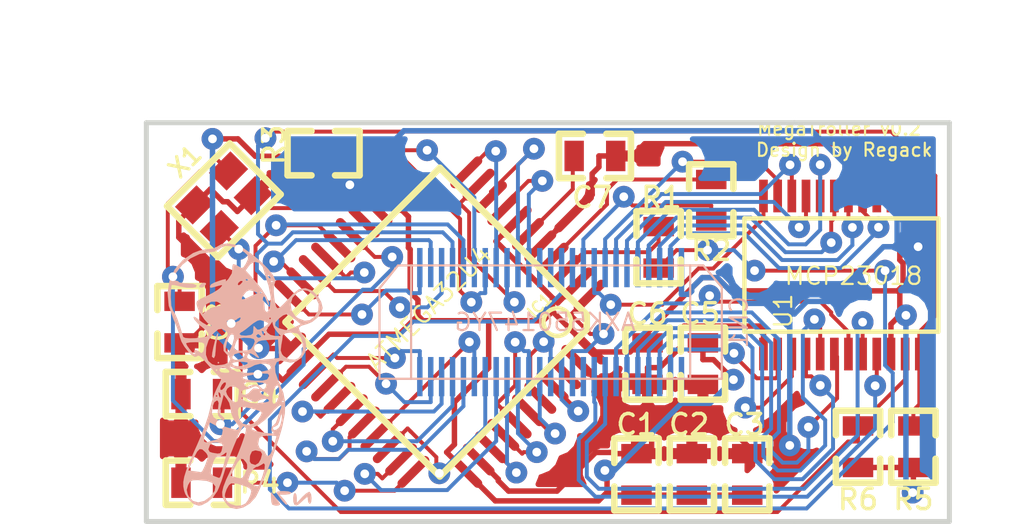
<source format=kicad_pcb>
(kicad_pcb (version 3) (host pcbnew "(2013-02-13 BZR 3947)-testing")

  (general
    (links 91)
    (no_connects 0)
    (area 115.963699 78.096001 158.544668 99.428301)
    (thickness 1.6002)
    (drawings 13)
    (tracks 667)
    (zones 0)
    (modules 19)
    (nets 53)
  )

  (page A3)
  (title_block 
    (title MegaTroller)
    (rev 2)
    (company regack)
  )

  (layers
    (15 Front signal)
    (0 Back signal)
    (20 B.SilkS user)
    (21 F.SilkS user)
    (22 B.Mask user hide)
    (23 F.Mask user hide)
    (24 Dwgs.User user hide)
    (25 Cmts.User user hide)
    (26 Eco1.User user)
    (27 Eco2.User user hide)
    (28 Edge.Cuts user)
  )

  (setup
    (last_trace_width 0.18)
    (trace_clearance 0.18)
    (zone_clearance 0.508)
    (zone_45_only no)
    (trace_min 0.18)
    (segment_width 0.381)
    (edge_width 0.2286)
    (via_size 1)
    (via_drill 0.4)
    (via_min_size 1)
    (via_min_drill 0.4)
    (uvia_size 0.508)
    (uvia_drill 0.127)
    (uvias_allowed no)
    (uvia_min_size 0.508)
    (uvia_min_drill 0.127)
    (pcb_text_width 0.3048)
    (pcb_text_size 0.8 0.8)
    (mod_edge_width 0.1)
    (mod_text_size 0.8 0.8)
    (mod_text_width 0.1)
    (pad_size 0.25 2.3)
    (pad_drill 0)
    (pad_to_mask_clearance 0.1016)
    (pad_to_paste_clearance -0.04)
    (aux_axis_origin 134.62 90.17)
    (visible_elements 7FFFFFFF)
    (pcbplotparams
      (layerselection 284196865)
      (usegerberextensions true)
      (excludeedgelayer false)
      (linewidth 228600)
      (plotframeref false)
      (viasonmask false)
      (mode 1)
      (useauxorigin true)
      (hpglpennumber 1)
      (hpglpenspeed 20)
      (hpglpendiameter 15)
      (hpglpenoverlay 0)
      (psnegative false)
      (psa4output false)
      (plotreference true)
      (plotvalue true)
      (plotothertext true)
      (plotinvisibletext false)
      (padsonsilk false)
      (subtractmaskfromsilk true)
      (outputformat 1)
      (mirror false)
      (drillshape 0)
      (scaleselection 1)
      (outputdirectory Gerber/))
  )

  (net 0 "")
  (net 1 /GPA0)
  (net 2 /GPA1)
  (net 3 /GPA2)
  (net 4 /GPA3)
  (net 5 /GPA4)
  (net 6 /GPA5)
  (net 7 /GPA6)
  (net 8 /GPA7)
  (net 9 /GPB0)
  (net 10 /GPB1)
  (net 11 /GPB2)
  (net 12 /GPB3)
  (net 13 /GPB4)
  (net 14 /GPB5)
  (net 15 /GPB6)
  (net 16 /GPB7)
  (net 17 /PB0)
  (net 18 /PB1)
  (net 19 /PB2)
  (net 20 /PB3)
  (net 21 /PB4)
  (net 22 /PB5)
  (net 23 /PB6)
  (net 24 /PB7)
  (net 25 /PC6)
  (net 26 /PC7)
  (net 27 /PD0)
  (net 28 /PD1)
  (net 29 /PD2)
  (net 30 /PD3)
  (net 31 /PD4)
  (net 32 /PD5)
  (net 33 /PD6)
  (net 34 /PD7)
  (net 35 /PE6)
  (net 36 /PF0)
  (net 37 /PF1)
  (net 38 /PF4)
  (net 39 /PF5)
  (net 40 /PF6)
  (net 41 /PF7)
  (net 42 /RST)
  (net 43 /USB_D+)
  (net 44 /USB_D-)
  (net 45 GND)
  (net 46 N-0000021)
  (net 47 N-0000024)
  (net 48 N-0000025)
  (net 49 N-0000026)
  (net 50 N-0000050)
  (net 51 N-0000051)
  (net 52 VCC)

  (net_class Default "This is the default net class."
    (clearance 0.18)
    (trace_width 0.18)
    (via_dia 1)
    (via_drill 0.4)
    (uvia_dia 0.508)
    (uvia_drill 0.127)
    (add_net "")
    (add_net /GPA0)
    (add_net /GPA1)
    (add_net /GPA2)
    (add_net /GPA3)
    (add_net /GPA4)
    (add_net /GPA5)
    (add_net /GPA6)
    (add_net /GPA7)
    (add_net /GPB0)
    (add_net /GPB1)
    (add_net /GPB2)
    (add_net /GPB3)
    (add_net /GPB4)
    (add_net /GPB5)
    (add_net /GPB6)
    (add_net /GPB7)
    (add_net /PB0)
    (add_net /PB1)
    (add_net /PB2)
    (add_net /PB3)
    (add_net /PB4)
    (add_net /PB5)
    (add_net /PB6)
    (add_net /PB7)
    (add_net /PC6)
    (add_net /PC7)
    (add_net /PD0)
    (add_net /PD1)
    (add_net /PD2)
    (add_net /PD3)
    (add_net /PD4)
    (add_net /PD5)
    (add_net /PD6)
    (add_net /PD7)
    (add_net /PE6)
    (add_net /PF0)
    (add_net /PF1)
    (add_net /PF4)
    (add_net /PF5)
    (add_net /PF6)
    (add_net /PF7)
    (add_net /RST)
    (add_net /USB_D+)
    (add_net /USB_D-)
    (add_net N-0000021)
    (add_net N-0000024)
    (add_net N-0000025)
    (add_net N-0000026)
    (add_net N-0000050)
    (add_net N-0000051)
  )

  (net_class POWER ""
    (clearance 0.2)
    (trace_width 0.25)
    (via_dia 1)
    (via_drill 0.4)
    (uvia_dia 0.508)
    (uvia_drill 0.127)
    (add_net GND)
    (add_net VCC)
  )

  (module TQFP44 (layer Front) (tedit 528CC4CD) (tstamp 5267FE44)
    (at 129.54 90.17 225)
    (path /52633EB9)
    (attr smd)
    (fp_text reference IC1 (at -3.771708 -2.694077 225) (layer F.SilkS)
      (effects (font (size 0.5 0.5) (thickness 0.1)))
    )
    (fp_text value ATMEGA32U4 (at -0.089803 0.808223 225) (layer F.SilkS)
      (effects (font (size 0.8 0.8) (thickness 0.1)))
    )
    (fp_line (start 5.0038 -5.0038) (end 5.0038 5.0038) (layer F.SilkS) (width 0.3048))
    (fp_line (start 5.0038 5.0038) (end -5.0038 5.0038) (layer F.SilkS) (width 0.3048))
    (fp_line (start -5.0038 -4.5212) (end -5.0038 5.0038) (layer F.SilkS) (width 0.3048))
    (fp_line (start -4.5212 -5.0038) (end 5.0038 -5.0038) (layer F.SilkS) (width 0.3048))
    (fp_line (start -5.0038 -4.5212) (end -4.5212 -5.0038) (layer F.SilkS) (width 0.3048))
    (fp_circle (center -3.81 -3.81) (end -3.81 -3.175) (layer F.SilkS) (width 0.2032))
    (pad 39 smd oval (at 0 -5.715 225) (size 0.4064 1.89992)
      (layers Front F.Mask)
      (net 38 /PF4)
    )
    (pad 40 smd oval (at -0.8001 -5.715 225) (size 0.4064 1.89992)
      (layers Front F.Mask)
      (net 37 /PF1)
    )
    (pad 41 smd oval (at -1.6002 -5.715 225) (size 0.4064 1.89992)
      (layers Front F.Mask)
      (net 36 /PF0)
    )
    (pad 42 smd oval (at -2.4003 -5.715 225) (size 0.4064 1.89992)
      (layers Front F.Mask)
    )
    (pad 43 smd oval (at -3.2004 -5.715 225) (size 0.4064 1.89992)
      (layers Front F.Mask)
      (net 45 GND)
    )
    (pad 44 smd oval (at -4.0005 -5.715 225) (size 0.4064 1.89992)
      (layers Front F.Mask)
      (net 52 VCC)
    )
    (pad 38 smd oval (at 0.8001 -5.715 225) (size 0.4064 1.89992)
      (layers Front F.Mask)
      (net 39 /PF5)
    )
    (pad 37 smd oval (at 1.6002 -5.715 225) (size 0.4064 1.89992)
      (layers Front F.Mask)
      (net 40 /PF6)
    )
    (pad 36 smd oval (at 2.4003 -5.715 225) (size 0.4064 1.89992)
      (layers Front F.Mask)
      (net 41 /PF7)
    )
    (pad 35 smd oval (at 3.2004 -5.715 225) (size 0.4064 1.89992)
      (layers Front F.Mask)
      (net 45 GND)
    )
    (pad 34 smd oval (at 4.0005 -5.715 225) (size 0.4064 1.89992)
      (layers Front F.Mask)
      (net 52 VCC)
    )
    (pad 17 smd oval (at 0 5.715 225) (size 0.4064 1.89992)
      (layers Front F.Mask)
      (net 51 N-0000051)
    )
    (pad 16 smd oval (at -0.8001 5.715 225) (size 0.4064 1.89992)
      (layers Front F.Mask)
      (net 46 N-0000021)
    )
    (pad 15 smd oval (at -1.6002 5.715 225) (size 0.4064 1.89992)
      (layers Front F.Mask)
      (net 45 GND)
    )
    (pad 14 smd oval (at -2.4003 5.715 225) (size 0.4064 1.89992)
      (layers Front F.Mask)
      (net 52 VCC)
    )
    (pad 13 smd oval (at -3.2004 5.715 225) (size 0.4064 1.89992)
      (layers Front F.Mask)
      (net 42 /RST)
    )
    (pad 12 smd oval (at -4.0005 5.715 225) (size 0.4064 1.89992)
      (layers Front F.Mask)
      (net 24 /PB7)
    )
    (pad 18 smd oval (at 0.8001 5.715 225) (size 0.4064 1.89992)
      (layers Front F.Mask)
      (net 27 /PD0)
    )
    (pad 19 smd oval (at 1.6002 5.715 225) (size 0.4064 1.89992)
      (layers Front F.Mask)
      (net 28 /PD1)
    )
    (pad 20 smd oval (at 2.4003 5.715 225) (size 0.4064 1.89992)
      (layers Front F.Mask)
      (net 29 /PD2)
    )
    (pad 21 smd oval (at 3.2004 5.715 225) (size 0.4064 1.89992)
      (layers Front F.Mask)
      (net 30 /PD3)
    )
    (pad 22 smd oval (at 4.0005 5.715 225) (size 0.4064 1.89992)
      (layers Front F.Mask)
      (net 32 /PD5)
    )
    (pad 6 smd oval (at -5.715 0 225) (size 1.89992 0.4064)
      (layers Front F.Mask)
      (net 47 N-0000024)
    )
    (pad 28 smd oval (at 5.715 0 225) (size 1.89992 0.4064)
      (layers Front F.Mask)
      (net 21 /PB4)
    )
    (pad 7 smd oval (at -5.715 0.8001 225) (size 1.89992 0.4064)
      (layers Front F.Mask)
      (net 52 VCC)
    )
    (pad 27 smd oval (at 5.715 0.8001 225) (size 1.89992 0.4064)
      (layers Front F.Mask)
      (net 34 /PD7)
    )
    (pad 26 smd oval (at 5.715 1.6002 225) (size 1.89992 0.4064)
      (layers Front F.Mask)
      (net 33 /PD6)
    )
    (pad 8 smd oval (at -5.715 1.6002 225) (size 1.89992 0.4064)
      (layers Front F.Mask)
      (net 17 /PB0)
    )
    (pad 9 smd oval (at -5.715 2.4003 225) (size 1.89992 0.4064)
      (layers Front F.Mask)
      (net 18 /PB1)
    )
    (pad 25 smd oval (at 5.715 2.4003 225) (size 1.89992 0.4064)
      (layers Front F.Mask)
      (net 31 /PD4)
    )
    (pad 24 smd oval (at 5.715 3.2004 225) (size 1.89992 0.4064)
      (layers Front F.Mask)
      (net 52 VCC)
    )
    (pad 10 smd oval (at -5.715 3.2004 225) (size 1.89992 0.4064)
      (layers Front F.Mask)
      (net 19 /PB2)
    )
    (pad 11 smd oval (at -5.715 4.0005 225) (size 1.89992 0.4064)
      (layers Front F.Mask)
      (net 20 /PB3)
    )
    (pad 23 smd oval (at 5.715 4.0005 225) (size 1.89992 0.4064)
      (layers Front F.Mask)
      (net 45 GND)
    )
    (pad 29 smd oval (at 5.715 -0.8001 225) (size 1.89992 0.4064)
      (layers Front F.Mask)
      (net 22 /PB5)
    )
    (pad 5 smd oval (at -5.715 -0.8001 225) (size 1.89992 0.4064)
      (layers Front F.Mask)
      (net 45 GND)
    )
    (pad 4 smd oval (at -5.715 -1.6002 225) (size 1.89992 0.4064)
      (layers Front F.Mask)
      (net 48 N-0000025)
    )
    (pad 30 smd oval (at 5.715 -1.6002 225) (size 1.89992 0.4064)
      (layers Front F.Mask)
      (net 23 /PB6)
    )
    (pad 31 smd oval (at 5.715 -2.4003 225) (size 1.89992 0.4064)
      (layers Front F.Mask)
      (net 25 /PC6)
    )
    (pad 3 smd oval (at -5.715 -2.4003 225) (size 1.89992 0.4064)
      (layers Front F.Mask)
      (net 49 N-0000026)
    )
    (pad 2 smd oval (at -5.715 -3.2004 225) (size 1.89992 0.4064)
      (layers Front F.Mask)
      (net 52 VCC)
    )
    (pad 32 smd oval (at 5.715 -3.2004 225) (size 1.89992 0.4064)
      (layers Front F.Mask)
      (net 26 /PC7)
    )
    (pad 33 smd oval (at 5.715 -4.0005 225) (size 1.89992 0.4064)
      (layers Front F.Mask)
      (net 50 N-0000050)
    )
    (pad 1 smd oval (at -5.715 -4.0005 225) (size 1.89992 0.4064)
      (layers Front F.Mask)
      (net 35 /PE6)
    )
  )

  (module SM0805 (layer Front) (tedit 528CC2D4) (tstamp 528C0B11)
    (at 124.206 82.423)
    (path /52633DE5)
    (attr smd)
    (fp_text reference R3 (at -2.286 -0.381 90) (layer F.SilkS)
      (effects (font (size 0.935 0.935) (thickness 0.1588)))
    )
    (fp_text value 10kΩ (at 0 -0.127 90) (layer F.SilkS) hide
      (effects (font (size 0.5 0.5) (thickness 0.1)))
    )
    (fp_line (start 0.527 -1.016) (end 1.651 -1.016) (layer F.SilkS) (width 0.3))
    (fp_line (start 1.651 -1.016) (end 1.651 1.016) (layer F.SilkS) (width 0.3))
    (fp_line (start 1.651 1.016) (end 0.527 1.016) (layer F.SilkS) (width 0.3))
    (fp_line (start -0.554 -1.016) (end -1.651 -1.016) (layer F.SilkS) (width 0.3))
    (fp_line (start -1.651 -1.016) (end -1.651 1.016) (layer F.SilkS) (width 0.3))
    (fp_line (start -1.651 1.016) (end -0.554 1.016) (layer F.SilkS) (width 0.3))
    (pad 1 smd rect (at -0.9525 0) (size 0.889 1.397)
      (layers Front F.Mask)
      (net 52 VCC)
    )
    (pad 2 smd rect (at 0.9525 0) (size 0.889 1.397)
      (layers Front F.Mask)
      (net 42 /RST)
    )
    (model smd/chip_cms.wrl
      (at (xyz 0 0 0))
      (scale (xyz 0.1 0.1 0.1))
      (rotate (xyz 0 0 0))
    )
  )

  (module SM0805 (layer Front) (tedit 528CC336) (tstamp 5267FE5C)
    (at 118.618 97.536 180)
    (path /52633DF5)
    (attr smd)
    (fp_text reference R4 (at -2.667 0 180) (layer F.SilkS)
      (effects (font (size 0.935 0.935) (thickness 0.1588)))
    )
    (fp_text value 10kΩ (at 0 0 270) (layer F.SilkS) hide
      (effects (font (size 0.5 0.5) (thickness 0.1)))
    )
    (fp_line (start 0.527 -1.016) (end 1.651 -1.016) (layer F.SilkS) (width 0.3))
    (fp_line (start 1.651 -1.016) (end 1.651 1.016) (layer F.SilkS) (width 0.3))
    (fp_line (start 1.651 1.016) (end 0.527 1.016) (layer F.SilkS) (width 0.3))
    (fp_line (start -0.554 -1.016) (end -1.651 -1.016) (layer F.SilkS) (width 0.3))
    (fp_line (start -1.651 -1.016) (end -1.651 1.016) (layer F.SilkS) (width 0.3))
    (fp_line (start -1.651 1.016) (end -0.554 1.016) (layer F.SilkS) (width 0.3))
    (pad 1 smd rect (at -0.9525 0 180) (size 0.889 1.397)
      (layers Front F.Mask)
      (net 50 N-0000050)
    )
    (pad 2 smd rect (at 0.9525 0 180) (size 0.889 1.397)
      (layers Front F.Mask)
      (net 45 GND)
    )
    (model smd/chip_cms.wrl
      (at (xyz 0 0 0))
      (scale (xyz 0.1 0.1 0.1))
      (rotate (xyz 0 0 0))
    )
  )

  (module SM0805 (layer Front) (tedit 528CC2DB) (tstamp 5267FE68)
    (at 136.652 82.55)
    (path /52633E0B)
    (attr smd)
    (fp_text reference C7 (at -0.127 1.905) (layer F.SilkS)
      (effects (font (size 0.935 0.935) (thickness 0.1588)))
    )
    (fp_text value 1u (at 0 0 90) (layer F.SilkS) hide
      (effects (font (size 0.5 0.5) (thickness 0.1)))
    )
    (fp_line (start 0.527 -1.016) (end 1.651 -1.016) (layer F.SilkS) (width 0.3))
    (fp_line (start 1.651 -1.016) (end 1.651 1.016) (layer F.SilkS) (width 0.3))
    (fp_line (start 1.651 1.016) (end 0.527 1.016) (layer F.SilkS) (width 0.3))
    (fp_line (start -0.554 -1.016) (end -1.651 -1.016) (layer F.SilkS) (width 0.3))
    (fp_line (start -1.651 -1.016) (end -1.651 1.016) (layer F.SilkS) (width 0.3))
    (fp_line (start -1.651 1.016) (end -0.554 1.016) (layer F.SilkS) (width 0.3))
    (pad 1 smd rect (at -0.9525 0) (size 0.889 1.397)
      (layers Front F.Mask)
      (net 47 N-0000024)
    )
    (pad 2 smd rect (at 0.9525 0) (size 0.889 1.397)
      (layers Front F.Mask)
      (net 45 GND)
    )
    (model smd/chip_cms.wrl
      (at (xyz 0 0 0))
      (scale (xyz 0.1 0.1 0.1))
      (rotate (xyz 0 0 0))
    )
  )

  (module SM0805 (layer Front) (tedit 528CC2DF) (tstamp 5267FE74)
    (at 141.986 84.582 90)
    (path /52633E1B)
    (attr smd)
    (fp_text reference R2 (at -2.286 0 180) (layer F.SilkS)
      (effects (font (size 0.935 0.935) (thickness 0.1588)))
    )
    (fp_text value 22Ω (at -0.127 0 180) (layer F.SilkS) hide
      (effects (font (size 0.5 0.5) (thickness 0.1)))
    )
    (fp_line (start 0.527 -1.016) (end 1.651 -1.016) (layer F.SilkS) (width 0.3))
    (fp_line (start 1.651 -1.016) (end 1.651 1.016) (layer F.SilkS) (width 0.3))
    (fp_line (start 1.651 1.016) (end 0.527 1.016) (layer F.SilkS) (width 0.3))
    (fp_line (start -0.554 -1.016) (end -1.651 -1.016) (layer F.SilkS) (width 0.3))
    (fp_line (start -1.651 -1.016) (end -1.651 1.016) (layer F.SilkS) (width 0.3))
    (fp_line (start -1.651 1.016) (end -0.554 1.016) (layer F.SilkS) (width 0.3))
    (pad 1 smd rect (at -0.9525 0 90) (size 0.889 1.397)
      (layers Front F.Mask)
      (net 43 /USB_D+)
    )
    (pad 2 smd rect (at 0.9525 0 90) (size 0.889 1.397)
      (layers Front F.Mask)
      (net 48 N-0000025)
    )
    (model smd/chip_cms.wrl
      (at (xyz 0 0 0))
      (scale (xyz 0.1 0.1 0.1))
      (rotate (xyz 0 0 0))
    )
  )

  (module SM0805 (layer Front) (tedit 528CC2EB) (tstamp 5267FE80)
    (at 139.573 86.741 90)
    (path /52633E25)
    (attr smd)
    (fp_text reference R1 (at 2.286 0.127 180) (layer F.SilkS)
      (effects (font (size 0.935 0.935) (thickness 0.1588)))
    )
    (fp_text value 22Ω (at -0.127 0 180) (layer F.SilkS) hide
      (effects (font (size 0.5 0.5) (thickness 0.1)))
    )
    (fp_line (start 0.527 -1.016) (end 1.651 -1.016) (layer F.SilkS) (width 0.3))
    (fp_line (start 1.651 -1.016) (end 1.651 1.016) (layer F.SilkS) (width 0.3))
    (fp_line (start 1.651 1.016) (end 0.527 1.016) (layer F.SilkS) (width 0.3))
    (fp_line (start -0.554 -1.016) (end -1.651 -1.016) (layer F.SilkS) (width 0.3))
    (fp_line (start -1.651 -1.016) (end -1.651 1.016) (layer F.SilkS) (width 0.3))
    (fp_line (start -1.651 1.016) (end -0.554 1.016) (layer F.SilkS) (width 0.3))
    (pad 1 smd rect (at -0.9525 0 90) (size 0.889 1.397)
      (layers Front F.Mask)
      (net 44 /USB_D-)
    )
    (pad 2 smd rect (at 0.9525 0 90) (size 0.889 1.397)
      (layers Front F.Mask)
      (net 49 N-0000026)
    )
    (model smd/chip_cms.wrl
      (at (xyz 0 0 0))
      (scale (xyz 0.1 0.1 0.1))
      (rotate (xyz 0 0 0))
    )
  )

  (module SM0805 (layer Front) (tedit 528CC2F8) (tstamp 5267FE8C)
    (at 139.065 92.075 270)
    (path /52633E53)
    (attr smd)
    (fp_text reference C6 (at -2.286 0 360) (layer F.SilkS)
      (effects (font (size 0.935 0.935) (thickness 0.1588)))
    )
    (fp_text value 100n (at 0.127 0 360) (layer F.SilkS) hide
      (effects (font (size 0.5 0.5) (thickness 0.1)))
    )
    (fp_line (start 0.527 -1.016) (end 1.651 -1.016) (layer F.SilkS) (width 0.3))
    (fp_line (start 1.651 -1.016) (end 1.651 1.016) (layer F.SilkS) (width 0.3))
    (fp_line (start 1.651 1.016) (end 0.527 1.016) (layer F.SilkS) (width 0.3))
    (fp_line (start -0.554 -1.016) (end -1.651 -1.016) (layer F.SilkS) (width 0.3))
    (fp_line (start -1.651 -1.016) (end -1.651 1.016) (layer F.SilkS) (width 0.3))
    (fp_line (start -1.651 1.016) (end -0.554 1.016) (layer F.SilkS) (width 0.3))
    (pad 1 smd rect (at -0.9525 0 270) (size 0.889 1.397)
      (layers Front F.Mask)
      (net 52 VCC)
    )
    (pad 2 smd rect (at 0.9525 0 270) (size 0.889 1.397)
      (layers Front F.Mask)
      (net 45 GND)
    )
    (model smd/chip_cms.wrl
      (at (xyz 0 0 0))
      (scale (xyz 0.1 0.1 0.1))
      (rotate (xyz 0 0 0))
    )
  )

  (module SM0805 (layer Front) (tedit 528CC48D) (tstamp 5267FE98)
    (at 141.605 92.075 270)
    (path /52633E5D)
    (attr smd)
    (fp_text reference C5 (at -2.286 0.127 360) (layer F.SilkS)
      (effects (font (size 0.935 0.935) (thickness 0.1588)))
    )
    (fp_text value 100n (at 0.127 0 360) (layer F.SilkS) hide
      (effects (font (size 0.5 0.5) (thickness 0.1)))
    )
    (fp_line (start 0.527 -1.016) (end 1.651 -1.016) (layer F.SilkS) (width 0.3))
    (fp_line (start 1.651 -1.016) (end 1.651 1.016) (layer F.SilkS) (width 0.3))
    (fp_line (start 1.651 1.016) (end 0.527 1.016) (layer F.SilkS) (width 0.3))
    (fp_line (start -0.554 -1.016) (end -1.651 -1.016) (layer F.SilkS) (width 0.3))
    (fp_line (start -1.651 -1.016) (end -1.651 1.016) (layer F.SilkS) (width 0.3))
    (fp_line (start -1.651 1.016) (end -0.554 1.016) (layer F.SilkS) (width 0.3))
    (pad 1 smd rect (at -0.9525 0 270) (size 0.889 1.397)
      (layers Front F.Mask)
      (net 52 VCC)
    )
    (pad 2 smd rect (at 0.9525 0 270) (size 0.889 1.397)
      (layers Front F.Mask)
      (net 45 GND)
    )
    (model smd/chip_cms.wrl
      (at (xyz 0 0 0))
      (scale (xyz 0.1 0.1 0.1))
      (rotate (xyz 0 0 0))
    )
  )

  (module SM0805 (layer Front) (tedit 528CC314) (tstamp 5267FEA4)
    (at 143.637 97.155 90)
    (path /52633E67)
    (attr smd)
    (fp_text reference C3 (at 2.286 -0.127 180) (layer F.SilkS)
      (effects (font (size 0.935 0.935) (thickness 0.1588)))
    )
    (fp_text value 100n (at -0.127 0 180) (layer F.SilkS) hide
      (effects (font (size 0.5 0.5) (thickness 0.1)))
    )
    (fp_line (start 0.527 -1.016) (end 1.651 -1.016) (layer F.SilkS) (width 0.3))
    (fp_line (start 1.651 -1.016) (end 1.651 1.016) (layer F.SilkS) (width 0.3))
    (fp_line (start 1.651 1.016) (end 0.527 1.016) (layer F.SilkS) (width 0.3))
    (fp_line (start -0.554 -1.016) (end -1.651 -1.016) (layer F.SilkS) (width 0.3))
    (fp_line (start -1.651 -1.016) (end -1.651 1.016) (layer F.SilkS) (width 0.3))
    (fp_line (start -1.651 1.016) (end -0.554 1.016) (layer F.SilkS) (width 0.3))
    (pad 1 smd rect (at -0.9525 0 90) (size 0.889 1.397)
      (layers Front F.Mask)
      (net 52 VCC)
    )
    (pad 2 smd rect (at 0.9525 0 90) (size 0.889 1.397)
      (layers Front F.Mask)
      (net 45 GND)
    )
    (model smd/chip_cms.wrl
      (at (xyz 0 0 0))
      (scale (xyz 0.1 0.1 0.1))
      (rotate (xyz 0 0 0))
    )
  )

  (module SM0805 (layer Front) (tedit 528CC31E) (tstamp 5267FEB0)
    (at 141.097 97.155 90)
    (path /52633E71)
    (attr smd)
    (fp_text reference C2 (at 2.286 -0.127 180) (layer F.SilkS)
      (effects (font (size 0.935 0.935) (thickness 0.1588)))
    )
    (fp_text value 100n (at -0.127 0 180) (layer F.SilkS) hide
      (effects (font (size 0.5 0.5) (thickness 0.1)))
    )
    (fp_line (start 0.527 -1.016) (end 1.651 -1.016) (layer F.SilkS) (width 0.3))
    (fp_line (start 1.651 -1.016) (end 1.651 1.016) (layer F.SilkS) (width 0.3))
    (fp_line (start 1.651 1.016) (end 0.527 1.016) (layer F.SilkS) (width 0.3))
    (fp_line (start -0.554 -1.016) (end -1.651 -1.016) (layer F.SilkS) (width 0.3))
    (fp_line (start -1.651 -1.016) (end -1.651 1.016) (layer F.SilkS) (width 0.3))
    (fp_line (start -1.651 1.016) (end -0.554 1.016) (layer F.SilkS) (width 0.3))
    (pad 1 smd rect (at -0.9525 0 90) (size 0.889 1.397)
      (layers Front F.Mask)
      (net 52 VCC)
    )
    (pad 2 smd rect (at 0.9525 0 90) (size 0.889 1.397)
      (layers Front F.Mask)
      (net 45 GND)
    )
    (model smd/chip_cms.wrl
      (at (xyz 0 0 0))
      (scale (xyz 0.1 0.1 0.1))
      (rotate (xyz 0 0 0))
    )
  )

  (module SM0805 (layer Front) (tedit 528CC342) (tstamp 5267FEBC)
    (at 117.602 90.17 270)
    (path /52633EA5)
    (attr smd)
    (fp_text reference C8 (at 0 -1.778 270) (layer F.SilkS)
      (effects (font (size 0.935 0.935) (thickness 0.1588)))
    )
    (fp_text value 22p (at 0 0 360) (layer F.SilkS) hide
      (effects (font (size 0.5 0.5) (thickness 0.1)))
    )
    (fp_line (start 0.527 -1.016) (end 1.651 -1.016) (layer F.SilkS) (width 0.3))
    (fp_line (start 1.651 -1.016) (end 1.651 1.016) (layer F.SilkS) (width 0.3))
    (fp_line (start 1.651 1.016) (end 0.527 1.016) (layer F.SilkS) (width 0.3))
    (fp_line (start -0.554 -1.016) (end -1.651 -1.016) (layer F.SilkS) (width 0.3))
    (fp_line (start -1.651 -1.016) (end -1.651 1.016) (layer F.SilkS) (width 0.3))
    (fp_line (start -1.651 1.016) (end -0.554 1.016) (layer F.SilkS) (width 0.3))
    (pad 1 smd rect (at -0.9525 0 270) (size 0.889 1.397)
      (layers Front F.Mask)
      (net 51 N-0000051)
    )
    (pad 2 smd rect (at 0.9525 0 270) (size 0.889 1.397)
      (layers Front F.Mask)
      (net 45 GND)
    )
    (model smd/chip_cms.wrl
      (at (xyz 0 0 0))
      (scale (xyz 0.1 0.1 0.1))
      (rotate (xyz 0 0 0))
    )
  )

  (module SM0805 (layer Front) (tedit 528CC33A) (tstamp 5267FEC8)
    (at 118.618 93.472 180)
    (path /52633EAF)
    (attr smd)
    (fp_text reference C4 (at -2.667 0 180) (layer F.SilkS)
      (effects (font (size 0.935 0.935) (thickness 0.1588)))
    )
    (fp_text value 22p (at 0 0 270) (layer F.SilkS) hide
      (effects (font (size 0.5 0.5) (thickness 0.1)))
    )
    (fp_line (start 0.527 -1.016) (end 1.651 -1.016) (layer F.SilkS) (width 0.3))
    (fp_line (start 1.651 -1.016) (end 1.651 1.016) (layer F.SilkS) (width 0.3))
    (fp_line (start 1.651 1.016) (end 0.527 1.016) (layer F.SilkS) (width 0.3))
    (fp_line (start -0.554 -1.016) (end -1.651 -1.016) (layer F.SilkS) (width 0.3))
    (fp_line (start -1.651 -1.016) (end -1.651 1.016) (layer F.SilkS) (width 0.3))
    (fp_line (start -1.651 1.016) (end -0.554 1.016) (layer F.SilkS) (width 0.3))
    (pad 1 smd rect (at -0.9525 0 180) (size 0.889 1.397)
      (layers Front F.Mask)
      (net 46 N-0000021)
    )
    (pad 2 smd rect (at 0.9525 0 180) (size 0.889 1.397)
      (layers Front F.Mask)
      (net 45 GND)
    )
    (model smd/chip_cms.wrl
      (at (xyz 0 0 0))
      (scale (xyz 0.1 0.1 0.1))
      (rotate (xyz 0 0 0))
    )
  )

  (module SM0805 (layer Front) (tedit 528CC32A) (tstamp 5267FED4)
    (at 138.557 97.155 90)
    (path /52633ECD)
    (attr smd)
    (fp_text reference C1 (at 2.286 0 180) (layer F.SilkS)
      (effects (font (size 0.935 0.935) (thickness 0.1588)))
    )
    (fp_text value 1u (at -0.127 0 180) (layer F.SilkS) hide
      (effects (font (size 0.5 0.5) (thickness 0.1)))
    )
    (fp_line (start 0.527 -1.016) (end 1.651 -1.016) (layer F.SilkS) (width 0.3))
    (fp_line (start 1.651 -1.016) (end 1.651 1.016) (layer F.SilkS) (width 0.3))
    (fp_line (start 1.651 1.016) (end 0.527 1.016) (layer F.SilkS) (width 0.3))
    (fp_line (start -0.554 -1.016) (end -1.651 -1.016) (layer F.SilkS) (width 0.3))
    (fp_line (start -1.651 -1.016) (end -1.651 1.016) (layer F.SilkS) (width 0.3))
    (fp_line (start -1.651 1.016) (end -0.554 1.016) (layer F.SilkS) (width 0.3))
    (pad 1 smd rect (at -0.9525 0 90) (size 0.889 1.397)
      (layers Front F.Mask)
      (net 52 VCC)
    )
    (pad 2 smd rect (at 0.9525 0 90) (size 0.889 1.397)
      (layers Front F.Mask)
      (net 45 GND)
    )
    (model smd/chip_cms.wrl
      (at (xyz 0 0 0))
      (scale (xyz 0.1 0.1 0.1))
      (rotate (xyz 0 0 0))
    )
  )

  (module ASX3F (layer Front) (tedit 528CC34B) (tstamp 5267FEE0)
    (at 119.634 84.582 45)
    (path /52633DCF)
    (fp_text reference X1 (at 0 -2.514472 45) (layer F.SilkS)
      (effects (font (size 0.8 0.8) (thickness 0.15)))
    )
    (fp_text value 7M-16.000MAAJ-T (at 0 2.873682 45) (layer F.SilkS) hide
      (effects (font (size 0.5 0.5) (thickness 0.1)))
    )
    (fp_line (start 2.032 -1.651) (end 2.032 1.651) (layer F.SilkS) (width 0.3))
    (fp_line (start 2.032 1.651) (end -2.032 1.651) (layer F.SilkS) (width 0.3))
    (fp_line (start -2.032 1.651) (end -2.032 -1.651) (layer F.SilkS) (width 0.3))
    (fp_line (start -2.032 -1.651) (end 2.032 -1.651) (layer F.SilkS) (width 0.3))
    (pad 4 smd rect (at -1.09982 -0.8001 45) (size 1.39954 1.15062)
      (layers Front F.Mask)
      (net 45 GND)
    )
    (pad 3 smd rect (at 1.09982 -0.8001 45) (size 1.39954 1.15062)
      (layers Front F.Mask)
      (net 51 N-0000051)
    )
    (pad 1 smd rect (at -1.09982 0.8001 45) (size 1.39954 1.15062)
      (layers Front F.Mask)
      (net 46 N-0000021)
    )
    (pad 2 smd rect (at 1.09982 0.8001 45) (size 1.39954 1.15062)
      (layers Front F.Mask)
      (net 45 GND)
    )
  )

  (module SM0805 (layer Front) (tedit 528CC308) (tstamp 528BA36C)
    (at 151.257 95.885 90)
    (path /528BA9C1)
    (attr smd)
    (fp_text reference R5 (at -2.413 0 180) (layer F.SilkS)
      (effects (font (size 0.935 0.935) (thickness 0.1588)))
    )
    (fp_text value 2.2kΩ (at -0.127 0 180) (layer F.SilkS) hide
      (effects (font (size 0.5 0.5) (thickness 0.1)))
    )
    (fp_line (start 0.527 -1.016) (end 1.651 -1.016) (layer F.SilkS) (width 0.3))
    (fp_line (start 1.651 -1.016) (end 1.651 1.016) (layer F.SilkS) (width 0.3))
    (fp_line (start 1.651 1.016) (end 0.527 1.016) (layer F.SilkS) (width 0.3))
    (fp_line (start -0.554 -1.016) (end -1.651 -1.016) (layer F.SilkS) (width 0.3))
    (fp_line (start -1.651 -1.016) (end -1.651 1.016) (layer F.SilkS) (width 0.3))
    (fp_line (start -1.651 1.016) (end -0.554 1.016) (layer F.SilkS) (width 0.3))
    (pad 1 smd rect (at -0.9525 0 90) (size 0.889 1.397)
      (layers Front F.Mask)
      (net 52 VCC)
    )
    (pad 2 smd rect (at 0.9525 0 90) (size 0.889 1.397)
      (layers Front F.Mask)
      (net 28 /PD1)
    )
    (model smd/chip_cms.wrl
      (at (xyz 0 0 0))
      (scale (xyz 0.1 0.1 0.1))
      (rotate (xyz 0 0 0))
    )
  )

  (module SM0805 (layer Front) (tedit 528CC302) (tstamp 528BA378)
    (at 148.717 95.885 90)
    (path /528BA9CB)
    (attr smd)
    (fp_text reference R6 (at -2.413 0 180) (layer F.SilkS)
      (effects (font (size 0.935 0.935) (thickness 0.1588)))
    )
    (fp_text value 2.2kΩ (at -0.127 0 180) (layer F.SilkS) hide
      (effects (font (size 0.5 0.5) (thickness 0.1)))
    )
    (fp_line (start 0.527 -1.016) (end 1.651 -1.016) (layer F.SilkS) (width 0.3))
    (fp_line (start 1.651 -1.016) (end 1.651 1.016) (layer F.SilkS) (width 0.3))
    (fp_line (start 1.651 1.016) (end 0.527 1.016) (layer F.SilkS) (width 0.3))
    (fp_line (start -0.554 -1.016) (end -1.651 -1.016) (layer F.SilkS) (width 0.3))
    (fp_line (start -1.651 -1.016) (end -1.651 1.016) (layer F.SilkS) (width 0.3))
    (fp_line (start -1.651 1.016) (end -0.554 1.016) (layer F.SilkS) (width 0.3))
    (pad 1 smd rect (at -0.9525 0 90) (size 0.889 1.397)
      (layers Front F.Mask)
      (net 52 VCC)
    )
    (pad 2 smd rect (at 0.9525 0 90) (size 0.889 1.397)
      (layers Front F.Mask)
      (net 27 /PD0)
    )
    (model smd/chip_cms.wrl
      (at (xyz 0 0 0))
      (scale (xyz 0.1 0.1 0.1))
      (rotate (xyz 0 0 0))
    )
  )

  (module Panasonic_AXK550147YG_Socket (layer Back) (tedit 528E6EEE) (tstamp 528A7FA7)
    (at 134.62 90.17 180)
    (descr "Panasonic AXK550147YG 0.5mm pitch 3mm stacked board-to-board connector - socket")
    (tags "Panasonic AXK550147YG 0.5mm pitch 3mm stacked board-to-board connector - socket")
    (path /528BDA80)
    (fp_text reference CN1 (at -8.636 0 270) (layer B.SilkS)
      (effects (font (size 0.8 0.8) (thickness 0.1)) (justify mirror))
    )
    (fp_text value AXK550147YG (at 0.254 0 180) (layer B.SilkS)
      (effects (font (size 0.8 0.8) (thickness 0.1)) (justify mirror))
    )
    (fp_line (start -6.4 -2.6) (end -7.85 -2.6) (layer B.SilkS) (width 0.1))
    (fp_line (start -7.85 -2.6) (end -7.85 1.6) (layer B.SilkS) (width 0.1))
    (fp_line (start -7.85 1.6) (end -7 2.6) (layer B.SilkS) (width 0.1))
    (fp_line (start -7 2.6) (end -6.4 2.6) (layer B.SilkS) (width 0.1))
    (fp_line (start 6.4 -2.6) (end 7.85 -2.6) (layer B.SilkS) (width 0.1))
    (fp_line (start 7.85 -2.6) (end 7.85 1.55) (layer B.SilkS) (width 0.1))
    (fp_line (start 7.85 1.55) (end 7 2.6) (layer B.SilkS) (width 0.1))
    (fp_line (start 7 2.6) (end 6.4 2.6) (layer B.SilkS) (width 0.1))
    (fp_line (start -6.4 2.6) (end 6.4 2.6) (layer B.SilkS) (width 0.1))
    (fp_line (start 6.4 2.6) (end 6.4 -2.6) (layer B.SilkS) (width 0.1))
    (fp_line (start 6.4 -2.6) (end -6.4 -2.6) (layer B.SilkS) (width 0.1))
    (fp_line (start -6.4 -2.6) (end -6.4 2.6) (layer B.SilkS) (width 0.1))
    (pad 1 smd rect (at -6 2.5 180) (size 0.25 1.8)
      (layers Back B.Mask)
      (net 45 GND)
    )
    (pad 2 smd rect (at -6.0006 -2.49926 180) (size 0.25 1.8)
      (layers Back B.Mask)
      (net 52 VCC)
    )
    (pad 3 smd rect (at -5.50022 2.49926 180) (size 0.25 1.8)
      (layers Back B.Mask)
      (net 1 /GPA0)
    )
    (pad 4 smd rect (at -5.50022 -2.49926 180) (size 0.25 1.8)
      (layers Back B.Mask)
      (net 9 /GPB0)
    )
    (pad 5 smd rect (at -4.99984 2.49926 180) (size 0.25 1.8)
      (layers Back B.Mask)
      (net 2 /GPA1)
    )
    (pad 6 smd rect (at -4.99984 -2.49926 180) (size 0.25 1.8)
      (layers Back B.Mask)
      (net 10 /GPB1)
    )
    (pad 7 smd rect (at -4.49946 2.49926 180) (size 0.25 1.8)
      (layers Back B.Mask)
      (net 3 /GPA2)
    )
    (pad 8 smd rect (at -4.49946 -2.49926 180) (size 0.25 1.8)
      (layers Back B.Mask)
      (net 11 /GPB2)
    )
    (pad 9 smd rect (at -4.00162 2.49926 180) (size 0.25 1.8)
      (layers Back B.Mask)
      (net 4 /GPA3)
    )
    (pad 10 smd rect (at -4.00162 -2.49926 180) (size 0.25 1.8)
      (layers Back B.Mask)
      (net 12 /GPB3)
    )
    (pad 11 smd rect (at -3.50124 2.49926 180) (size 0.25 1.8)
      (layers Back B.Mask)
      (net 5 /GPA4)
    )
    (pad 12 smd rect (at -3.50124 -2.49926 180) (size 0.25 1.8)
      (layers Back B.Mask)
      (net 13 /GPB4)
    )
    (pad 13 smd rect (at -3.00086 2.49926 180) (size 0.25 1.8)
      (layers Back B.Mask)
      (net 6 /GPA5)
    )
    (pad 14 smd rect (at -3.00086 -2.49926 180) (size 0.25 1.8)
      (layers Back B.Mask)
      (net 14 /GPB5)
    )
    (pad 15 smd rect (at -2.50048 2.49926 180) (size 0.25 1.8)
      (layers Back B.Mask)
      (net 7 /GPA6)
    )
    (pad 16 smd rect (at -2.50048 -2.49926 180) (size 0.25 1.8)
      (layers Back B.Mask)
      (net 15 /GPB6)
    )
    (pad 17 smd rect (at -2.0001 2.49926 180) (size 0.25 1.8)
      (layers Back B.Mask)
      (net 8 /GPA7)
    )
    (pad 18 smd rect (at -2.0001 -2.49926 180) (size 0.25 1.8)
      (layers Back B.Mask)
      (net 16 /GPB7)
    )
    (pad 19 smd rect (at -1.49972 2.49926 180) (size 0.25 1.8)
      (layers Back B.Mask)
      (net 43 /USB_D+)
    )
    (pad 20 smd rect (at -1.49972 -2.49926 180) (size 0.25 1.8)
      (layers Back B.Mask)
    )
    (pad 21 smd rect (at -0.99934 2.49926 180) (size 0.25 1.8)
      (layers Back B.Mask)
    )
    (pad 22 smd rect (at -0.99934 -2.49926 180) (size 0.25 1.8)
      (layers Back B.Mask)
      (net 35 /PE6)
    )
    (pad 23 smd rect (at -0.5015 2.49926 180) (size 0.25 1.8)
      (layers Back B.Mask)
      (net 44 /USB_D-)
    )
    (pad 24 smd rect (at -0.5015 -2.49926 180) (size 0.25 1.8)
      (layers Back B.Mask)
      (net 36 /PF0)
    )
    (pad 25 smd rect (at -0.00112 2.49926 180) (size 0.25 1.8)
      (layers Back B.Mask)
    )
    (pad 26 smd rect (at -0.00112 -2.49926 180) (size 0.25 1.8)
      (layers Back B.Mask)
      (net 37 /PF1)
    )
    (pad 27 smd rect (at 0.49926 2.49926 180) (size 0.25 1.8)
      (layers Back B.Mask)
    )
    (pad 28 smd rect (at 0.49926 -2.49926 180) (size 0.25 1.8)
      (layers Back B.Mask)
      (net 38 /PF4)
    )
    (pad 29 smd rect (at 0.99964 2.49926 180) (size 0.25 1.8)
      (layers Back B.Mask)
      (net 17 /PB0)
    )
    (pad 30 smd rect (at 0.99964 -2.49926 180) (size 0.25 1.8)
      (layers Back B.Mask)
      (net 39 /PF5)
    )
    (pad 31 smd rect (at 1.50002 2.49926 180) (size 0.25 1.8)
      (layers Back B.Mask)
      (net 18 /PB1)
    )
    (pad 32 smd rect (at 1.50002 -2.49926 180) (size 0.25 1.8)
      (layers Back B.Mask)
      (net 40 /PF6)
    )
    (pad 33 smd rect (at 2.0004 2.49926 180) (size 0.25 1.8)
      (layers Back B.Mask)
      (net 19 /PB2)
    )
    (pad 34 smd rect (at 2.0004 -2.49926 180) (size 0.25 1.8)
      (layers Back B.Mask)
      (net 41 /PF7)
    )
    (pad 35 smd rect (at 2.49824 2.49926 180) (size 0.25 1.8)
      (layers Back B.Mask)
      (net 20 /PB3)
    )
    (pad 36 smd rect (at 2.49824 -2.49926 180) (size 0.25 1.8)
      (layers Back B.Mask)
      (net 26 /PC7)
    )
    (pad 37 smd rect (at 2.99862 2.49926 180) (size 0.25 1.8)
      (layers Back B.Mask)
      (net 24 /PB7)
    )
    (pad 38 smd rect (at 2.99862 -2.49926 180) (size 0.25 1.8)
      (layers Back B.Mask)
      (net 25 /PC6)
    )
    (pad 39 smd rect (at 3.499 2.49926 180) (size 0.24 1.8)
      (layers Back B.Mask)
      (net 42 /RST)
    )
    (pad 40 smd rect (at 3.499 -2.49926 180) (size 0.25 1.8)
      (layers Back B.Mask)
      (net 23 /PB6)
    )
    (pad 41 smd rect (at 4 2.5 180) (size 0.25 1.8)
      (layers Back B.Mask)
      (net 27 /PD0)
    )
    (pad 42 smd rect (at 4 -2.5 180) (size 0.25 1.8)
      (layers Back B.Mask)
      (net 22 /PB5)
    )
    (pad 43 smd rect (at 4.5 2.5 180) (size 0.25 1.8)
      (layers Back B.Mask)
      (net 28 /PD1)
    )
    (pad 44 smd rect (at 4.5 -2.5 180) (size 0.25 1.8)
      (layers Back B.Mask)
      (net 21 /PB4)
    )
    (pad 45 smd rect (at 5 2.5 180) (size 0.25 1.8)
      (layers Back B.Mask)
      (net 29 /PD2)
    )
    (pad 46 smd rect (at 5 -2.5 180) (size 0.25 1.8)
      (layers Back B.Mask)
      (net 34 /PD7)
    )
    (pad 47 smd rect (at 5.5 2.5 180) (size 0.25 1.8)
      (layers Back B.Mask)
      (net 30 /PD3)
    )
    (pad 48 smd rect (at 5.5 -2.5 180) (size 0.25 1.8)
      (layers Back B.Mask)
      (net 33 /PD6)
    )
    (pad 49 smd rect (at 6 2.5 180) (size 0.25 1.8)
      (layers Back B.Mask)
      (net 32 /PD5)
    )
    (pad 50 smd rect (at 6 -2.5 180) (size 0.25 1.8)
      (layers Back B.Mask)
      (net 31 /PD4)
    )
    (model pin_array/pins_array_20x2.wrl
      (at (xyz 0 0 0))
      (scale (xyz 1 1 1))
      (rotate (xyz 0 0 0))
    )
  )

  (module SSOP24 (layer Front) (tedit 52912225) (tstamp 528BA3F9)
    (at 147.955 88.011)
    (descr "SHRINK SMALL OUTLINE PACKAGE SSOP-24")
    (tags "SHRINK SMALL OUTLINE PACKAGE SSOP-24")
    (path /528BA9B2)
    (attr smd)
    (fp_text reference U1 (at -2.667 1.651 90) (layer F.SilkS)
      (effects (font (size 0.8 0.8) (thickness 0.1)))
    )
    (fp_text value MCP23018 (at 0.5588 0.04318) (layer F.SilkS)
      (effects (font (size 0.8 0.8) (thickness 0.1)))
    )
    (fp_line (start -3.75158 2.6416) (end -3.39598 2.6416) (layer F.SilkS) (width 0.06604))
    (fp_line (start -3.10134 2.6416) (end -2.74574 2.6416) (layer F.SilkS) (width 0.06604))
    (fp_line (start -2.4511 2.6416) (end -2.0955 2.6416) (layer F.SilkS) (width 0.06604))
    (fp_line (start -1.80086 2.6416) (end -1.44526 2.6416) (layer F.SilkS) (width 0.06604))
    (fp_line (start -1.15062 2.6416) (end -0.79502 2.6416) (layer F.SilkS) (width 0.06604))
    (fp_line (start -0.50038 2.6416) (end -0.14478 2.6416) (layer F.SilkS) (width 0.06604))
    (fp_line (start 0.14478 2.6416) (end 0.50038 2.6416) (layer F.SilkS) (width 0.06604))
    (fp_line (start 0.79502 2.6416) (end 1.15062 2.6416) (layer F.SilkS) (width 0.06604))
    (fp_line (start 1.44526 2.6416) (end 1.80086 2.6416) (layer F.SilkS) (width 0.06604))
    (fp_line (start 2.0955 2.6416) (end 2.4511 2.6416) (layer F.SilkS) (width 0.06604))
    (fp_line (start 2.74574 2.6416) (end 3.10134 2.6416) (layer F.SilkS) (width 0.06604))
    (fp_line (start 3.39598 2.6416) (end 3.75158 2.6416) (layer F.SilkS) (width 0.06604))
    (fp_line (start 3.39598 -2.6416) (end 3.75158 -2.6416) (layer F.SilkS) (width 0.06604))
    (fp_line (start 2.74574 -2.6416) (end 3.10134 -2.6416) (layer F.SilkS) (width 0.06604))
    (fp_line (start 2.0955 -2.6416) (end 2.4511 -2.6416) (layer F.SilkS) (width 0.06604))
    (fp_line (start 1.44526 -2.6416) (end 1.80086 -2.6416) (layer F.SilkS) (width 0.06604))
    (fp_line (start 0.79502 -2.6416) (end 1.15062 -2.6416) (layer F.SilkS) (width 0.06604))
    (fp_line (start 0.14478 -2.6416) (end 0.50038 -2.6416) (layer F.SilkS) (width 0.06604))
    (fp_line (start -0.50038 -2.6416) (end -0.14478 -2.6416) (layer F.SilkS) (width 0.06604))
    (fp_line (start -1.15062 -2.6416) (end -0.79502 -2.6416) (layer F.SilkS) (width 0.06604))
    (fp_line (start -1.80086 -2.6416) (end -1.44526 -2.6416) (layer F.SilkS) (width 0.06604))
    (fp_line (start -2.4511 -2.6416) (end -2.0955 -2.6416) (layer F.SilkS) (width 0.06604))
    (fp_line (start -3.10134 -2.6416) (end -2.74574 -2.6416) (layer F.SilkS) (width 0.06604))
    (fp_line (start -3.75158 -2.6416) (end -3.39598 -2.6416) (layer F.SilkS) (width 0.06604))
    (fp_line (start -4.44754 2.59842) (end 4.44754 2.59842) (layer F.SilkS) (width 0.2032))
    (fp_line (start 4.44754 2.59842) (end 4.44754 -2.59842) (layer F.SilkS) (width 0.2032))
    (fp_line (start 4.44754 -2.59842) (end -4.44754 -2.59842) (layer F.SilkS) (width 0.2032))
    (fp_line (start -4.44754 -2.59842) (end -4.44754 2.59842) (layer F.SilkS) (width 0.2032))
    (fp_circle (center -3.54838 1.62306) (end -3.76936 1.84404) (layer F.SilkS) (width 0.00012))
    (pad 1 smd rect (at -3.57378 3.62458) (size 0.39878 1.4986)
      (layers Front F.Mask)
      (net 45 GND)
    )
    (pad 2 smd rect (at -2.92354 3.62458) (size 0.39878 1.4986)
      (layers Front F.Mask)
      (net 9 /GPB0)
    )
    (pad 3 smd rect (at -2.2733 3.62458) (size 0.39878 1.4986)
      (layers Front F.Mask)
      (net 10 /GPB1)
    )
    (pad 4 smd rect (at -1.62306 3.62458) (size 0.39878 1.4986)
      (layers Front F.Mask)
      (net 11 /GPB2)
    )
    (pad 5 smd rect (at -0.97282 3.62458) (size 0.39878 1.4986)
      (layers Front F.Mask)
      (net 12 /GPB3)
    )
    (pad 6 smd rect (at -0.32258 3.62458) (size 0.39878 1.4986)
      (layers Front F.Mask)
      (net 13 /GPB4)
    )
    (pad 7 smd rect (at 0.32258 3.62458) (size 0.39878 1.4986)
      (layers Front F.Mask)
      (net 14 /GPB5)
    )
    (pad 8 smd rect (at 0.97282 3.62458) (size 0.39878 1.4986)
      (layers Front F.Mask)
      (net 15 /GPB6)
    )
    (pad 9 smd rect (at 1.62306 3.62458) (size 0.39878 1.4986)
      (layers Front F.Mask)
      (net 16 /GPB7)
    )
    (pad 10 smd rect (at 2.2733 3.62458) (size 0.39878 1.4986)
      (layers Front F.Mask)
      (net 52 VCC)
    )
    (pad 11 smd rect (at 2.92354 3.62458) (size 0.39878 1.4986)
      (layers Front F.Mask)
      (net 27 /PD0)
    )
    (pad 12 smd rect (at 3.57378 3.62458) (size 0.39878 1.4986)
      (layers Front F.Mask)
      (net 28 /PD1)
    )
    (pad 13 smd rect (at 3.57378 -3.62458) (size 0.39878 1.4986)
      (layers Front F.Mask)
      (net 45 GND)
    )
    (pad 14 smd rect (at 2.92354 -3.62458) (size 0.39878 1.4986)
      (layers Front F.Mask)
      (net 52 VCC)
    )
    (pad 15 smd rect (at 2.2733 -3.62458) (size 0.39878 1.4986)
      (layers Front F.Mask)
    )
    (pad 16 smd rect (at 1.62306 -3.62458) (size 0.39878 1.4986)
      (layers Front F.Mask)
    )
    (pad 17 smd rect (at 0.97282 -3.62458) (size 0.39878 1.4986)
      (layers Front F.Mask)
      (net 1 /GPA0)
    )
    (pad 18 smd rect (at 0.32258 -3.62458) (size 0.39878 1.4986)
      (layers Front F.Mask)
      (net 2 /GPA1)
    )
    (pad 19 smd rect (at -0.32258 -3.62458) (size 0.39878 1.4986)
      (layers Front F.Mask)
      (net 3 /GPA2)
    )
    (pad 20 smd rect (at -0.97282 -3.62458) (size 0.39878 1.4986)
      (layers Front F.Mask)
      (net 4 /GPA3)
    )
    (pad 21 smd rect (at -1.62306 -3.62458) (size 0.39878 1.4986)
      (layers Front F.Mask)
      (net 5 /GPA4)
    )
    (pad 22 smd rect (at -2.2733 -3.62458) (size 0.39878 1.4986)
      (layers Front F.Mask)
      (net 6 /GPA5)
    )
    (pad 23 smd rect (at -2.92354 -3.62458) (size 0.39878 1.4986)
      (layers Front F.Mask)
      (net 7 /GPA6)
    )
    (pad 24 smd rect (at -3.57378 -3.62458) (size 0.39878 1.4986)
      (layers Front F.Mask)
      (net 8 /GPA7)
    )
  )

  (module Silkscreen_Regack_100x150rev (layer Back) (tedit 52912283) (tstamp 529139AA)
    (at 120.269 92.583)
    (fp_text reference G1 (at 0 0) (layer B.SilkS) hide
      (effects (font (size 1.524 1.524) (thickness 0.3048)) (justify mirror))
    )
    (fp_text value LOGO (at 0 0) (layer B.SilkS) hide
      (effects (font (size 1.524 1.524) (thickness 0.3048)) (justify mirror))
    )
    (fp_poly (pts (xy 3.89636 -3.0607) (xy 3.82524 -2.83972) (xy 3.71348 -2.69494) (xy 3.71348 -3.24612)
      (xy 3.5687 -3.54584) (xy 3.47726 -3.64744) (xy 3.2258 -3.84302) (xy 2.99212 -3.88366)
      (xy 2.74066 -3.7719) (xy 2.72288 -3.7592) (xy 2.50952 -3.52298) (xy 2.42824 -3.23088)
      (xy 2.47396 -2.9337) (xy 2.64668 -2.68224) (xy 2.7813 -2.58572) (xy 3.07086 -2.47396)
      (xy 3.30454 -2.50444) (xy 3.5179 -2.66446) (xy 3.6957 -2.94386) (xy 3.71348 -3.24612)
      (xy 3.71348 -2.69494) (xy 3.64744 -2.60858) (xy 3.41122 -2.41808) (xy 3.19532 -2.32664)
      (xy 2.91846 -2.24536) (xy 2.88798 -2.2225) (xy 2.88798 -2.3114) (xy 2.60858 -2.55016)
      (xy 2.39268 -2.72034) (xy 2.23774 -2.77622) (xy 2.0828 -2.72288) (xy 1.91262 -2.59588)
      (xy 1.73228 -2.40792) (xy 1.71196 -2.25806) (xy 1.8542 -2.14376) (xy 2.16154 -2.0574)
      (xy 2.23012 -2.0447) (xy 2.3495 -2.0701) (xy 2.54762 -2.14884) (xy 2.59588 -2.1717)
      (xy 2.88798 -2.3114) (xy 2.88798 -2.2225) (xy 2.80162 -2.15138) (xy 2.8321 -2.0193)
      (xy 2.92862 -1.905) (xy 3.08864 -1.64592) (xy 3.14452 -1.33096) (xy 3.09118 -1.02108)
      (xy 2.98196 -0.8509) (xy 2.98196 -1.17348) (xy 2.97434 -1.45288) (xy 2.90068 -1.7018)
      (xy 2.76352 -1.86944) (xy 2.6797 -1.905) (xy 2.40284 -1.93294) (xy 2.1844 -1.89738)
      (xy 2.0701 -1.81102) (xy 2.06248 -1.78054) (xy 2.0447 -1.61544) (xy 2.00152 -1.37668)
      (xy 1.99644 -1.34366) (xy 1.97612 -1.1557) (xy 1.97612 -1.778) (xy 1.79324 -1.97612)
      (xy 1.65862 -2.16408) (xy 1.61036 -2.3114) (xy 1.61036 -4.27736) (xy 1.56718 -4.318)
      (xy 1.524 -4.27736) (xy 1.56718 -4.23418) (xy 1.61036 -4.27736) (xy 1.61036 -2.3114)
      (xy 1.60274 -2.33426) (xy 1.5875 -2.43332) (xy 1.54686 -2.37236) (xy 1.524 -2.34188)
      (xy 1.524 -2.58318) (xy 1.51638 -2.59334) (xy 1.51638 -3.56108) (xy 1.4986 -3.65252)
      (xy 1.4986 -4.4577) (xy 1.48336 -4.48818) (xy 1.40208 -4.56946) (xy 1.38684 -4.572)
      (xy 1.38176 -4.51866) (xy 1.397 -4.48818) (xy 1.47828 -4.4069) (xy 1.49098 -4.40436)
      (xy 1.4986 -4.4577) (xy 1.4986 -3.65252) (xy 1.41224 -4.09194) (xy 1.38684 -4.16052)
      (xy 1.30048 -4.41198) (xy 1.2446 -4.60756) (xy 1.23444 -4.65836) (xy 1.14554 -4.94284)
      (xy 0.9906 -5.12064) (xy 0.79756 -5.17398) (xy 0.60198 -5.08762) (xy 0.52832 -5.00634)
      (xy 0.47244 -4.93268) (xy 0.47244 -5.3086) (xy 0.45466 -5.4737) (xy 0.3048 -5.61848)
      (xy 0.06604 -5.74802) (xy -0.29464 -5.89026) (xy -0.56388 -5.91312) (xy -0.77724 -5.82168)
      (xy -0.83566 -5.77088) (xy -1.06934 -5.64388) (xy -1.32334 -5.6134) (xy -1.74498 -5.5372)
      (xy -2.16916 -5.334) (xy -2.54508 -5.03682) (xy -2.82448 -4.6736) (xy -2.84226 -4.64058)
      (xy -2.93878 -4.43992) (xy -2.9464 -4.34594) (xy -2.86766 -4.32054) (xy -2.83464 -4.318)
      (xy -2.72288 -4.28498) (xy -2.71018 -4.2545) (xy -2.63398 -4.21894) (xy -2.44094 -4.19608)
      (xy -2.31394 -4.191) (xy -2.04724 -4.17068) (xy -1.89992 -4.10972) (xy -1.88468 -4.08686)
      (xy -1.92786 -4.0132) (xy -2.0955 -3.98272) (xy -2.34442 -3.99288) (xy -2.63652 -4.04622)
      (xy -2.7051 -4.064) (xy -2.90576 -4.10972) (xy -3.0226 -4.1148) (xy -3.03022 -4.11226)
      (xy -3.048 -4.01574) (xy -3.06324 -3.79984) (xy -3.07086 -3.56362) (xy -3.048 -3.16992)
      (xy -2.96672 -2.93116) (xy -2.94386 -2.90068) (xy -2.86258 -2.77368) (xy -2.7686 -2.55778)
      (xy -2.6543 -2.22758) (xy -2.50698 -1.75768) (xy -2.49936 -1.73228) (xy -2.40792 -1.68656)
      (xy -2.20218 -1.67132) (xy -1.94056 -1.6764) (xy -1.67132 -1.70434) (xy -1.45288 -1.75006)
      (xy -1.33604 -1.80594) (xy -1.3335 -1.80848) (xy -1.35382 -1.92278) (xy -1.49352 -2.06756)
      (xy -1.50368 -2.07518) (xy -1.81102 -2.32664) (xy -1.99136 -2.52984) (xy -2.032 -2.6416)
      (xy -1.97866 -2.66192) (xy -1.8542 -2.5781) (xy -1.8415 -2.5654) (xy -1.62052 -2.39522)
      (xy -1.4097 -2.2733) (xy -1.25222 -2.22504) (xy -1.2065 -2.23774) (xy -1.2192 -2.28346)
      (xy -1.25222 -2.286) (xy -1.3716 -2.35712) (xy -1.52654 -2.52984) (xy -1.68656 -2.76098)
      (xy -1.8161 -3.00228) (xy -1.85928 -3.1242) (xy -1.8923 -3.26644) (xy -1.86944 -3.3655)
      (xy -1.76276 -3.45186) (xy -1.5367 -3.56108) (xy -1.43764 -3.6068) (xy -1.15062 -3.74904)
      (xy -0.9144 -3.89382) (xy -0.79756 -3.9878) (xy -0.71374 -4.0894) (xy -0.74168 -4.11226)
      (xy -0.9017 -4.07416) (xy -0.9398 -4.06146) (xy -1.15062 -4.00304) (xy -1.2446 -3.9878)
      (xy -1.27 -4.02082) (xy -1.27 -4.06654) (xy -1.22428 -4.14274) (xy -1.07188 -4.22656)
      (xy -0.7874 -4.32816) (xy -0.68834 -4.35864) (xy -0.54864 -4.38658) (xy -0.53594 -4.32816)
      (xy -0.5461 -4.30784) (xy -0.54102 -4.28244) (xy -0.44958 -4.3688) (xy -0.42926 -4.39166)
      (xy -0.26924 -4.65074) (xy -0.24384 -4.94284) (xy -0.24638 -4.97586) (xy -0.21336 -5.07238)
      (xy -0.0762 -5.03936) (xy 0.0508 -4.96062) (xy 0.17526 -4.89204) (xy 0.2667 -4.93268)
      (xy 0.37338 -5.09016) (xy 0.47244 -5.3086) (xy 0.47244 -4.93268) (xy 0.36322 -4.78282)
      (xy 0.78486 -4.318) (xy 1.0922 -3.93954) (xy 1.31064 -3.5941) (xy 1.4224 -3.30962)
      (xy 1.43256 -3.2004) (xy 1.40462 -3.19786) (xy 1.34366 -3.32486) (xy 1.3208 -3.38328)
      (xy 1.2446 -3.55854) (xy 1.19126 -3.58648) (xy 1.16078 -3.5306) (xy 1.14554 -3.41122)
      (xy 1.17348 -3.38836) (xy 1.22174 -3.31724) (xy 1.22428 -3.19786) (xy 1.23952 -2.97942)
      (xy 1.3081 -2.87782) (xy 1.397 -2.91084) (xy 1.47066 -3.07086) (xy 1.51638 -3.56108)
      (xy 1.51638 -2.59334) (xy 1.48336 -2.62636) (xy 1.44018 -2.58318) (xy 1.48336 -2.54)
      (xy 1.524 -2.58318) (xy 1.524 -2.34188) (xy 1.4351 -2.21488) (xy 1.40462 -2.19202)
      (xy 1.40462 -2.35712) (xy 1.3208 -2.413) (xy 1.10236 -2.48666) (xy 1.10236 -3.76936)
      (xy 1.05918 -3.81) (xy 1.016 -3.76936) (xy 1.05918 -3.72618) (xy 1.10236 -3.76936)
      (xy 1.10236 -2.48666) (xy 1.0922 -2.4892) (xy 1.03124 -2.50698) (xy 0.90678 -2.4765)
      (xy 0.90424 -2.4765) (xy 0.90424 -3.7338) (xy 0.86614 -3.77952) (xy 0.72644 -3.83286)
      (xy 0.5334 -3.87604) (xy 0.49276 -3.85826) (xy 0.49276 -4.35102) (xy 0.48006 -4.37642)
      (xy 0.37846 -4.38658) (xy 0.3683 -4.37642) (xy 0.37846 -4.32562) (xy 0.42418 -4.318)
      (xy 0.49276 -4.35102) (xy 0.49276 -3.85826) (xy 0.40132 -3.81508) (xy 0.32512 -3.72872)
      (xy 0.22098 -3.57886) (xy 0.22098 -4.29768) (xy 0.127 -4.30022) (xy 0.02794 -4.21386)
      (xy 0 -4.13512) (xy 0.04826 -4.09956) (xy 0.12954 -4.1529) (xy 0.21844 -4.2545)
      (xy 0.22098 -4.29768) (xy 0.22098 -3.57886) (xy 0.19304 -3.53822) (xy 0.19304 -3.4544)
      (xy 0.32004 -3.47472) (xy 0.40386 -3.51536) (xy 0.62992 -3.62204) (xy 0.80518 -3.69062)
      (xy 0.90424 -3.7338) (xy 0.90424 -2.4765) (xy 0.7112 -2.35712) (xy 0.5715 -2.24536)
      (xy 0.36576 -2.08026) (xy 0.20828 -1.97104) (xy 0.15494 -1.94818) (xy 0.1397 -1.93294)
      (xy 0.1397 -2.6035) (xy 0.1016 -2.62636) (xy -0.02286 -2.56286) (xy -0.04572 -2.53238)
      (xy -0.1651 -2.4765) (xy -0.3048 -2.47904) (xy -0.4572 -2.48412) (xy -0.508 -2.44602)
      (xy -0.43942 -2.38506) (xy -0.27686 -2.37236) (xy -0.08636 -2.40538) (xy 0.06096 -2.4765)
      (xy 0.08636 -2.49936) (xy 0.1397 -2.6035) (xy 0.1397 -1.93294) (xy 0.0889 -1.88214)
      (xy 0.08636 -1.85928) (xy 0.16002 -1.80594) (xy 0.3556 -1.79324) (xy 0.40386 -1.79578)
      (xy 0.61214 -1.82626) (xy 0.6985 -1.89992) (xy 0.71628 -2.0574) (xy 0.71628 -2.06248)
      (xy 0.72136 -2.21742) (xy 0.762 -2.22504) (xy 0.81788 -2.15646) (xy 0.89916 -2.0701)
      (xy 0.99314 -2.0701) (xy 1.16078 -2.16154) (xy 1.20142 -2.18694) (xy 1.3589 -2.29108)
      (xy 1.40462 -2.35712) (xy 1.40462 -2.19202) (xy 1.3843 -2.17678) (xy 1.30556 -2.06502)
      (xy 1.35636 -1.93548) (xy 1.4986 -1.82626) (xy 1.70434 -1.78054) (xy 1.71196 -1.778)
      (xy 1.97612 -1.778) (xy 1.97612 -1.1557) (xy 1.97104 -1.10744) (xy 2.032 -0.94234)
      (xy 2.1082 -0.85598) (xy 2.35204 -0.70866) (xy 2.62128 -0.69088) (xy 2.77368 -0.7493)
      (xy 2.91592 -0.92202) (xy 2.98196 -1.17348) (xy 2.98196 -0.8509) (xy 2.94386 -0.78994)
      (xy 2.667 -0.5969) (xy 2.413 -0.55118) (xy 2.25298 -0.59182) (xy 1.97104 -0.6477)
      (xy 1.905 -0.6223) (xy 1.905 -0.76962) (xy 1.87706 -1.1938) (xy 1.84658 -1.61798)
      (xy 1.37414 -1.59258) (xy 1.2573 -1.58496) (xy 1.2573 -1.82372) (xy 1.24714 -1.91008)
      (xy 1.20142 -1.96596) (xy 1.11506 -2.01422) (xy 1.10236 -1.97866) (xy 1.143 -1.85674)
      (xy 1.22682 -1.80594) (xy 1.2573 -1.82372) (xy 1.2573 -1.58496) (xy 1.09982 -1.56972)
      (xy 1.0668 -1.5621) (xy 1.0668 -1.73482) (xy 1.05918 -1.778) (xy 0.94996 -1.86182)
      (xy 0.9271 -1.86436) (xy 0.84836 -1.79832) (xy 0.84836 -1.778) (xy 0.91694 -1.70434)
      (xy 0.9779 -1.69418) (xy 1.0668 -1.73482) (xy 1.0668 -1.5621) (xy 0.94742 -1.524)
      (xy 0.86614 -1.4351) (xy 0.82296 -1.33096) (xy 0.78994 -1.1176) (xy 0.8763 -0.94742)
      (xy 0.89408 -0.9271) (xy 0.98044 -0.8001) (xy 0.9525 -0.76708) (xy 0.83058 -0.83312)
      (xy 0.78232 -0.8763) (xy 0.78232 -1.52654) (xy 0.74168 -1.63322) (xy 0.57404 -1.68148)
      (xy 0.28702 -1.69418) (xy 0.06858 -1.66624) (xy -0.04826 -1.55956) (xy -0.08636 -1.47828)
      (xy -0.15494 -1.25984) (xy -0.12446 -1.14808) (xy 0.02794 -1.10744) (xy 0.21082 -1.10236)
      (xy 0.4572 -1.1176) (xy 0.60198 -1.1811) (xy 0.70358 -1.32588) (xy 0.71628 -1.34874)
      (xy 0.78232 -1.52654) (xy 0.78232 -0.8763) (xy 0.75438 -0.89916) (xy 0.5842 -0.98298)
      (xy 0.45974 -0.92964) (xy 0.42418 -0.79756) (xy 0.50292 -0.72136) (xy 0.73406 -0.68326)
      (xy 1.09474 -0.6858) (xy 1.57734 -0.73152) (xy 1.61036 -0.73406) (xy 1.905 -0.76962)
      (xy 1.905 -0.6223) (xy 1.78816 -0.57658) (xy 1.70688 -0.38862) (xy 1.73228 -0.09398)
      (xy 1.86944 0.29464) (xy 1.92024 0.40386) (xy 2.09804 0.84582) (xy 2.17678 1.28778)
      (xy 2.16408 1.76784) (xy 2.11836 2.00406) (xy 2.11836 1.22682) (xy 2.07518 1.18364)
      (xy 2.032 1.22682) (xy 2.07518 1.27) (xy 2.11836 1.22682) (xy 2.11836 2.00406)
      (xy 2.05486 2.33426) (xy 2.02692 2.44348) (xy 2.02692 1.92024) (xy 2.01422 1.80848)
      (xy 2.00152 1.82118) (xy 2.00152 1.46558) (xy 1.97358 1.38938) (xy 1.89992 1.4224)
      (xy 1.89992 0.78486) (xy 1.88722 0.58928) (xy 1.82372 0.48514) (xy 1.74498 0.52324)
      (xy 1.66624 0.67056) (xy 1.60782 0.90424) (xy 1.59512 1.00076) (xy 1.5875 1.22936)
      (xy 1.62306 1.32588) (xy 1.6891 1.3335) (xy 1.78816 1.24206) (xy 1.8669 1.05156)
      (xy 1.87198 1.0287) (xy 1.89992 0.78486) (xy 1.89992 1.4224) (xy 1.86182 1.44272)
      (xy 1.6764 1.61544) (xy 1.524 1.78816) (xy 1.524 -0.34544) (xy 1.524 -0.35306)
      (xy 1.45288 -0.46228) (xy 1.27254 -0.51054) (xy 1.03124 -0.50292) (xy 0.77724 -0.43942)
      (xy 0.59944 -0.34544) (xy 0.46228 -0.29464) (xy 0.46228 -0.51816) (xy 0.43942 -0.56388)
      (xy 0.33274 -0.58166) (xy 0.33274 -0.92202) (xy 0.27432 -0.99568) (xy 0.0635 -1.00076)
      (xy -0.13208 -0.94488) (xy -0.17018 -0.91186) (xy -0.17018 -1.66624) (xy -0.18288 -1.82372)
      (xy -0.27686 -1.85166) (xy -0.33528 -1.82372) (xy -0.41148 -1.70942) (xy -0.48768 -1.50622)
      (xy -0.54102 -1.2827) (xy -0.55118 -1.1176) (xy -0.54102 -1.08966) (xy -0.46228 -1.02108)
      (xy -0.37592 -1.0922) (xy -0.27432 -1.31572) (xy -0.2413 -1.39954) (xy -0.17018 -1.66624)
      (xy -0.17018 -0.91186) (xy -0.2413 -0.84582) (xy -0.24638 -0.74422) (xy -0.13208 -0.68326)
      (xy -0.06604 -0.67818) (xy 0.13462 -0.71882) (xy 0.23876 -0.77978) (xy 0.33274 -0.92202)
      (xy 0.33274 -0.58166) (xy 0.27432 -0.58928) (xy 0.14478 -0.59436) (xy -0.0889 -0.57912)
      (xy -0.23114 -0.54102) (xy -0.254 -0.51562) (xy -0.18288 -0.42418) (xy -0.0127 -0.38862)
      (xy 0.20066 -0.40386) (xy 0.39624 -0.47244) (xy 0.46228 -0.51816) (xy 0.46228 -0.29464)
      (xy 0.31496 -0.23876) (xy -0.0381 -0.26162) (xy -0.33528 -0.37338) (xy -0.33528 -0.71628)
      (xy -0.4191 -0.87122) (xy -0.508 -0.93218) (xy -0.6477 -1.09474) (xy -0.65786 -1.3462)
      (xy -0.54356 -1.651) (xy -0.46482 -1.8288) (xy -0.47244 -1.9304) (xy -0.56134 -2.00914)
      (xy -0.73406 -2.10312) (xy -0.77724 -2.09804) (xy -0.77724 -3.24612) (xy -0.9017 -3.32994)
      (xy -0.97282 -3.3528) (xy -1.21158 -3.34772) (xy -1.43256 -3.24104) (xy -1.57988 -3.07086)
      (xy -1.60782 -2.95656) (xy -1.60782 -2.78384) (xy -1.3843 -2.9591) (xy -1.1684 -3.08356)
      (xy -0.96266 -3.13436) (xy -0.79756 -3.16738) (xy -0.77724 -3.24612) (xy -0.77724 -2.09804)
      (xy -0.88646 -2.0828) (xy -1.06934 -1.93802) (xy -1.14046 -1.8669) (xy -1.33858 -1.5748)
      (xy -1.4478 -1.24206) (xy -1.4605 -0.91948) (xy -1.36398 -0.65786) (xy -1.33096 -0.61468)
      (xy -1.17602 -0.4826) (xy -1.00076 -0.4318) (xy -0.74676 -0.45212) (xy -0.60198 -0.47752)
      (xy -0.40132 -0.5715) (xy -0.33528 -0.71628) (xy -0.33528 -0.37338) (xy -0.35052 -0.37846)
      (xy -0.37592 -0.37338) (xy -0.28956 -0.28194) (xy -0.26416 -0.25908) (xy -0.03556 -0.13208)
      (xy 0.10668 -0.13462) (xy 0.22098 -0.14986) (xy 0.2286 -0.1143) (xy 0.28194 -0.08636)
      (xy 0.47498 -0.08382) (xy 0.77216 -0.10668) (xy 0.85344 -0.11684) (xy 1.1938 -0.16256)
      (xy 1.397 -0.20828) (xy 1.49606 -0.26416) (xy 1.524 -0.34544) (xy 1.524 1.78816)
      (xy 1.4859 1.83134) (xy 1.44018 1.87706) (xy 1.44018 1.18364) (xy 1.44018 0.9525)
      (xy 1.43764 0.94742) (xy 1.43764 0.01524) (xy 1.37414 -0.04572) (xy 1.17348 -0.05588)
      (xy 0.8255 -0.01778) (xy 0.3937 0.05588) (xy 0.23114 0.10668) (xy 0.22352 0.16256)
      (xy 0.35306 0.21336) (xy 0.60452 0.254) (xy 0.80518 0.26924) (xy 1.13792 0.26924)
      (xy 1.33604 0.22352) (xy 1.42494 0.11684) (xy 1.43764 0.01524) (xy 1.43764 0.94742)
      (xy 1.3716 0.87376) (xy 1.3208 0.84328) (xy 1.3208 0.4572) (xy 1.27254 0.39878)
      (xy 1.12522 0.3683) (xy 0.84582 0.34798) (xy 0.74168 0.34544) (xy 0.46736 0.34036)
      (xy 0.3302 0.36068) (xy 0.29464 0.41402) (xy 0.30734 0.46228) (xy 0.41148 0.5588)
      (xy 0.49784 0.54356) (xy 0.7493 0.4572) (xy 0.90424 0.45974) (xy 1.01092 0.54356)
      (xy 1.15824 0.66548) (xy 1.26238 0.62484) (xy 1.30048 0.55118) (xy 1.3208 0.4572)
      (xy 1.3208 0.84328) (xy 1.22682 0.78994) (xy 1.06172 0.74422) (xy 1.02108 0.79248)
      (xy 1.12522 0.89916) (xy 1.16586 0.92202) (xy 1.35636 1.00584) (xy 1.43764 0.97282)
      (xy 1.44018 0.9525) (xy 1.44018 1.18364) (xy 1.3716 1.11506) (xy 1.20904 1.10744)
      (xy 1.016 1.15824) (xy 0.99568 1.1684) (xy 0.99568 0.66548) (xy 0.98044 0.61468)
      (xy 0.94996 0.58166) (xy 0.83312 0.51308) (xy 0.68072 0.56896) (xy 0.67564 0.5715)
      (xy 0.46736 0.65786) (xy 0.34036 0.67564) (xy 0.20066 0.72898) (xy 0.17018 0.80264)
      (xy 0.22606 0.90932) (xy 0.35814 0.91948) (xy 0.508 0.8382) (xy 0.57658 0.75692)
      (xy 0.71628 0.62992) (xy 0.87122 0.63754) (xy 0.99568 0.66548) (xy 0.99568 1.1684)
      (xy 0.9398 1.19888) (xy 0.7874 1.25222) (xy 0.61722 1.19126) (xy 0.56134 1.1557)
      (xy 0.33782 1.03886) (xy 0.20066 1.02616) (xy 0.17018 1.08712) (xy 0.24384 1.16332)
      (xy 0.42164 1.23952) (xy 0.64262 1.2954) (xy 0.84328 1.31064) (xy 0.889 1.30556)
      (xy 1.12014 1.27508) (xy 1.24968 1.27) (xy 1.397 1.23698) (xy 1.44018 1.18364)
      (xy 1.44018 1.87706) (xy 1.25476 2.0701) (xy 1.10236 2.18694) (xy 1.10236 1.73736)
      (xy 1.02616 1.6764) (xy 0.8382 1.60782) (xy 0.59182 1.54178) (xy 0.3429 1.49606)
      (xy 0.14478 1.48082) (xy 0.0635 1.49606) (xy 0.0508 1.52146) (xy 0.0508 0.83312)
      (xy 0.0508 0.66294) (xy -0.06096 0.57658) (xy -0.14224 0.55372) (xy -0.35306 0.54356)
      (xy -0.37846 0.56134) (xy -0.37846 -0.14732) (xy -0.42164 -0.21336) (xy -0.58928 -0.32258)
      (xy -0.68834 -0.34036) (xy -0.81788 -0.28448) (xy -0.84582 -0.21336) (xy -0.7747 -0.1143)
      (xy -0.58166 -0.08636) (xy -0.40894 -0.09652) (xy -0.37846 -0.14732) (xy -0.37846 0.56134)
      (xy -0.48006 0.64008) (xy -0.53594 0.76708) (xy -0.49022 0.90932) (xy -0.41402 1.02616)
      (xy -0.254 1.19634) (xy -0.10668 1.26746) (xy -0.01016 1.22682) (xy 0.00762 1.16332)
      (xy 0.0254 1.0033) (xy 0.0508 0.83312) (xy 0.0508 1.52146) (xy 0.00762 1.61798)
      (xy 0.01778 1.83896) (xy 0.08382 2.06756) (xy 0.22352 2.23774) (xy 0.44196 2.2987)
      (xy 0.6858 2.2479) (xy 0.90424 2.08788) (xy 0.92456 2.06248) (xy 1.04648 1.8796)
      (xy 1.09982 1.74244) (xy 1.10236 1.73736) (xy 1.10236 2.18694) (xy 1.00584 2.26314)
      (xy 0.86868 2.34188) (xy 0.67564 2.43078) (xy 0.62992 2.49428) (xy 0.73152 2.54762)
      (xy 0.9779 2.61366) (xy 1.2065 2.65684) (xy 1.42494 2.68478) (xy 1.59258 2.6924)
      (xy 1.66878 2.68224) (xy 1.63068 2.65176) (xy 1.53416 2.54254) (xy 1.55194 2.4003)
      (xy 1.64592 2.31648) (xy 1.74752 2.20726) (xy 1.82372 2.00914) (xy 1.82626 2.00152)
      (xy 1.8796 1.78816) (xy 1.93294 1.651) (xy 1.99644 1.4859) (xy 2.00152 1.46558)
      (xy 2.00152 1.82118) (xy 1.98628 1.8415) (xy 1.93548 2.02692) (xy 1.91008 2.13614)
      (xy 1.83388 2.30632) (xy 1.73482 2.36982) (xy 1.62306 2.41554) (xy 1.61036 2.45364)
      (xy 1.65862 2.54) (xy 1.77038 2.52222) (xy 1.88976 2.4257) (xy 1.95072 2.32156)
      (xy 2.01168 2.08534) (xy 2.02692 1.92024) (xy 2.02692 2.44348) (xy 2.00152 2.54508)
      (xy 1.88468 2.93624) (xy 1.778 3.24866) (xy 1.778 2.8194) (xy 1.7018 2.80416)
      (xy 1.5113 2.794) (xy 1.40716 2.794) (xy 1.13284 2.81686) (xy 0.99822 2.89814)
      (xy 0.98298 2.92608) (xy 0.93472 3.19024) (xy 1.00584 3.37058) (xy 1.10236 3.429)
      (xy 1.23952 3.52298) (xy 1.27 3.60172) (xy 1.33858 3.71094) (xy 1.39446 3.72364)
      (xy 1.49606 3.6449) (xy 1.6002 3.42646) (xy 1.64846 3.28422) (xy 1.71958 3.03784)
      (xy 1.76784 2.86512) (xy 1.778 2.8194) (xy 1.778 3.24866) (xy 1.7272 3.39852)
      (xy 1.5494 3.8989) (xy 1.3589 4.39928) (xy 1.2446 4.68376) (xy 1.2446 4.1275)
      (xy 1.1938 4.06146) (xy 1.1176 4.10972) (xy 1.1176 3.64236) (xy 1.04902 3.5179)
      (xy 0.8382 3.47218) (xy 0.79502 3.47218) (xy 0.65278 3.5179) (xy 0.5715 3.68808)
      (xy 0.56134 3.73888) (xy 0.55118 3.97764) (xy 0.61214 4.0767) (xy 0.80518 4.1402)
      (xy 0.95504 4.0513) (xy 1.05664 3.8735) (xy 1.1176 3.64236) (xy 1.1176 4.10972)
      (xy 1.08204 4.13258) (xy 0.9144 4.22148) (xy 0.84328 4.23164) (xy 0.71882 4.31038)
      (xy 0.59182 4.51612) (xy 0.56896 4.572) (xy 0.49276 4.78536) (xy 0.48768 4.9022)
      (xy 0.56896 4.9784) (xy 0.66294 5.0292) (xy 0.8382 5.1054) (xy 0.93726 5.1181)
      (xy 0.98806 5.02666) (xy 1.07188 4.82346) (xy 1.14554 4.62026) (xy 1.22936 4.318)
      (xy 1.2446 4.1275) (xy 1.2446 4.68376) (xy 1.17348 4.86156) (xy 1.0033 5.25526)
      (xy 0.86614 5.53974) (xy 0.8128 5.63118) (xy 0.6223 5.83692) (xy 0.6223 5.34416)
      (xy 0.57658 5.23748) (xy 0.43434 5.1562) (xy 0.43434 4.2672) (xy 0.42926 4.11226)
      (xy 0.38608 4.0259) (xy 0.25654 3.87096) (xy 0.13716 3.85826) (xy 0.00762 3.99542)
      (xy -0.11938 4.2164) (xy -0.3302 4.63296) (xy -0.05842 4.71424) (xy 0.12192 4.75488)
      (xy 0.2286 4.7117) (xy 0.32258 4.55422) (xy 0.35052 4.49326) (xy 0.43434 4.2672)
      (xy 0.43434 5.1562) (xy 0.4064 5.14096) (xy 0.39624 5.13588) (xy -0.03048 4.99618)
      (xy -0.30226 4.98348) (xy -0.40386 5.06476) (xy -0.508 5.2451) (xy -0.57912 5.45338)
      (xy -0.59182 5.5626) (xy -0.51816 5.77342) (xy -0.3302 5.92836) (xy -0.08128 6.0071)
      (xy 0.1778 5.99186) (xy 0.3556 5.9055) (xy 0.47244 5.75056) (xy 0.57404 5.53212)
      (xy 0.57658 5.52958) (xy 0.6223 5.34416) (xy 0.6223 5.83692) (xy 0.5588 5.90804)
      (xy 0.254 6.09092) (xy -0.06096 6.1595) (xy -0.3429 6.096) (xy -0.36068 6.08838)
      (xy -0.50038 5.95376) (xy -0.63754 5.75056) (xy -0.64008 5.74548) (xy -0.70358 5.57276)
      (xy -0.71374 5.37972) (xy -0.65786 5.13842) (xy -0.5334 4.81584) (xy -0.32766 4.38404)
      (xy -0.29464 4.318) (xy -0.12192 3.94716) (xy 0.04318 3.556) (xy 0.18796 3.17754)
      (xy 0.30226 2.8448) (xy 0.3683 2.5908) (xy 0.381 2.45364) (xy 0.37592 2.44602)
      (xy 0.27686 2.37236) (xy 0.25908 2.36982) (xy 0.19812 2.44348) (xy 0.09398 2.64414)
      (xy 0.04572 2.75082) (xy 0.04572 2.44856) (xy 0.03556 2.33172) (xy -0.03048 2.25806)
      (xy -0.17526 2.07264) (xy -0.28956 1.79578) (xy -0.34036 1.50876) (xy -0.34036 1.49606)
      (xy -0.39116 1.29032) (xy -0.49276 1.11506) (xy -0.54102 1.05156) (xy -0.54102 0.43942)
      (xy -0.54864 0.35306) (xy -0.62992 0.36068) (xy -0.72898 0.46482) (xy -0.79502 0.59944)
      (xy -0.79248 0.69596) (xy -0.71628 0.69342) (xy -0.61722 0.59182) (xy -0.54102 0.43942)
      (xy -0.54102 1.05156) (xy -0.64262 0.91948) (xy -0.75438 1.36144) (xy -0.77978 1.46812)
      (xy -0.77978 1.02616) (xy -0.79756 0.87376) (xy -0.83312 0.8255) (xy -0.88646 0.80264)
      (xy -0.87122 0.9271) (xy -0.86868 0.93726) (xy -0.81788 1.05156) (xy -0.77978 1.02616)
      (xy -0.77978 1.46812) (xy -0.81534 1.62052) (xy -0.82296 1.76784) (xy -0.77724 1.84658)
      (xy -0.72898 1.87706) (xy -0.60452 1.99898) (xy -0.64516 2.11582) (xy -0.69342 2.14122)
      (xy -0.69342 2.08788) (xy -0.76708 2.00914) (xy -0.79502 1.98882) (xy -0.89662 1.87198)
      (xy -0.91948 1.69926) (xy -0.89916 1.52654) (xy -0.8763 1.29794) (xy -0.91186 1.19888)
      (xy -0.92964 1.19126) (xy -0.92964 0.97282) (xy -0.97282 0.92964) (xy -1.016 0.97282)
      (xy -0.97282 1.016) (xy -0.92964 0.97282) (xy -0.92964 1.19126) (xy -0.96266 1.18364)
      (xy -1.07442 1.26238) (xy -1.15316 1.46812) (xy -1.18364 1.7526) (xy -1.10998 1.94818)
      (xy -0.92202 2.08026) (xy -0.762 2.11074) (xy -0.69342 2.08788) (xy -0.69342 2.14122)
      (xy -0.78232 2.19202) (xy -0.8763 2.24028) (xy -0.85598 2.28346) (xy -0.70612 2.34442)
      (xy -0.54864 2.39522) (xy -0.2667 2.48158) (xy -0.1016 2.52222) (xy -0.01778 2.51714)
      (xy 0.02794 2.4765) (xy 0.04572 2.44856) (xy 0.04572 2.75082) (xy -0.0381 2.93878)
      (xy -0.18796 3.29438) (xy -0.33782 3.67538) (xy -0.47752 4.05384) (xy -0.508 4.14274)
      (xy -0.508 3.57886) (xy -0.55118 3.57632) (xy -0.64262 3.64998) (xy -0.68834 3.67538)
      (xy -0.68834 3.2512) (xy -0.69088 3.24358) (xy -0.69088 2.57048) (xy -0.69342 2.50698)
      (xy -0.77724 2.4638) (xy -0.94996 2.36728) (xy -0.99568 2.34188) (xy -1.27 2.18948)
      (xy -1.44018 2.58318) (xy -1.54432 2.88544) (xy -1.54686 3.0607) (xy -1.4478 3.10642)
      (xy -1.36652 3.08356) (xy -1.17602 3.0226) (xy -1.00076 2.9845) (xy -0.79756 2.8829)
      (xy -0.72136 2.73304) (xy -0.69088 2.57048) (xy -0.69088 3.24358) (xy -0.72644 3.1623)
      (xy -0.88392 3.12166) (xy -0.93472 3.1115) (xy -1.1557 3.11912) (xy -1.27508 3.22326)
      (xy -1.34874 3.42392) (xy -1.29032 3.53568) (xy -1.16332 3.57886) (xy -0.92964 3.61696)
      (xy -0.80772 3.60172) (xy -0.7493 3.51536) (xy -0.73152 3.44932) (xy -0.68834 3.2512)
      (xy -0.68834 3.67538) (xy -0.80518 3.74142) (xy -0.90932 3.74904) (xy -1.00838 3.78206)
      (xy -1.10744 3.96748) (xy -1.20904 4.31038) (xy -1.21666 4.34086) (xy -1.23444 4.52374)
      (xy -1.143 4.6228) (xy -1.08204 4.65074) (xy -0.9144 4.71424) (xy -0.84074 4.73456)
      (xy -0.79248 4.66344) (xy -0.72898 4.47548) (xy -0.69342 4.33832) (xy -0.6223 4.04876)
      (xy -0.5588 3.7973) (xy -0.53848 3.72364) (xy -0.508 3.57886) (xy -0.508 4.14274)
      (xy -0.59182 4.39166) (xy -0.63246 4.52628) (xy -0.74168 4.8641) (xy -0.86614 5.18922)
      (xy -0.94234 5.35432) (xy -1.02362 5.46608) (xy -1.02362 5.12572) (xy -1.14554 4.97078)
      (xy -1.37414 4.88696) (xy -1.37414 3.72872) (xy -1.4224 3.62458) (xy -1.48336 3.55346)
      (xy -1.62814 3.42392) (xy -1.74752 3.41122) (xy -1.86436 3.5306) (xy -2.00152 3.79222)
      (xy -2.0447 3.88874) (xy -2.26822 4.39166) (xy -2.00152 4.42468) (xy -1.79832 4.45262)
      (xy -1.67894 4.47294) (xy -1.61798 4.40944) (xy -1.52908 4.23164) (xy -1.47574 4.10464)
      (xy -1.39192 3.86842) (xy -1.37414 3.72872) (xy -1.37414 4.88696) (xy -1.4224 4.87172)
      (xy -1.83134 4.83362) (xy -2.06248 4.84378) (xy -2.19202 4.90728) (xy -2.27838 5.06222)
      (xy -2.28092 5.06984) (xy -2.33934 5.28066) (xy -2.29616 5.47624) (xy -2.2479 5.57784)
      (xy -2.05994 5.78612) (xy -1.81102 5.8547) (xy -1.52654 5.78358) (xy -1.2573 5.588)
      (xy -1.05918 5.33146) (xy -1.02362 5.12572) (xy -1.02362 5.46608) (xy -1.1303 5.61848)
      (xy -1.38176 5.842) (xy -1.64338 5.9817) (xy -1.78816 6.00964) (xy -2.00914 5.93598)
      (xy -2.22758 5.74548) (xy -2.4003 5.48132) (xy -2.45618 5.32892) (xy -2.49428 5.12826)
      (xy -2.49682 4.92252) (xy -2.45364 4.68122) (xy -2.35966 4.3815) (xy -2.20726 3.99288)
      (xy -1.98882 3.4925) (xy -1.86944 3.23088) (xy -1.66878 2.76352) (xy -1.49098 2.30886)
      (xy -1.3589 1.91516) (xy -1.28524 1.62814) (xy -1.19634 1.25476) (xy -1.0668 0.86868)
      (xy -0.9779 0.66802) (xy -0.86106 0.4318) (xy -0.78232 0.2667) (xy -0.762 0.2159)
      (xy -0.81534 0.14732) (xy -0.92964 0.01524) (xy -0.92964 -0.21336) (xy -0.97282 -0.254)
      (xy -1.016 -0.21336) (xy -0.97282 -0.17018) (xy -0.92964 -0.21336) (xy -0.92964 0.01524)
      (xy -0.94742 -0.00254) (xy -1.03632 -0.09906) (xy -1.27 -0.35052) (xy -1.50622 -0.61468)
      (xy -1.524 -0.63754) (xy -1.524 -1.31826) (xy -1.54432 -1.4224) (xy -1.63576 -1.47574)
      (xy -1.83642 -1.49098) (xy -1.94564 -1.49352) (xy -2.18948 -1.48336) (xy -2.34188 -1.45542)
      (xy -2.36982 -1.4351) (xy -2.3241 -1.33604) (xy -2.21234 -1.17856) (xy -2.08534 -1.02616)
      (xy -1.99136 -0.93726) (xy -1.97866 -0.93218) (xy -1.97358 -0.98552) (xy -1.98628 -1.01092)
      (xy -1.99644 -1.10998) (xy -1.91262 -1.13792) (xy -1.79578 -1.0795) (xy -1.77292 -1.0541)
      (xy -1.65862 -0.9906) (xy -1.56972 -1.07188) (xy -1.52654 -1.27762) (xy -1.524 -1.31826)
      (xy -1.524 -0.63754) (xy -1.55448 -0.67056) (xy -1.71704 -0.84074) (xy -1.81864 -0.88138)
      (xy -1.87198 -0.8382) (xy -1.96596 -0.81534) (xy -2.11328 -0.90678) (xy -2.286 -1.0795)
      (xy -2.45364 -1.2954) (xy -2.58318 -1.52146) (xy -2.64668 -1.70942) (xy -2.7051 -1.93294)
      (xy -2.8194 -2.24282) (xy -2.95402 -2.5527) (xy -3.16484 -3.1623) (xy -3.21818 -3.7592)
      (xy -3.12674 -4.32054) (xy -2.89306 -4.826) (xy -2.52476 -5.2578) (xy -2.04724 -5.58038)
      (xy -1.75006 -5.69468) (xy -1.44018 -5.75564) (xy -1.36906 -5.75818) (xy -1.11252 -5.7912)
      (xy -0.94234 -5.87502) (xy -0.92964 -5.88518) (xy -0.74168 -5.99186) (xy -0.45974 -6.0198)
      (xy -0.13208 -5.969) (xy 0.18796 -5.84708) (xy 0.30226 -5.7785) (xy 0.72898 -5.46862)
      (xy 1.10236 -5.14858) (xy 1.40208 -4.84378) (xy 1.61544 -4.56946) (xy 1.72212 -4.34594)
      (xy 1.70688 -4.19608) (xy 1.69672 -4.18592) (xy 1.65862 -4.06146) (xy 1.651 -3.84302)
      (xy 1.66878 -3.57632) (xy 1.70688 -3.32232) (xy 1.75768 -3.12674) (xy 1.81864 -3.05054)
      (xy 1.88722 -3.06578) (xy 1.98374 -3.13182) (xy 2.12598 -3.26898) (xy 2.34188 -3.49758)
      (xy 2.53238 -3.70586) (xy 2.80924 -3.9243) (xy 3.10134 -3.9751) (xy 3.41122 -3.85826)
      (xy 3.43662 -3.84048) (xy 3.66268 -3.62204) (xy 3.83032 -3.33502) (xy 3.89636 -3.0607)
      (xy 3.89636 -3.0607)) (layer B.SilkS) (width 0.00254))
    (fp_poly (pts (xy 1.94564 5.94614) (xy 1.8796 5.99694) (xy 1.73736 6.0071) (xy 1.60528 5.97154)
      (xy 1.57988 5.95376) (xy 1.54178 5.83692) (xy 1.524 5.63626) (xy 1.524 5.37464)
      (xy 1.73228 5.62864) (xy 1.86944 5.80644) (xy 1.94056 5.9309) (xy 1.94564 5.94614)
      (xy 1.94564 5.94614)) (layer B.SilkS) (width 0.00254))
    (fp_poly (pts (xy 2.45618 5.41782) (xy 2.38252 5.47624) (xy 2.20218 5.50164) (xy 2.18694 5.50164)
      (xy 1.9177 5.50164) (xy 2.11582 5.71246) (xy 2.23774 5.8674) (xy 2.27076 5.96646)
      (xy 2.26822 5.97408) (xy 2.19202 5.9436) (xy 2.05994 5.80898) (xy 1.99898 5.73278)
      (xy 1.86182 5.54228) (xy 1.78562 5.4102) (xy 1.778 5.38734) (xy 1.8542 5.35432)
      (xy 2.04216 5.334) (xy 2.11836 5.334) (xy 2.32918 5.35178) (xy 2.44602 5.3975)
      (xy 2.45618 5.41782) (xy 2.45618 5.41782)) (layer B.SilkS) (width 0.00254))
    (fp_poly (pts (xy 3.38582 5.65912) (xy 3.37058 5.8293) (xy 3.31724 5.92328) (xy 3.302 5.92582)
      (xy 3.23596 5.8547) (xy 3.21818 5.7404) (xy 3.21056 5.62864) (xy 3.16484 5.61848)
      (xy 3.04546 5.72262) (xy 2.97942 5.78358) (xy 2.80162 5.9436) (xy 2.69494 6.00202)
      (xy 2.61874 5.97408) (xy 2.59588 5.95376) (xy 2.55016 5.83184) (xy 2.54254 5.6515)
      (xy 2.56794 5.48894) (xy 2.62382 5.41782) (xy 2.62636 5.41782) (xy 2.68732 5.49148)
      (xy 2.71018 5.64896) (xy 2.71018 5.87756) (xy 2.96418 5.6007) (xy 3.13436 5.44322)
      (xy 3.26644 5.3721) (xy 3.302 5.37464) (xy 3.36296 5.48132) (xy 3.38582 5.65912)
      (xy 3.38582 5.65912)) (layer B.SilkS) (width 0.00254))
    (fp_poly (pts (xy -0.84582 -0.55118) (xy -0.889 -0.508) (xy -0.92964 -0.55118) (xy -0.889 -0.59436)
      (xy -0.84582 -0.55118) (xy -0.84582 -0.55118)) (layer B.SilkS) (width 0.00254))
    (fp_poly (pts (xy -0.89408 -1.88468) (xy -0.91694 -1.74244) (xy -0.93218 -1.6891) (xy -0.9906 -1.39446)
      (xy -1.016 -1.08458) (xy -1.016 -1.08204) (xy -1.03632 -0.8763) (xy -1.08458 -0.76962)
      (xy -1.09982 -0.762) (xy -1.18364 -0.8255) (xy -1.18364 -0.84328) (xy -1.16586 -1.01854)
      (xy -1.11506 -1.27254) (xy -1.04648 -1.54432) (xy -0.98044 -1.77038) (xy -0.9271 -1.89738)
      (xy -0.92456 -1.89992) (xy -0.89408 -1.88468) (xy -0.89408 -1.88468)) (layer B.SilkS) (width 0.00254))
    (fp_poly (pts (xy -1.45796 -4.13766) (xy -1.56464 -4.02336) (xy -1.64592 -3.99288) (xy -1.75768 -4.0132)
      (xy -1.76022 -4.07924) (xy -1.65354 -4.191) (xy -1.56972 -4.22148) (xy -1.45796 -4.2037)
      (xy -1.45796 -4.13766) (xy -1.45796 -4.13766)) (layer B.SilkS) (width 0.00254))
  )

  (dimension 9.144 (width 0.2) (layer Eco1.User)
    (gr_text "9.144 mm" (at 112.738001 94.741999 270) (layer Eco1.User)
      (effects (font (size 0.8 0.8) (thickness 0.2)))
    )
    (feature1 (pts (xy 134.62 99.314) (xy 111.938001 99.313999)))
    (feature2 (pts (xy 134.62 90.17) (xy 111.938001 90.169999)))
    (crossbar (pts (xy 113.538001 90.169999) (xy 113.538001 99.313999)))
    (arrow1a (pts (xy 113.538001 99.313999) (xy 112.951581 98.187496)))
    (arrow1b (pts (xy 113.538001 99.313999) (xy 114.124421 98.187496)))
    (arrow2a (pts (xy 113.538001 90.169999) (xy 112.951581 91.296502)))
    (arrow2b (pts (xy 113.538001 90.169999) (xy 114.124421 91.296502)))
  )
  (dimension 9.144 (width 0.2) (layer Eco1.User)
    (gr_text "9.144 mm" (at 112.738 85.598 90) (layer Eco1.User)
      (effects (font (size 0.8 0.8) (thickness 0.2)))
    )
    (feature1 (pts (xy 134.62 81.026) (xy 111.938 81.026)))
    (feature2 (pts (xy 134.62 90.17) (xy 111.938 90.17)))
    (crossbar (pts (xy 113.538 90.17) (xy 113.538 81.026)))
    (arrow1a (pts (xy 113.538 81.026) (xy 114.12442 82.152503)))
    (arrow1b (pts (xy 113.538 81.026) (xy 112.95158 82.152503)))
    (arrow2a (pts (xy 113.538 90.17) (xy 114.12442 89.043497)))
    (arrow2b (pts (xy 113.538 90.17) (xy 112.95158 89.043497)))
  )
  (dimension 18.288 (width 0.2) (layer Eco1.User)
    (gr_text "18.288 mm" (at 143.764 76.416001) (layer Eco1.User)
      (effects (font (size 0.8 0.8) (thickness 0.2)))
    )
    (feature1 (pts (xy 152.908 90.17) (xy 152.908 75.616001)))
    (feature2 (pts (xy 134.62 90.17) (xy 134.62 75.616001)))
    (crossbar (pts (xy 134.62 77.216001) (xy 152.908 77.216001)))
    (arrow1a (pts (xy 152.908 77.216001) (xy 151.781497 77.802421)))
    (arrow1b (pts (xy 152.908 77.216001) (xy 151.781497 76.629581)))
    (arrow2a (pts (xy 134.62 77.216001) (xy 135.746503 77.802421)))
    (arrow2b (pts (xy 134.62 77.216001) (xy 135.746503 76.629581)))
  )
  (dimension 18.542 (width 0.2) (layer Eco1.User)
    (gr_text "18.542 mm" (at 125.349 76.416001) (layer Eco1.User)
      (effects (font (size 0.8 0.8) (thickness 0.2)))
    )
    (feature1 (pts (xy 116.078 90.17) (xy 116.078 75.616001)))
    (feature2 (pts (xy 134.62 90.17) (xy 134.62 75.616001)))
    (crossbar (pts (xy 134.62 77.216001) (xy 116.078 77.216001)))
    (arrow1a (pts (xy 116.078 77.216001) (xy 117.204503 76.629581)))
    (arrow1b (pts (xy 116.078 77.216001) (xy 117.204503 77.802421)))
    (arrow2a (pts (xy 134.62 77.216001) (xy 133.493497 76.629581)))
    (arrow2b (pts (xy 134.62 77.216001) (xy 133.493497 77.802421)))
  )
  (dimension 18.288 (width 0.2) (layer Eco1.User)
    (gr_text "18.288 mm" (at 154.977999 90.17 270) (layer Eco1.User)
      (effects (font (size 0.8 0.8) (thickness 0.2)))
    )
    (feature1 (pts (xy 152.908 99.314) (xy 155.777999 99.314)))
    (feature2 (pts (xy 152.908 81.026) (xy 155.777999 81.026)))
    (crossbar (pts (xy 154.177999 81.026) (xy 154.177999 99.314)))
    (arrow1a (pts (xy 154.177999 99.314) (xy 153.591579 98.187497)))
    (arrow1b (pts (xy 154.177999 99.314) (xy 154.764419 98.187497)))
    (arrow2a (pts (xy 154.177999 81.026) (xy 153.591579 82.152503)))
    (arrow2b (pts (xy 154.177999 81.026) (xy 154.764419 82.152503)))
  )
  (dimension 36.83 (width 0.2) (layer Eco1.User)
    (gr_text "36.830 mm" (at 134.493 78.956001) (layer Eco1.User)
      (effects (font (size 0.8 0.8) (thickness 0.2)))
    )
    (feature1 (pts (xy 152.908 81.026) (xy 152.908 78.156001)))
    (feature2 (pts (xy 116.078 81.026) (xy 116.078 78.156001)))
    (crossbar (pts (xy 116.078 79.756001) (xy 152.908 79.756001)))
    (arrow1a (pts (xy 152.908 79.756001) (xy 151.781497 80.342421)))
    (arrow1b (pts (xy 152.908 79.756001) (xy 151.781497 79.169581)))
    (arrow2a (pts (xy 116.078 79.756001) (xy 117.204503 80.342421)))
    (arrow2b (pts (xy 116.078 79.756001) (xy 117.204503 79.169581)))
  )
  (gr_line (start 145.796 99.314) (end 152.908 99.314) (angle 90) (layer Edge.Cuts) (width 0.2286))
  (gr_line (start 152.908 81.026) (end 145.796 81.026) (angle 90) (layer Edge.Cuts) (width 0.2286))
  (gr_line (start 145.796 99.314) (end 116.078 99.314) (angle 90) (layer Edge.Cuts) (width 0.2286))
  (gr_line (start 145.796 81.026) (end 116.078 81.026) (angle 90) (layer Edge.Cuts) (width 0.2286))
  (gr_line (start 152.908 99.314) (end 152.908 81.026) (angle 90) (layer Edge.Cuts) (width 0.2286))
  (gr_line (start 116.078 99.314) (end 116.078 81.026) (angle 90) (layer Edge.Cuts) (width 0.2286))
  (gr_text "MegaTroller v0.2 \nDesign by Regack" (at 148.082 81.788) (layer F.SilkS)
    (effects (font (size 0.6 0.6) (thickness 0.1)))
  )

  (via (at 149.6569 85.8183) (size 1) (layers Front Back) (net 1))
  (segment (start 148.9278 85.0892) (end 148.9278 84.3864) (width 0.18) (layer Front) (net 1))
  (segment (start 149.6569 85.8183) (end 148.9278 85.0892) (width 0.18) (layer Front) (net 1))
  (segment (start 140.1202 86.6827) (end 140.1202 87.6707) (width 0.18) (layer Back) (net 1))
  (segment (start 140.704 86.0989) (end 140.1202 86.6827) (width 0.18) (layer Back) (net 1))
  (segment (start 143.5027 86.0989) (end 140.704 86.0989) (width 0.18) (layer Back) (net 1))
  (segment (start 145.0942 87.6904) (end 143.5027 86.0989) (width 0.18) (layer Back) (net 1))
  (segment (start 147.9216 87.6904) (end 145.0942 87.6904) (width 0.18) (layer Back) (net 1))
  (segment (start 149.6569 85.9551) (end 147.9216 87.6904) (width 0.18) (layer Back) (net 1))
  (segment (start 149.6569 85.8183) (end 149.6569 85.9551) (width 0.18) (layer Back) (net 1))
  (via (at 148.4599 85.8254) (size 1) (layers Front Back) (net 2))
  (segment (start 148.2776 85.6431) (end 148.4599 85.8254) (width 0.18) (layer Front) (net 2))
  (segment (start 148.2776 84.3864) (end 148.2776 85.6431) (width 0.18) (layer Front) (net 2))
  (segment (start 139.6198 86.6685) (end 139.6198 87.6707) (width 0.18) (layer Back) (net 2))
  (segment (start 140.5497 85.7386) (end 139.6198 86.6685) (width 0.18) (layer Back) (net 2))
  (segment (start 143.652 85.7386) (end 140.5497 85.7386) (width 0.18) (layer Back) (net 2))
  (segment (start 145.2367 87.3233) (end 143.652 85.7386) (width 0.18) (layer Back) (net 2))
  (segment (start 147.7791 87.3233) (end 145.2367 87.3233) (width 0.18) (layer Back) (net 2))
  (segment (start 148.4599 86.6425) (end 147.7791 87.3233) (width 0.18) (layer Back) (net 2))
  (segment (start 148.4599 85.8254) (end 148.4599 86.6425) (width 0.18) (layer Back) (net 2))
  (via (at 147.489 86.5239) (size 1) (layers Front Back) (net 3))
  (segment (start 147.6324 84.3864) (end 147.6324 85.406) (width 0.18) (layer Front) (net 3))
  (segment (start 147.489 85.5494) (end 147.489 86.5239) (width 0.18) (layer Front) (net 3))
  (segment (start 147.6324 85.406) (end 147.489 85.5494) (width 0.18) (layer Front) (net 3))
  (segment (start 139.1195 86.6459) (end 139.1195 87.6707) (width 0.18) (layer Back) (net 3))
  (segment (start 140.3871 85.3783) (end 139.1195 86.6459) (width 0.18) (layer Back) (net 3))
  (segment (start 143.8013 85.3783) (end 140.3871 85.3783) (width 0.18) (layer Back) (net 3))
  (segment (start 145.386 86.963) (end 143.8013 85.3783) (width 0.18) (layer Back) (net 3))
  (segment (start 147.0499 86.963) (end 145.386 86.963) (width 0.18) (layer Back) (net 3))
  (segment (start 147.489 86.5239) (end 147.0499 86.963) (width 0.18) (layer Back) (net 3))
  (via (at 146.9822 82.9497) (size 1) (layers Front Back) (net 4))
  (segment (start 146.9822 82.9497) (end 146.9822 84.3864) (width 0.18) (layer Front) (net 4))
  (segment (start 138.6216 87.6707) (end 138.6216 86.5004) (width 0.18) (layer Back) (net 4))
  (segment (start 140.104 85.018) (end 138.6216 86.5004) (width 0.18) (layer Back) (net 4))
  (segment (start 143.9506 85.018) (end 140.104 85.018) (width 0.18) (layer Back) (net 4))
  (segment (start 145.5353 86.6027) (end 143.9506 85.018) (width 0.18) (layer Back) (net 4))
  (segment (start 146.3207 86.6027) (end 145.5353 86.6027) (width 0.18) (layer Back) (net 4))
  (segment (start 146.9822 85.9412) (end 146.3207 86.6027) (width 0.18) (layer Back) (net 4))
  (segment (start 146.9822 82.9497) (end 146.9822 85.9412) (width 0.18) (layer Back) (net 4))
  (via (at 146.015 85.8189) (size 1) (layers Front Back) (net 5))
  (segment (start 146.3319 84.3864) (end 146.3319 85.406) (width 0.18) (layer Front) (net 5))
  (segment (start 146.3319 85.502) (end 146.015 85.8189) (width 0.18) (layer Front) (net 5))
  (segment (start 146.3319 85.406) (end 146.3319 85.502) (width 0.18) (layer Front) (net 5))
  (segment (start 138.1212 86.4354) (end 138.1212 87.6707) (width 0.18) (layer Back) (net 5))
  (segment (start 139.8989 84.6577) (end 138.1212 86.4354) (width 0.18) (layer Back) (net 5))
  (segment (start 144.8538 84.6577) (end 139.8989 84.6577) (width 0.18) (layer Back) (net 5))
  (segment (start 146.015 85.8189) (end 144.8538 84.6577) (width 0.18) (layer Back) (net 5))
  (via (at 145.6003 82.9563) (size 1) (layers Front Back) (net 6))
  (segment (start 145.6817 83.0377) (end 145.6003 82.9563) (width 0.18) (layer Front) (net 6))
  (segment (start 145.6817 84.3864) (end 145.6817 83.0377) (width 0.18) (layer Front) (net 6))
  (segment (start 137.6209 86.372) (end 137.6209 87.6707) (width 0.18) (layer Back) (net 6))
  (segment (start 139.6955 84.2974) (end 137.6209 86.372) (width 0.18) (layer Back) (net 6))
  (segment (start 144.2592 84.2974) (end 139.6955 84.2974) (width 0.18) (layer Back) (net 6))
  (segment (start 145.6003 82.9563) (end 144.2592 84.2974) (width 0.18) (layer Back) (net 6))
  (via (at 140.6702 82.8132) (size 1) (layers Front Back) (net 7))
  (segment (start 137.1205 86.3629) (end 140.6702 82.8132) (width 0.18) (layer Back) (net 7))
  (segment (start 137.1205 87.6707) (end 137.1205 86.3629) (width 0.18) (layer Back) (net 7))
  (segment (start 144.1897 82.8132) (end 140.6702 82.8132) (width 0.18) (layer Front) (net 7))
  (segment (start 145.0315 83.655) (end 144.1897 82.8132) (width 0.18) (layer Front) (net 7))
  (segment (start 145.0315 84.3864) (end 145.0315 83.655) (width 0.18) (layer Front) (net 7))
  (via (at 137.3768 89.3714) (size 1) (layers Front Back) (net 8))
  (segment (start 144.3812 84.3864) (end 144.3812 85.406) (width 0.18) (layer Front) (net 8))
  (segment (start 136.8464 88.841) (end 137.3768 89.3714) (width 0.18) (layer Back) (net 8))
  (segment (start 136.6201 88.841) (end 136.8464 88.841) (width 0.18) (layer Back) (net 8))
  (segment (start 136.6201 87.6707) (end 136.6201 88.841) (width 0.18) (layer Back) (net 8))
  (segment (start 139.7421 89.3714) (end 137.3768 89.3714) (width 0.18) (layer Front) (net 8))
  (segment (start 141.3988 87.7147) (end 139.7421 89.3714) (width 0.18) (layer Front) (net 8))
  (segment (start 142.0725 87.7147) (end 141.3988 87.7147) (width 0.18) (layer Front) (net 8))
  (segment (start 144.3812 85.406) (end 142.0725 87.7147) (width 0.18) (layer Front) (net 8))
  (via (at 143.0272 91.599) (size 1) (layers Front Back) (net 9))
  (segment (start 145.0315 91.6356) (end 145.0315 92.6552) (width 0.18) (layer Front) (net 9))
  (segment (start 142.8548 91.4266) (end 143.0272 91.599) (width 0.18) (layer Back) (net 9))
  (segment (start 140.1926 91.4266) (end 142.8548 91.4266) (width 0.18) (layer Back) (net 9))
  (segment (start 140.1202 91.499) (end 140.1926 91.4266) (width 0.18) (layer Back) (net 9))
  (segment (start 144.9415 92.7452) (end 145.0315 92.6552) (width 0.18) (layer Front) (net 9))
  (segment (start 144.0749 92.7452) (end 144.9415 92.7452) (width 0.18) (layer Front) (net 9))
  (segment (start 143.0272 91.6975) (end 144.0749 92.7452) (width 0.18) (layer Front) (net 9))
  (segment (start 143.0272 91.599) (end 143.0272 91.6975) (width 0.18) (layer Front) (net 9))
  (segment (start 140.1202 92.6693) (end 140.1202 91.499) (width 0.18) (layer Back) (net 9))
  (via (at 143.5472 94.0922) (size 1) (layers Front Back) (net 10))
  (segment (start 145.6817 91.6356) (end 145.6817 92.6552) (width 0.18) (layer Front) (net 10))
  (segment (start 143.8776 93.7618) (end 143.5472 94.0922) (width 0.18) (layer Back) (net 10))
  (segment (start 143.8776 91.3572) (end 143.8776 93.7618) (width 0.18) (layer Back) (net 10))
  (segment (start 143.341 90.8206) (end 143.8776 91.3572) (width 0.18) (layer Back) (net 10))
  (segment (start 140.2769 90.8206) (end 143.341 90.8206) (width 0.18) (layer Back) (net 10))
  (segment (start 139.6198 91.4777) (end 140.2769 90.8206) (width 0.18) (layer Back) (net 10))
  (segment (start 139.6198 92.6693) (end 139.6198 91.4777) (width 0.18) (layer Back) (net 10))
  (segment (start 144.2447 94.0922) (end 143.5472 94.0922) (width 0.18) (layer Front) (net 10))
  (segment (start 145.6817 92.6552) (end 144.2447 94.0922) (width 0.18) (layer Front) (net 10))
  (via (at 146.9876 93.0702) (size 1) (layers Front Back) (net 11))
  (segment (start 146.3319 91.6356) (end 146.3319 92.6552) (width 0.18) (layer Front) (net 11))
  (segment (start 146.5726 92.6552) (end 146.3319 92.6552) (width 0.18) (layer Front) (net 11))
  (segment (start 146.9876 93.0702) (end 146.5726 92.6552) (width 0.18) (layer Front) (net 11))
  (segment (start 147.5723 93.6549) (end 146.9876 93.0702) (width 0.18) (layer Back) (net 11))
  (segment (start 147.5723 95.9765) (end 147.5723 93.6549) (width 0.18) (layer Back) (net 11))
  (segment (start 146.1747 97.3741) (end 147.5723 95.9765) (width 0.18) (layer Back) (net 11))
  (segment (start 144.8805 97.3741) (end 146.1747 97.3741) (width 0.18) (layer Back) (net 11))
  (segment (start 144.015 96.5086) (end 144.8805 97.3741) (width 0.18) (layer Back) (net 11))
  (segment (start 144.015 95.2597) (end 144.015 96.5086) (width 0.18) (layer Back) (net 11))
  (segment (start 144.3207 94.954) (end 144.015 95.2597) (width 0.18) (layer Back) (net 11))
  (segment (start 144.3207 91.2907) (end 144.3207 94.954) (width 0.18) (layer Back) (net 11))
  (segment (start 143.4764 90.4464) (end 144.3207 91.2907) (width 0.18) (layer Back) (net 11))
  (segment (start 140.1413 90.4464) (end 143.4764 90.4464) (width 0.18) (layer Back) (net 11))
  (segment (start 139.1195 91.4682) (end 140.1413 90.4464) (width 0.18) (layer Back) (net 11))
  (segment (start 139.1195 92.6693) (end 139.1195 91.4682) (width 0.18) (layer Back) (net 11))
  (via (at 146.7172 90.0451) (size 1) (layers Front Back) (net 12))
  (segment (start 146.9822 90.3101) (end 146.7172 90.0451) (width 0.18) (layer Front) (net 12))
  (segment (start 146.9822 91.6356) (end 146.9822 90.3101) (width 0.18) (layer Front) (net 12))
  (segment (start 138.6216 91.4368) (end 138.6216 92.6693) (width 0.18) (layer Back) (net 12))
  (segment (start 139.9724 90.086) (end 138.6216 91.4368) (width 0.18) (layer Back) (net 12))
  (segment (start 143.6925 90.086) (end 139.9724 90.086) (width 0.18) (layer Back) (net 12))
  (segment (start 144.7314 91.1249) (end 143.6925 90.086) (width 0.18) (layer Back) (net 12))
  (segment (start 144.7314 95.0529) (end 144.7314 91.1249) (width 0.18) (layer Back) (net 12))
  (segment (start 144.3753 95.409) (end 144.7314 95.0529) (width 0.18) (layer Back) (net 12))
  (segment (start 144.3753 96.3134) (end 144.3753 95.409) (width 0.18) (layer Back) (net 12))
  (segment (start 145.0372 96.9753) (end 144.3753 96.3134) (width 0.18) (layer Back) (net 12))
  (segment (start 146.0639 96.9753) (end 145.0372 96.9753) (width 0.18) (layer Back) (net 12))
  (segment (start 147.212 95.8272) (end 146.0639 96.9753) (width 0.18) (layer Back) (net 12))
  (segment (start 147.212 94.6624) (end 147.212 95.8272) (width 0.18) (layer Back) (net 12))
  (segment (start 146.187 93.6374) (end 147.212 94.6624) (width 0.18) (layer Back) (net 12))
  (segment (start 146.187 90.5753) (end 146.187 93.6374) (width 0.18) (layer Back) (net 12))
  (segment (start 146.7172 90.0451) (end 146.187 90.5753) (width 0.18) (layer Back) (net 12))
  (via (at 146.4417 94.9816) (size 1) (layers Front Back) (net 13))
  (segment (start 147.758 93.6653) (end 146.4417 94.9816) (width 0.18) (layer Front) (net 13))
  (segment (start 147.758 91.7612) (end 147.758 93.6653) (width 0.18) (layer Front) (net 13))
  (segment (start 147.6324 91.6356) (end 147.758 91.7612) (width 0.18) (layer Front) (net 13))
  (segment (start 138.1212 91.4267) (end 138.1212 92.6693) (width 0.18) (layer Back) (net 13))
  (segment (start 139.8222 89.7257) (end 138.1212 91.4267) (width 0.18) (layer Back) (net 13))
  (segment (start 143.8418 89.7257) (end 139.8222 89.7257) (width 0.18) (layer Back) (net 13))
  (segment (start 145.0917 90.9756) (end 143.8418 89.7257) (width 0.18) (layer Back) (net 13))
  (segment (start 145.0917 95.2022) (end 145.0917 90.9756) (width 0.18) (layer Back) (net 13))
  (segment (start 144.7356 95.5583) (end 145.0917 95.2022) (width 0.18) (layer Back) (net 13))
  (segment (start 144.7356 96.091) (end 144.7356 95.5583) (width 0.18) (layer Back) (net 13))
  (segment (start 145.2596 96.615) (end 144.7356 96.091) (width 0.18) (layer Back) (net 13))
  (segment (start 145.9146 96.615) (end 145.2596 96.615) (width 0.18) (layer Back) (net 13))
  (segment (start 146.4417 96.0879) (end 145.9146 96.615) (width 0.18) (layer Back) (net 13))
  (segment (start 146.4417 94.9816) (end 146.4417 96.0879) (width 0.18) (layer Back) (net 13))
  (via (at 141.9128 88.9553) (size 1) (layers Front Back) (net 14))
  (segment (start 148.2776 91.6356) (end 148.2776 90.616) (width 0.18) (layer Front) (net 14))
  (segment (start 137.6209 92.6693) (end 137.6209 91.499) (width 0.18) (layer Back) (net 14))
  (segment (start 142.1896 89.2321) (end 141.9128 88.9553) (width 0.18) (layer Front) (net 14))
  (segment (start 146.9937 89.2321) (end 142.1896 89.2321) (width 0.18) (layer Front) (net 14))
  (segment (start 147.4875 89.7259) (end 146.9937 89.2321) (width 0.18) (layer Front) (net 14))
  (segment (start 147.4875 89.8259) (end 147.4875 89.7259) (width 0.18) (layer Front) (net 14))
  (segment (start 148.2776 90.616) (end 147.4875 89.8259) (width 0.18) (layer Front) (net 14))
  (segment (start 137.6209 91.3896) (end 137.6209 91.499) (width 0.18) (layer Back) (net 14))
  (segment (start 139.6983 89.3122) (end 137.6209 91.3896) (width 0.18) (layer Back) (net 14))
  (segment (start 141.5559 89.3122) (end 139.6983 89.3122) (width 0.18) (layer Back) (net 14))
  (segment (start 141.9128 88.9553) (end 141.5559 89.3122) (width 0.18) (layer Back) (net 14))
  (via (at 148.9278 90.171) (size 1) (layers Front Back) (net 15))
  (segment (start 148.9278 90.171) (end 148.9278 91.6356) (width 0.18) (layer Front) (net 15))
  (segment (start 148.6981 90.4007) (end 148.9278 90.171) (width 0.18) (layer Back) (net 15))
  (segment (start 148.6981 95.3603) (end 148.6981 90.4007) (width 0.18) (layer Back) (net 15))
  (segment (start 146.245 97.8134) (end 148.6981 95.3603) (width 0.18) (layer Back) (net 15))
  (segment (start 136.824 97.8134) (end 146.245 97.8134) (width 0.18) (layer Back) (net 15))
  (segment (start 136.2787 97.2681) (end 136.824 97.8134) (width 0.18) (layer Back) (net 15))
  (segment (start 136.2787 95.6821) (end 136.2787 97.2681) (width 0.18) (layer Back) (net 15))
  (segment (start 137.1205 94.8403) (end 136.2787 95.6821) (width 0.18) (layer Back) (net 15))
  (segment (start 137.1205 92.6693) (end 137.1205 94.8403) (width 0.18) (layer Back) (net 15))
  (via (at 149.5039 93.0882) (size 1) (layers Front Back) (net 16))
  (segment (start 149.5781 93.014) (end 149.5781 91.6356) (width 0.18) (layer Front) (net 16))
  (segment (start 149.5039 93.0882) (end 149.5781 93.014) (width 0.18) (layer Front) (net 16))
  (segment (start 136.6201 92.6693) (end 136.6201 93.8396) (width 0.18) (layer Back) (net 16))
  (segment (start 149.5039 95.0641) (end 149.5039 93.0882) (width 0.18) (layer Back) (net 16))
  (segment (start 146.3897 98.1783) (end 149.5039 95.0641) (width 0.18) (layer Back) (net 16))
  (segment (start 136.6763 98.1783) (end 146.3897 98.1783) (width 0.18) (layer Back) (net 16))
  (segment (start 135.9086 97.4106) (end 136.6763 98.1783) (width 0.18) (layer Back) (net 16))
  (segment (start 135.9086 95.5334) (end 135.9086 97.4106) (width 0.18) (layer Back) (net 16))
  (segment (start 136.6708 94.7712) (end 135.9086 95.5334) (width 0.18) (layer Back) (net 16))
  (segment (start 136.6708 93.8903) (end 136.6708 94.7712) (width 0.18) (layer Back) (net 16))
  (segment (start 136.6201 93.8396) (end 136.6708 93.8903) (width 0.18) (layer Back) (net 16))
  (segment (start 133.62036 87.67074) (end 133.62036 84.31164) (width 0.18) (layer Back) (net 17))
  (segment (start 132.449603 84.847397) (end 132.449603 84.997372) (width 0.18) (layer Front) (net 17) (tstamp 528CBECC))
  (segment (start 133.604 83.693) (end 132.449603 84.847397) (width 0.18) (layer Front) (net 17) (tstamp 528CBECA))
  (segment (start 134.239 83.693) (end 133.604 83.693) (width 0.18) (layer Front) (net 17) (tstamp 528CBEC9))
  (via (at 134.239 83.693) (size 1) (layers Front Back) (net 17))
  (segment (start 133.62036 84.31164) (end 134.239 83.693) (width 0.18) (layer Back) (net 17) (tstamp 528CBEBF))
  (via (at 133.8533 82.2191) (size 1) (layers Front Back) (net 18))
  (segment (start 133.12 82.9524) (end 133.8533 82.2191) (width 0.18) (layer Back) (net 18))
  (segment (start 133.12 87.6707) (end 133.12 82.9524) (width 0.18) (layer Back) (net 18))
  (segment (start 131.8838 84.1886) (end 131.8838 84.4316) (width 0.18) (layer Front) (net 18))
  (segment (start 133.8533 82.2191) (end 131.8838 84.1886) (width 0.18) (layer Front) (net 18))
  (via (at 132.9575 89.2527) (size 1) (layers Front Back) (net 19))
  (segment (start 132.6196 88.9148) (end 132.9575 89.2527) (width 0.18) (layer Back) (net 19))
  (segment (start 132.6196 87.6707) (end 132.6196 88.9148) (width 0.18) (layer Back) (net 19))
  (segment (start 130.8822 85.1558) (end 130.4552 84.7288) (width 0.18) (layer Front) (net 19))
  (segment (start 130.8822 87.1774) (end 130.8822 85.1558) (width 0.18) (layer Front) (net 19))
  (segment (start 132.9575 89.2527) (end 130.8822 87.1774) (width 0.18) (layer Front) (net 19))
  (segment (start 131.3181 83.8659) (end 130.4552 84.7288) (width 0.18) (layer Front) (net 19))
  (via (at 132.1014 82.3293) (size 1) (layers Front Back) (net 20))
  (segment (start 132.1218 82.3497) (end 132.1014 82.3293) (width 0.18) (layer Back) (net 20))
  (segment (start 132.1218 87.6707) (end 132.1218 82.3497) (width 0.18) (layer Back) (net 20))
  (segment (start 131.7231 82.3293) (end 130.7523 83.3001) (width 0.18) (layer Front) (net 20))
  (segment (start 132.1014 82.3293) (end 131.7231 82.3293) (width 0.18) (layer Front) (net 20))
  (via (at 124.6281 95.6336) (size 1) (layers Front Back) (net 21))
  (segment (start 130.12 94.0095) (end 130.12 92.67) (width 0.18) (layer Back) (net 21))
  (segment (start 128.4959 95.6336) (end 130.12 94.0095) (width 0.18) (layer Back) (net 21))
  (segment (start 124.6281 95.6336) (end 128.4959 95.6336) (width 0.18) (layer Back) (net 21))
  (segment (start 124.6281 95.0819) (end 124.6281 95.6336) (width 0.18) (layer Front) (net 21))
  (segment (start 125.4989 94.2111) (end 124.6281 95.0819) (width 0.18) (layer Front) (net 21))
  (via (at 123.4286 96.0983) (size 1) (layers Front Back) (net 22))
  (segment (start 123.783 96.4527) (end 123.4286 96.0983) (width 0.18) (layer Back) (net 22))
  (segment (start 124.8986 96.4527) (end 123.783 96.4527) (width 0.18) (layer Back) (net 22))
  (segment (start 125.3244 96.0269) (end 124.8986 96.4527) (width 0.18) (layer Back) (net 22))
  (segment (start 128.6203 96.0269) (end 125.3244 96.0269) (width 0.18) (layer Back) (net 22))
  (segment (start 130.62 94.0272) (end 128.6203 96.0269) (width 0.18) (layer Back) (net 22))
  (segment (start 130.62 92.67) (end 130.62 94.0272) (width 0.18) (layer Back) (net 22))
  (segment (start 125.3985 95.443) (end 126.0646 94.7769) (width 0.18) (layer Front) (net 22))
  (segment (start 125.3985 95.969) (end 125.3985 95.443) (width 0.18) (layer Front) (net 22))
  (segment (start 124.9205 96.447) (end 125.3985 95.969) (width 0.18) (layer Front) (net 22))
  (segment (start 123.7773 96.447) (end 124.9205 96.447) (width 0.18) (layer Front) (net 22))
  (segment (start 123.4286 96.0983) (end 123.7773 96.447) (width 0.18) (layer Front) (net 22))
  (via (at 130.8929 91.0801) (size 1) (layers Front Back) (net 23))
  (segment (start 131.121 91.3082) (end 130.8929 91.0801) (width 0.18) (layer Back) (net 23))
  (segment (start 131.121 92.6693) (end 131.121 91.3082) (width 0.18) (layer Back) (net 23))
  (segment (start 126.6304 95.3426) (end 130.8929 91.0801) (width 0.18) (layer Front) (net 23))
  (via (at 130.9815 89.2557) (size 1) (layers Front Back) (net 24))
  (segment (start 131.3962 88.841) (end 130.9815 89.2557) (width 0.18) (layer Back) (net 24))
  (segment (start 131.6214 88.841) (end 131.3962 88.841) (width 0.18) (layer Back) (net 24))
  (segment (start 131.6214 87.6707) (end 131.6214 88.841) (width 0.18) (layer Back) (net 24))
  (segment (start 130.4667 88.7409) (end 130.9815 89.2557) (width 0.18) (layer Front) (net 24))
  (segment (start 130.4667 85.4391) (end 130.4667 88.7409) (width 0.18) (layer Front) (net 24))
  (segment (start 128.3277 83.3001) (end 130.4667 85.4391) (width 0.18) (layer Front) (net 24))
  (via (at 129.514 97.1039) (size 1) (layers Front Back) (net 25))
  (segment (start 127.1962 95.9084) (end 128.0592 95.0454) (width 0.18) (layer Front) (net 25))
  (segment (start 129.3766 96.9665) (end 129.514 97.1039) (width 0.18) (layer Front) (net 25))
  (segment (start 129.3766 96.363) (end 129.3766 96.9665) (width 0.18) (layer Front) (net 25))
  (segment (start 128.1977 95.1841) (end 129.3766 96.363) (width 0.18) (layer Front) (net 25))
  (segment (start 128.1977 95.184) (end 128.1977 95.1841) (width 0.18) (layer Front) (net 25))
  (segment (start 128.0592 95.0454) (end 128.1977 95.184) (width 0.18) (layer Front) (net 25))
  (segment (start 131.6214 94.9965) (end 131.6214 92.6693) (width 0.18) (layer Back) (net 25))
  (segment (start 129.514 97.1039) (end 131.6214 94.9965) (width 0.18) (layer Back) (net 25))
  (via (at 126.0948 97.13) (size 1) (layers Front Back) (net 26))
  (segment (start 127.7619 96.4741) (end 126.8989 97.3371) (width 0.18) (layer Front) (net 26))
  (segment (start 126.6918 97.13) (end 126.0948 97.13) (width 0.18) (layer Front) (net 26))
  (segment (start 126.8989 97.3371) (end 126.6918 97.13) (width 0.18) (layer Front) (net 26))
  (segment (start 132.1218 95.6302) (end 132.1218 92.6693) (width 0.18) (layer Back) (net 26))
  (segment (start 129.8777 97.8743) (end 132.1218 95.6302) (width 0.18) (layer Back) (net 26))
  (segment (start 126.8391 97.8743) (end 129.8777 97.8743) (width 0.18) (layer Back) (net 26))
  (segment (start 126.0948 97.13) (end 126.8391 97.8743) (width 0.18) (layer Back) (net 26))
  (via (at 122.0284 85.7298) (size 1) (layers Front Back) (net 27))
  (segment (start 150.8785 91.6356) (end 150.8785 92.6552) (width 0.18) (layer Front) (net 27))
  (segment (start 148.717 94.6887) (end 148.717 94.2177) (width 0.18) (layer Front) (net 27))
  (segment (start 123.9684 85.7299) (end 122.0284 85.7299) (width 0.18) (layer Front) (net 27))
  (segment (start 124.9331 86.6946) (end 123.9684 85.7299) (width 0.18) (layer Front) (net 27))
  (segment (start 122.0284 85.7299) (end 122.0284 85.7298) (width 0.18) (layer Front) (net 27))
  (segment (start 122.0679 85.6903) (end 122.0284 85.7298) (width 0.18) (layer Back) (net 27))
  (segment (start 129.898 85.6903) (end 122.0679 85.6903) (width 0.18) (layer Back) (net 27))
  (segment (start 130.62 86.4123) (end 129.898 85.6903) (width 0.18) (layer Back) (net 27))
  (segment (start 130.62 87.67) (end 130.62 86.4123) (width 0.18) (layer Back) (net 27))
  (segment (start 148.717 94.6887) (end 148.717 94.9325) (width 0.18) (layer Front) (net 27))
  (segment (start 148.717 94.9325) (end 148.717 95.6473) (width 0.18) (layer Front) (net 27))
  (segment (start 148.2564 95.6473) (end 148.717 95.6473) (width 0.18) (layer Front) (net 27))
  (segment (start 145.0222 98.8815) (end 148.2564 95.6473) (width 0.18) (layer Front) (net 27))
  (segment (start 124.9981 98.8815) (end 145.0222 98.8815) (width 0.18) (layer Front) (net 27))
  (segment (start 120.4023 94.2857) (end 124.9981 98.8815) (width 0.18) (layer Front) (net 27))
  (segment (start 120.4023 90.9172) (end 120.4023 94.2857) (width 0.18) (layer Front) (net 27))
  (segment (start 121.0846 90.2349) (end 120.4023 90.9172) (width 0.18) (layer Front) (net 27))
  (segment (start 121.0846 86.6737) (end 121.0846 90.2349) (width 0.18) (layer Front) (net 27))
  (segment (start 122.0284 85.7299) (end 121.0846 86.6737) (width 0.18) (layer Front) (net 27))
  (segment (start 150.8785 92.8031) (end 150.8785 92.6552) (width 0.18) (layer Front) (net 27))
  (segment (start 149.4639 94.2177) (end 150.8785 92.8031) (width 0.18) (layer Front) (net 27))
  (segment (start 148.717 94.2177) (end 149.4639 94.2177) (width 0.18) (layer Front) (net 27))
  (via (at 126.0738 87.8941) (size 1) (layers Front Back) (net 28))
  (via (at 121.5389 81.7348) (size 1) (layers Front Back) (net 28))
  (segment (start 130.12 87.67) (end 130.12 86.4997) (width 0.18) (layer Back) (net 28))
  (segment (start 151.257 94.9325) (end 151.257 94.2177) (width 0.18) (layer Front) (net 28))
  (segment (start 151.5288 93.9459) (end 151.5288 91.6356) (width 0.18) (layer Front) (net 28))
  (segment (start 151.257 94.2177) (end 151.5288 93.9459) (width 0.18) (layer Front) (net 28))
  (segment (start 151.5288 91.6356) (end 151.5288 90.616) (width 0.18) (layer Front) (net 28))
  (segment (start 121.1981 82.0756) (end 121.5389 81.7348) (width 0.18) (layer Back) (net 28))
  (segment (start 121.1981 86.1309) (end 121.1981 82.0756) (width 0.18) (layer Back) (net 28))
  (segment (start 121.6382 86.571) (end 121.1981 86.1309) (width 0.18) (layer Back) (net 28))
  (segment (start 121.8396 81.4341) (end 121.5389 81.7348) (width 0.18) (layer Front) (net 28))
  (segment (start 150.2411 81.4341) (end 121.8396 81.4341) (width 0.18) (layer Front) (net 28))
  (segment (start 152.2647 83.4577) (end 150.2411 81.4341) (width 0.18) (layer Front) (net 28))
  (segment (start 152.2647 89.8801) (end 152.2647 83.4577) (width 0.18) (layer Front) (net 28))
  (segment (start 151.5288 90.616) (end 152.2647 89.8801) (width 0.18) (layer Front) (net 28))
  (segment (start 122.2766 86.571) (end 121.6382 86.571) (width 0.18) (layer Back) (net 28))
  (segment (start 122.797 86.0506) (end 122.2766 86.571) (width 0.18) (layer Back) (net 28))
  (segment (start 129.6709 86.0506) (end 122.797 86.0506) (width 0.18) (layer Back) (net 28))
  (segment (start 130.12 86.4997) (end 129.6709 86.0506) (width 0.18) (layer Back) (net 28))
  (segment (start 125.809 88.1589) (end 126.0738 87.8941) (width 0.18) (layer Back) (net 28))
  (segment (start 121.508 88.1589) (end 125.809 88.1589) (width 0.18) (layer Back) (net 28))
  (segment (start 121.1474 87.7983) (end 121.508 88.1589) (width 0.18) (layer Back) (net 28))
  (segment (start 121.1474 87.0618) (end 121.1474 87.7983) (width 0.18) (layer Back) (net 28))
  (segment (start 121.6382 86.571) (end 121.1474 87.0618) (width 0.18) (layer Back) (net 28))
  (segment (start 125.4595 87.8941) (end 126.0738 87.8941) (width 0.18) (layer Front) (net 28))
  (segment (start 125.2303 88.1233) (end 125.4595 87.8941) (width 0.18) (layer Front) (net 28))
  (segment (start 124.3674 87.2604) (end 125.2303 88.1233) (width 0.18) (layer Front) (net 28))
  (via (at 127.7079 89.4927) (size 1) (layers Front Back) (net 29))
  (segment (start 128.9676 89.4927) (end 127.7079 89.4927) (width 0.18) (layer Back) (net 29))
  (segment (start 129.62 88.8403) (end 128.9676 89.4927) (width 0.18) (layer Back) (net 29))
  (segment (start 124.7217 88.7463) (end 123.8016 87.8262) (width 0.18) (layer Front) (net 29))
  (segment (start 126.9615 88.7463) (end 124.7217 88.7463) (width 0.18) (layer Front) (net 29))
  (segment (start 127.7079 89.4927) (end 126.9615 88.7463) (width 0.18) (layer Front) (net 29))
  (segment (start 129.62 87.67) (end 129.62 88.8403) (width 0.18) (layer Back) (net 29))
  (via (at 121.9178 87.3885) (size 1) (layers Front Back) (net 30))
  (segment (start 123.2359 88.3919) (end 122.3729 87.5289) (width 0.18) (layer Front) (net 30))
  (segment (start 122.0582 87.5289) (end 122.3729 87.5289) (width 0.18) (layer Front) (net 30))
  (segment (start 121.9178 87.3885) (end 122.0582 87.5289) (width 0.18) (layer Front) (net 30))
  (segment (start 129.12 87.67) (end 129.12 86.4997) (width 0.18) (layer Back) (net 30))
  (segment (start 121.9688 87.3885) (end 121.9178 87.3885) (width 0.18) (layer Back) (net 30))
  (segment (start 122.9464 86.4109) (end 121.9688 87.3885) (width 0.18) (layer Back) (net 30))
  (segment (start 129.0312 86.4109) (end 122.9464 86.4109) (width 0.18) (layer Back) (net 30))
  (segment (start 129.12 86.4997) (end 129.0312 86.4109) (width 0.18) (layer Back) (net 30))
  (via (at 127.476 91.8167) (size 1) (layers Front Back) (net 31))
  (segment (start 128.62 92.67) (end 128.62 91.4997) (width 0.18) (layer Back) (net 31))
  (segment (start 124.8304 91.8167) (end 127.476 91.8167) (width 0.18) (layer Front) (net 31))
  (segment (start 124.6646 91.6508) (end 124.8304 91.8167) (width 0.18) (layer Front) (net 31))
  (segment (start 127.793 91.4997) (end 128.62 91.4997) (width 0.18) (layer Back) (net 31))
  (segment (start 127.476 91.8167) (end 127.793 91.4997) (width 0.18) (layer Back) (net 31))
  (segment (start 123.8016 92.5138) (end 124.6646 91.6508) (width 0.18) (layer Front) (net 31))
  (via (at 125.9678 89.8206) (size 1) (layers Front Back) (net 32))
  (segment (start 122.6701 88.9577) (end 123.533 89.8206) (width 0.18) (layer Front) (net 32))
  (segment (start 125.9678 89.8206) (end 123.533 89.8206) (width 0.18) (layer Front) (net 32))
  (segment (start 128.62 87.67) (end 128.62 88.8403) (width 0.18) (layer Back) (net 32))
  (segment (start 127.066 88.7224) (end 125.9678 89.8206) (width 0.18) (layer Back) (net 32))
  (segment (start 128.0271 88.7224) (end 127.066 88.7224) (width 0.18) (layer Back) (net 32))
  (segment (start 128.145 88.8403) (end 128.0271 88.7224) (width 0.18) (layer Back) (net 32))
  (segment (start 128.62 88.8403) (end 128.145 88.8403) (width 0.18) (layer Back) (net 32))
  (via (at 127.0706 92.9971) (size 1) (layers Front Back) (net 33))
  (segment (start 124.3674 93.0796) (end 125.2303 92.2167) (width 0.18) (layer Front) (net 33))
  (segment (start 129.12 92.67) (end 129.12 93.8403) (width 0.18) (layer Back) (net 33))
  (segment (start 127.9138 93.8403) (end 127.0706 92.9971) (width 0.18) (layer Back) (net 33))
  (segment (start 129.12 93.8403) (end 127.9138 93.8403) (width 0.18) (layer Back) (net 33))
  (segment (start 126.2902 92.2167) (end 127.0706 92.9971) (width 0.18) (layer Front) (net 33))
  (segment (start 125.2303 92.2167) (end 126.2902 92.2167) (width 0.18) (layer Front) (net 33))
  (via (at 123.2389 94.272) (size 1) (layers Front Back) (net 34))
  (segment (start 124.9331 93.6454) (end 124.0702 94.5083) (width 0.18) (layer Front) (net 34))
  (segment (start 129.2653 94.272) (end 123.2389 94.272) (width 0.18) (layer Back) (net 34))
  (segment (start 129.62 93.9173) (end 129.2653 94.272) (width 0.18) (layer Back) (net 34))
  (segment (start 129.62 92.67) (end 129.62 93.9173) (width 0.18) (layer Back) (net 34))
  (segment (start 123.8338 94.272) (end 123.2389 94.272) (width 0.18) (layer Front) (net 34))
  (segment (start 124.0702 94.5083) (end 123.8338 94.272) (width 0.18) (layer Front) (net 34))
  (via (at 137.0465 90.7136) (size 1) (layers Front Back) (net 35))
  (segment (start 136.4099 88.9577) (end 135.547 89.8206) (width 0.18) (layer Front) (net 35))
  (segment (start 136.2611 91.499) (end 137.0465 90.7136) (width 0.18) (layer Back) (net 35))
  (segment (start 135.6193 91.499) (end 136.2611 91.499) (width 0.18) (layer Back) (net 35))
  (segment (start 136.44 90.7136) (end 135.547 89.8206) (width 0.18) (layer Front) (net 35))
  (segment (start 137.0465 90.7136) (end 136.44 90.7136) (width 0.18) (layer Front) (net 35))
  (segment (start 135.6193 92.6693) (end 135.6193 91.499) (width 0.18) (layer Back) (net 35))
  (segment (start 135.1215 92.66926) (end 135.1215 93.7195) (width 0.18) (layer Back) (net 36))
  (segment (start 135.6545 94.2525) (end 135.8855 94.2525) (width 0.18) (layer Back) (net 36) (tstamp 528CBF3D))
  (segment (start 135.1215 93.7195) (end 135.6545 94.2525) (width 0.18) (layer Back) (net 36) (tstamp 528CBF3B))
  (via (at 135.8855 94.2525) (size 1) (layers Front Back) (net 36))
  (segment (start 136.1197 94.0183) (end 135.8855 94.2525) (width 0.18) (layer Back) (net 36))
  (segment (start 135.8855 94.2525) (end 134.7126 93.0796) (width 0.18) (layer Front) (net 36))
  (via (at 134.3003 91.0698) (size 1) (layers Front Back) (net 37))
  (segment (start 134.6211 91.3906) (end 134.3003 91.0698) (width 0.18) (layer Back) (net 37))
  (segment (start 134.6211 92.6693) (end 134.6211 91.3906) (width 0.18) (layer Back) (net 37))
  (segment (start 133.6857 93.1842) (end 134.1469 93.6454) (width 0.18) (layer Front) (net 37))
  (segment (start 133.6857 91.6844) (end 133.6857 93.1842) (width 0.18) (layer Front) (net 37))
  (segment (start 134.3003 91.0698) (end 133.6857 91.6844) (width 0.18) (layer Front) (net 37))
  (via (at 134.8241 95.281) (size 1) (layers Front Back) (net 38))
  (segment (start 134.1207 94.5776) (end 134.8241 95.281) (width 0.18) (layer Back) (net 38))
  (segment (start 134.1207 92.6693) (end 134.1207 94.5776) (width 0.18) (layer Back) (net 38))
  (segment (start 134.6171 95.074) (end 134.444 95.074) (width 0.18) (layer Front) (net 38))
  (segment (start 134.8241 95.281) (end 134.6171 95.074) (width 0.18) (layer Front) (net 38))
  (segment (start 133.5811 94.2111) (end 134.444 95.074) (width 0.18) (layer Front) (net 38))
  (via (at 132.9927 91.0889) (size 1) (layers Front Back) (net 39))
  (segment (start 133.0154 94.7769) (end 132.1524 93.9139) (width 0.18) (layer Front) (net 39))
  (segment (start 133.6204 92.6693) (end 133.6204 91.499) (width 0.18) (layer Back) (net 39))
  (segment (start 133.4028 91.499) (end 132.9927 91.0889) (width 0.18) (layer Back) (net 39))
  (segment (start 133.6204 91.499) (end 133.4028 91.499) (width 0.18) (layer Back) (net 39))
  (segment (start 132.9926 91.0889) (end 132.9927 91.0889) (width 0.18) (layer Front) (net 39))
  (segment (start 132.9926 93.0737) (end 132.9926 91.0889) (width 0.18) (layer Front) (net 39))
  (segment (start 132.1524 93.9139) (end 132.9926 93.0737) (width 0.18) (layer Front) (net 39))
  (via (at 133.9826 96.1342) (size 1) (layers Front Back) (net 40))
  (segment (start 133.12 95.2716) (end 133.9826 96.1342) (width 0.18) (layer Back) (net 40))
  (segment (start 133.12 92.6693) (end 133.12 95.2716) (width 0.18) (layer Back) (net 40))
  (segment (start 133.3838 96.1342) (end 133.3125 96.2055) (width 0.18) (layer Front) (net 40))
  (segment (start 133.9826 96.1342) (end 133.3838 96.1342) (width 0.18) (layer Front) (net 40))
  (segment (start 132.4496 95.3426) (end 133.3125 96.2055) (width 0.18) (layer Front) (net 40))
  (via (at 133.0473 97.0719) (size 1) (layers Front Back) (net 41))
  (segment (start 132.6196 96.6442) (end 133.0473 97.0719) (width 0.18) (layer Back) (net 41))
  (segment (start 132.6196 92.6693) (end 132.6196 96.6442) (width 0.18) (layer Back) (net 41))
  (segment (start 133.0473 97.0719) (end 131.8838 95.9084) (width 0.18) (layer Front) (net 41))
  (via (at 128.9543 82.2869) (size 1) (layers Front Back) (net 42))
  (segment (start 131.121 84.4536) (end 131.121 87.6707) (width 0.18) (layer Back) (net 42))
  (segment (start 128.9543 82.2869) (end 131.121 84.4536) (width 0.18) (layer Back) (net 42))
  (segment (start 127.5485 82.2869) (end 128.9543 82.2869) (width 0.18) (layer Front) (net 42))
  (segment (start 126.8657 82.9697) (end 127.5485 82.2869) (width 0.18) (layer Front) (net 42))
  (segment (start 126.319 82.423) (end 126.8657 82.9697) (width 0.18) (layer Front) (net 42))
  (segment (start 125.1585 82.423) (end 126.319 82.423) (width 0.18) (layer Front) (net 42))
  (segment (start 126.8657 82.9697) (end 127.7619 83.8659) (width 0.18) (layer Front) (net 42))
  (segment (start 137.9739 84.42) (end 137.9739 84.5301) (width 0.18) (layer Back) (net 43))
  (segment (start 138.3736 84.8197) (end 141.986 84.8197) (width 0.18) (layer Front) (net 43))
  (segment (start 137.9739 84.42) (end 138.3736 84.8197) (width 0.18) (layer Front) (net 43))
  (segment (start 141.986 85.5345) (end 141.986 84.8197) (width 0.18) (layer Front) (net 43))
  (via (at 137.9739 84.42) (size 1) (layers Front Back) (net 43))
  (segment (start 136.11972 86.38428) (end 136.11972 87.67074) (width 0.18) (layer Back) (net 43) (tstamp 528CBE40))
  (segment (start 137.9739 84.5301) (end 136.11972 86.38428) (width 0.18) (layer Back) (net 43) (tstamp 528CBE3B))
  (via (at 149.9579 87.8101) (size 1) (layers Front Back) (net 44))
  (via (at 143.9727 87.8101) (size 1) (layers Front Back) (net 44))
  (via (at 141.8172 86.8692) (size 1) (layers Front Back) (net 44))
  (segment (start 135.1215 87.6707) (end 135.1215 88.841) (width 0.18) (layer Back) (net 44))
  (segment (start 149.9579 92.1514) (end 149.9579 87.8101) (width 0.18) (layer Back) (net 44))
  (segment (start 150.3118 92.5053) (end 149.9579 92.1514) (width 0.18) (layer Back) (net 44))
  (segment (start 150.3118 94.7658) (end 150.3118 92.5053) (width 0.18) (layer Back) (net 44))
  (segment (start 146.3618 98.7158) (end 150.3118 94.7658) (width 0.18) (layer Back) (net 44))
  (segment (start 122.6161 98.7158) (end 146.3618 98.7158) (width 0.18) (layer Back) (net 44))
  (segment (start 121.741 97.8407) (end 122.6161 98.7158) (width 0.18) (layer Back) (net 44))
  (segment (start 121.741 94.6498) (end 121.741 97.8407) (width 0.18) (layer Back) (net 44))
  (segment (start 125.5855 90.8053) (end 121.741 94.6498) (width 0.18) (layer Back) (net 44))
  (segment (start 127.6529 90.8053) (end 125.5855 90.8053) (width 0.18) (layer Back) (net 44))
  (segment (start 128.3137 90.1445) (end 127.6529 90.8053) (width 0.18) (layer Back) (net 44))
  (segment (start 133.818 90.1445) (end 128.3137 90.1445) (width 0.18) (layer Back) (net 44))
  (segment (start 135.1215 88.841) (end 133.818 90.1445) (width 0.18) (layer Back) (net 44))
  (segment (start 149.9579 87.8101) (end 143.9727 87.8101) (width 0.18) (layer Front) (net 44))
  (segment (start 143.0318 86.8692) (end 143.9727 87.8101) (width 0.18) (layer Back) (net 44))
  (segment (start 141.8172 86.8692) (end 143.0318 86.8692) (width 0.18) (layer Back) (net 44))
  (segment (start 140.3973 86.8692) (end 141.8172 86.8692) (width 0.18) (layer Front) (net 44))
  (segment (start 139.573 87.6935) (end 140.3973 86.8692) (width 0.18) (layer Front) (net 44))
  (segment (start 135.0488 85.7927) (end 135.0603 85.7927) (width 0.25) (layer Front) (net 45))
  (segment (start 136.8347 82.55) (end 136.8347 83.0539) (width 0.25) (layer Front) (net 45))
  (segment (start 136.8347 82.55) (end 137.6045 82.55) (width 0.25) (layer Front) (net 45))
  (segment (start 136.525 83.3636) (end 136.8347 83.0539) (width 0.25) (layer Front) (net 45) (tstamp 528CBE78))
  (segment (start 136.525 84.328) (end 136.525 83.3636) (width 0.25) (layer Front) (net 45) (tstamp 528CBE73))
  (segment (start 135.0603 85.7927) (end 136.525 84.328) (width 0.25) (layer Front) (net 45) (tstamp 528CBE6C))
  (via (at 145.5871 95.8247) (size 1) (layers Front Back) (net 45))
  (via (at 151.4744 86.7123) (size 1) (layers Front Back) (net 45))
  (segment (start 151.5288 83.3118) (end 150.2049 81.9879) (width 0.25) (layer Front) (net 45))
  (segment (start 150.2049 81.9879) (end 138.9364 81.9879) (width 0.25) (layer Front) (net 45))
  (segment (start 138.9364 81.9879) (end 138.3743 82.55) (width 0.25) (layer Front) (net 45))
  (segment (start 151.4744 86.7123) (end 150.5111 86.7123) (width 0.25) (layer Back) (net 45))
  (segment (start 137.9894 82.55) (end 137.6045 82.55) (width 0.25) (layer Front) (net 45))
  (segment (start 151.5288 84.3864) (end 151.5288 86.6579) (width 0.25) (layer Front) (net 45))
  (segment (start 151.5288 86.6579) (end 151.4744 86.7123) (width 0.25) (layer Front) (net 45))
  (segment (start 151.5288 83.8491) (end 151.5288 84.3864) (width 0.25) (layer Front) (net 45))
  (segment (start 151.5288 83.8491) (end 151.5288 83.3118) (width 0.25) (layer Front) (net 45))
  (segment (start 137.9894 82.55) (end 138.3743 82.55) (width 0.25) (layer Front) (net 45))
  (via (at 121.2239 91.3614) (size 1) (layers Front Back) (net 45))
  (via (at 119.97 90.2317) (size 1) (layers Front Back) (net 45))
  (via (at 125.4106 83.8736) (size 1) (layers Front Back) (net 45))
  (segment (start 143.637 96.2025) (end 143.637 96.9723) (width 0.25) (layer Front) (net 45))
  (segment (start 140.62 87.67) (end 140.62 88.8953) (width 0.25) (layer Back) (net 45))
  (segment (start 144.3812 91.6356) (end 144.3812 90.561) (width 0.25) (layer Front) (net 45))
  (segment (start 119.5954 84.6491) (end 119.0154 84.0691) (width 0.25) (layer Front) (net 45))
  (segment (start 119.8068 84.6491) (end 119.5954 84.6491) (width 0.25) (layer Front) (net 45))
  (segment (start 120.2526 85.0949) (end 119.8068 84.6491) (width 0.25) (layer Front) (net 45))
  (segment (start 118.2906 84.7939) (end 119.0154 84.0691) (width 0.25) (layer Front) (net 45))
  (segment (start 120.7868 84.5607) (end 120.2526 85.0949) (width 0.25) (layer Front) (net 45))
  (segment (start 120.7868 84.5607) (end 120.9774 84.3701) (width 0.25) (layer Front) (net 45))
  (segment (start 120.9774 84.3701) (end 121.7023 83.6452) (width 0.25) (layer Front) (net 45))
  (segment (start 117.6655 91.9558) (end 117.6655 93.472) (width 0.25) (layer Front) (net 45))
  (segment (start 117.602 91.8923) (end 117.6655 91.9558) (width 0.25) (layer Front) (net 45))
  (segment (start 117.6655 93.472) (end 117.6655 97.536) (width 0.25) (layer Front) (net 45))
  (segment (start 141.097 96.2025) (end 143.637 96.2025) (width 0.25) (layer Front) (net 45))
  (segment (start 141.605 93.0275) (end 141.605 93.7973) (width 0.25) (layer Front) (net 45))
  (segment (start 131.3181 96.4741) (end 132.22 97.376) (width 0.25) (layer Front) (net 45))
  (segment (start 139.065 93.0275) (end 139.065 92.6426) (width 0.25) (layer Front) (net 45))
  (segment (start 139.065 92.6426) (end 139.065 92.2577) (width 0.25) (layer Front) (net 45))
  (segment (start 136.9534 92.6426) (end 136.746 92.85) (width 0.25) (layer Front) (net 45))
  (segment (start 139.065 92.6426) (end 136.9534 92.6426) (width 0.25) (layer Front) (net 45))
  (segment (start 135.8441 91.9481) (end 136.746 92.85) (width 0.25) (layer Front) (net 45))
  (segment (start 117.602 91.1225) (end 117.602 91.5074) (width 0.25) (layer Front) (net 45))
  (segment (start 117.602 91.5074) (end 117.602 91.8923) (width 0.25) (layer Front) (net 45))
  (segment (start 118.2906 84.7939) (end 117.5657 85.5188) (width 0.25) (layer Front) (net 45))
  (segment (start 119.97 90.2317) (end 118.6305 90.2317) (width 0.25) (layer Front) (net 45))
  (segment (start 118.6305 90.4789) (end 118.6305 90.2317) (width 0.25) (layer Front) (net 45))
  (segment (start 117.602 91.5074) (end 118.6305 90.4789) (width 0.25) (layer Front) (net 45))
  (segment (start 117.5657 86.2858) (end 117.5657 85.5188) (width 0.25) (layer Front) (net 45))
  (segment (start 118.6305 87.3506) (end 117.5657 86.2858) (width 0.25) (layer Front) (net 45))
  (segment (start 118.6305 90.2317) (end 118.6305 87.3506) (width 0.25) (layer Front) (net 45))
  (segment (start 126.6304 84.9974) (end 125.7287 84.0956) (width 0.25) (layer Front) (net 45))
  (segment (start 125.1822 83.6452) (end 125.4106 83.8736) (width 0.25) (layer Front) (net 45))
  (segment (start 121.7023 83.6452) (end 125.1822 83.6452) (width 0.25) (layer Front) (net 45))
  (segment (start 125.6327 84.0957) (end 125.4106 83.8736) (width 0.25) (layer Front) (net 45))
  (segment (start 125.7286 84.0957) (end 125.6327 84.0957) (width 0.25) (layer Front) (net 45))
  (segment (start 125.7287 84.0956) (end 125.7286 84.0957) (width 0.25) (layer Front) (net 45))
  (segment (start 139.065 93.0275) (end 139.065 93.7973) (width 0.25) (layer Front) (net 45))
  (segment (start 121.0997 91.3614) (end 121.2239 91.3614) (width 0.25) (layer Back) (net 45))
  (segment (start 119.97 90.2317) (end 121.0997 91.3614) (width 0.25) (layer Back) (net 45))
  (segment (start 121.2448 91.3823) (end 121.2239 91.3614) (width 0.25) (layer Front) (net 45))
  (segment (start 122.6701 91.3823) (end 121.2448 91.3823) (width 0.25) (layer Front) (net 45))
  (segment (start 134.1469 86.6946) (end 135.0488 85.7927) (width 0.25) (layer Front) (net 45))
  (segment (start 135.0487 85.7927) (end 135.0488 85.7927) (width 0.25) (layer Front) (net 45))
  (segment (start 132.22 97.4496) (end 132.22 97.376) (width 0.25) (layer Front) (net 45))
  (segment (start 132.6896 97.9192) (end 132.22 97.4496) (width 0.25) (layer Front) (net 45))
  (segment (start 134.9146 97.9192) (end 132.6896 97.9192) (width 0.25) (layer Front) (net 45))
  (segment (start 136.6855 96.1483) (end 134.9146 97.9192) (width 0.25) (layer Front) (net 45))
  (segment (start 137.479 96.1483) (end 136.6855 96.1483) (width 0.25) (layer Front) (net 45))
  (segment (start 137.5332 96.2025) (end 137.479 96.1483) (width 0.25) (layer Front) (net 45))
  (segment (start 138.557 96.2025) (end 137.5332 96.2025) (width 0.25) (layer Front) (net 45))
  (segment (start 127.8904 81.3938) (end 125.4106 83.8736) (width 0.25) (layer Back) (net 45))
  (segment (start 146.6003 81.3938) (end 127.8904 81.3938) (width 0.25) (layer Back) (net 45))
  (segment (start 150.5111 85.3046) (end 146.6003 81.3938) (width 0.25) (layer Back) (net 45))
  (segment (start 150.5111 86.7123) (end 150.5111 85.3046) (width 0.25) (layer Back) (net 45))
  (segment (start 139.2537 93.986) (end 139.065 93.7973) (width 0.25) (layer Front) (net 45))
  (segment (start 139.2537 96.2025) (end 139.2537 93.986) (width 0.25) (layer Front) (net 45))
  (segment (start 138.557 96.2025) (end 139.2537 96.2025) (width 0.25) (layer Front) (net 45))
  (segment (start 139.2537 96.2025) (end 141.097 96.2025) (width 0.25) (layer Front) (net 45))
  (segment (start 144.1729 90.3527) (end 144.3812 90.561) (width 0.25) (layer Front) (net 45))
  (segment (start 140.7399 90.3527) (end 144.1729 90.3527) (width 0.25) (layer Front) (net 45))
  (segment (start 140.5811 90.5115) (end 140.7399 90.3527) (width 0.25) (layer Front) (net 45))
  (segment (start 140.5811 91.303) (end 140.5811 90.5115) (width 0.25) (layer Front) (net 45))
  (segment (start 139.6264 92.2577) (end 140.5811 91.303) (width 0.25) (layer Front) (net 45))
  (segment (start 139.065 92.2577) (end 139.6264 92.2577) (width 0.25) (layer Front) (net 45))
  (segment (start 145.5871 95.8247) (end 145.5871 89.7952) (width 0.25) (layer Back) (net 45))
  (segment (start 145.8 89.7952) (end 145.5871 89.7952) (width 0.25) (layer Back) (net 45))
  (segment (start 145.8 89.7951) (end 145.8 89.7952) (width 0.25) (layer Back) (net 45))
  (segment (start 146.3753 89.2198) (end 145.8 89.7951) (width 0.25) (layer Back) (net 45))
  (segment (start 147.381 89.2198) (end 146.3753 89.2198) (width 0.25) (layer Back) (net 45))
  (segment (start 149.8885 86.7123) (end 147.381 89.2198) (width 0.25) (layer Back) (net 45))
  (segment (start 150.5111 86.7123) (end 149.8885 86.7123) (width 0.25) (layer Back) (net 45))
  (segment (start 140.9466 88.8953) (end 140.62 88.8953) (width 0.25) (layer Back) (net 45))
  (segment (start 141.0875 88.7544) (end 140.9466 88.8953) (width 0.25) (layer Back) (net 45))
  (segment (start 141.0875 88.6134) (end 141.0875 88.7544) (width 0.25) (layer Back) (net 45))
  (segment (start 141.5709 88.13) (end 141.0875 88.6134) (width 0.25) (layer Back) (net 45))
  (segment (start 142.2548 88.13) (end 141.5709 88.13) (width 0.25) (layer Back) (net 45))
  (segment (start 143.4352 89.3104) (end 142.2548 88.13) (width 0.25) (layer Back) (net 45))
  (segment (start 145.1023 89.3104) (end 143.4352 89.3104) (width 0.25) (layer Back) (net 45))
  (segment (start 145.5871 89.7952) (end 145.1023 89.3104) (width 0.25) (layer Back) (net 45))
  (segment (start 143.8763 96.733) (end 143.637 96.9723) (width 0.25) (layer Front) (net 45))
  (segment (start 143.8763 96.0686) (end 143.8763 96.733) (width 0.25) (layer Front) (net 45))
  (segment (start 141.605 93.7973) (end 143.8763 96.0686) (width 0.25) (layer Front) (net 45))
  (segment (start 145.3432 96.0686) (end 145.5871 95.8247) (width 0.25) (layer Front) (net 45))
  (segment (start 143.8763 96.0686) (end 145.3432 96.0686) (width 0.25) (layer Front) (net 45))
  (via (at 120.3143 86.8176) (size 1) (layers Front Back) (net 46))
  (via (at 119.4741 94.8534) (size 1) (layers Front Back) (net 46))
  (segment (start 126.0646 85.5631) (end 125.2017 84.7001) (width 0.18) (layer Front) (net 46))
  (segment (start 119.4221 85.9254) (end 119.7211 86.2244) (width 0.18) (layer Front) (net 46))
  (segment (start 124.9604 84.9414) (end 125.2017 84.7001) (width 0.18) (layer Front) (net 46))
  (segment (start 121.6304 84.9414) (end 124.9604 84.9414) (width 0.18) (layer Front) (net 46))
  (segment (start 120.0343 86.5375) (end 121.6304 84.9414) (width 0.18) (layer Front) (net 46))
  (segment (start 119.7211 86.2244) (end 120.0343 86.5375) (width 0.18) (layer Front) (net 46))
  (segment (start 120.0343 86.5375) (end 120.3143 86.8176) (width 0.18) (layer Front) (net 46))
  (segment (start 119.5705 94.757) (end 119.4741 94.8534) (width 0.18) (layer Front) (net 46))
  (segment (start 119.5705 93.472) (end 119.5705 94.757) (width 0.18) (layer Front) (net 46))
  (segment (start 120.0189 94.8534) (end 119.4741 94.8534) (width 0.18) (layer Back) (net 46))
  (segment (start 122.0653 92.807) (end 120.0189 94.8534) (width 0.18) (layer Back) (net 46))
  (segment (start 122.0653 89.6865) (end 122.0653 92.807) (width 0.18) (layer Back) (net 46))
  (segment (start 120.3143 87.9355) (end 122.0653 89.6865) (width 0.18) (layer Back) (net 46))
  (segment (start 120.3143 86.8176) (end 120.3143 87.9355) (width 0.18) (layer Back) (net 46))
  (segment (start 134.3025 85.4075) (end 135.636 84.074) (width 0.18) (layer Front) (net 47))
  (segment (start 135.636 82.6135) (end 135.6995 82.55) (width 0.18) (layer Front) (net 47) (tstamp 528CBEB7))
  (segment (start 135.636 84.074) (end 135.636 82.6135) (width 0.18) (layer Front) (net 47) (tstamp 528CBEB6))
  (segment (start 133.5811 86.1289) (end 134.3025 85.4075) (width 0.18) (layer Front) (net 47))
  (segment (start 141.986 83.6295) (end 141.0172 83.6295) (width 0.18) (layer Front) (net 48))
  (segment (start 137.2036 84.7694) (end 134.7126 87.2604) (width 0.18) (layer Front) (net 48))
  (segment (start 137.2036 84.1009) (end 137.2036 84.7694) (width 0.18) (layer Front) (net 48))
  (segment (start 137.675 83.6295) (end 137.2036 84.1009) (width 0.18) (layer Front) (net 48))
  (segment (start 141.0172 83.6295) (end 137.675 83.6295) (width 0.18) (layer Front) (net 48))
  (segment (start 139.573 85.7885) (end 139.573 86.5033) (width 0.18) (layer Front) (net 49))
  (segment (start 139.1131 86.9632) (end 139.573 86.5033) (width 0.18) (layer Front) (net 49))
  (segment (start 136.1414 86.9632) (end 139.1131 86.9632) (width 0.18) (layer Front) (net 49))
  (segment (start 135.2784 87.8262) (end 136.1414 86.9632) (width 0.18) (layer Front) (net 49))
  (via (at 122.5491 97.536) (size 1) (layers Front Back) (net 50))
  (via (at 125.1716 97.9028) (size 1) (layers Front Back) (net 50))
  (segment (start 128.3277 97.0399) (end 127.4648 97.9028) (width 0.18) (layer Front) (net 50))
  (segment (start 125.1716 97.9028) (end 127.4648 97.9028) (width 0.18) (layer Front) (net 50))
  (segment (start 124.8048 97.536) (end 125.1716 97.9028) (width 0.18) (layer Back) (net 50))
  (segment (start 122.5491 97.536) (end 124.8048 97.536) (width 0.18) (layer Back) (net 50))
  (segment (start 119.5705 97.536) (end 122.5491 97.536) (width 0.18) (layer Front) (net 50))
  (via (at 127.3528 87.1812) (size 1) (layers Front Back) (net 51))
  (via (at 117.2968 88.0877) (size 1) (layers Front Back) (net 51))
  (segment (start 119.8459 83.2386) (end 119.248 82.6406) (width 0.18) (layer Front) (net 51))
  (segment (start 117.602 89.2175) (end 117.602 88.5027) (width 0.18) (layer Front) (net 51))
  (segment (start 126.5512 87.1812) (end 127.3528 87.1812) (width 0.18) (layer Front) (net 51))
  (segment (start 125.4989 86.1289) (end 126.5512 87.1812) (width 0.18) (layer Front) (net 51))
  (segment (start 117.2968 88.1975) (end 117.602 88.5027) (width 0.18) (layer Front) (net 51))
  (segment (start 117.2968 88.0877) (end 117.2968 88.1975) (width 0.18) (layer Front) (net 51))
  (segment (start 117.0617 87.8526) (end 117.2968 88.0877) (width 0.18) (layer Front) (net 51))
  (segment (start 117.0617 84.7274) (end 117.0617 87.8526) (width 0.18) (layer Front) (net 51))
  (segment (start 118.5505 83.2386) (end 117.0617 84.7274) (width 0.18) (layer Front) (net 51))
  (segment (start 118.65 83.2386) (end 118.5505 83.2386) (width 0.18) (layer Front) (net 51))
  (segment (start 119.248 82.6406) (end 118.65 83.2386) (width 0.18) (layer Front) (net 51))
  (segment (start 117.2968 93.7655) (end 117.2968 88.0877) (width 0.18) (layer Back) (net 51))
  (segment (start 119.1552 95.6239) (end 117.2968 93.7655) (width 0.18) (layer Back) (net 51))
  (segment (start 119.7942 95.6239) (end 119.1552 95.6239) (width 0.18) (layer Back) (net 51))
  (segment (start 123.2929 92.1252) (end 119.7942 95.6239) (width 0.18) (layer Back) (net 51))
  (segment (start 123.2929 91.3951) (end 123.2929 92.1252) (width 0.18) (layer Back) (net 51))
  (segment (start 126.0021 88.6859) (end 123.2929 91.3951) (width 0.18) (layer Back) (net 51))
  (segment (start 126.3955 88.6859) (end 126.0021 88.6859) (width 0.18) (layer Back) (net 51))
  (segment (start 127.3528 87.7286) (end 126.3955 88.6859) (width 0.18) (layer Back) (net 51))
  (segment (start 127.3528 87.1812) (end 127.3528 87.7286) (width 0.18) (layer Back) (net 51))
  (via (at 137.1071 96.9736) (size 1) (layers Front Back) (net 52))
  (via (at 119.1115 81.7666) (size 1) (layers Front Back) (net 52))
  (via (at 121.1926 92.5618) (size 1) (layers Front Back) (net 52))
  (via (at 150.9147 89.8583) (size 1) (layers Front Back) (net 52))
  (via (at 151.2243 97.9907) (size 1) (layers Front Back) (net 52))
  (via (at 143.0049 92.811) (size 1) (layers Front Back) (net 52))
  (segment (start 138.0451 98.1075) (end 137.5332 98.1075) (width 0.25) (layer Front) (net 52))
  (segment (start 138.0451 98.1075) (end 138.557 98.1075) (width 0.25) (layer Front) (net 52))
  (segment (start 138.557 98.1075) (end 141.097 98.1075) (width 0.25) (layer Front) (net 52))
  (segment (start 141.097 98.1075) (end 143.637 98.1075) (width 0.25) (layer Front) (net 52))
  (segment (start 120.2794 81.7666) (end 119.1115 81.7666) (width 0.25) (layer Front) (net 52))
  (segment (start 121.0779 82.5651) (end 120.2794 81.7666) (width 0.25) (layer Front) (net 52))
  (segment (start 122.3416 82.5651) (end 121.0779 82.5651) (width 0.25) (layer Front) (net 52))
  (segment (start 122.4837 82.423) (end 122.3416 82.5651) (width 0.25) (layer Front) (net 52))
  (segment (start 123.2535 82.423) (end 122.4837 82.423) (width 0.25) (layer Front) (net 52))
  (segment (start 135.8441 88.3919) (end 134.9424 89.2936) (width 0.25) (layer Front) (net 52))
  (segment (start 133.0154 85.5631) (end 132.1135 86.465) (width 0.25) (layer Front) (net 52))
  (segment (start 134.7506 89.1019) (end 134.7502 89.1019) (width 0.25) (layer Front) (net 52))
  (segment (start 134.9424 89.2936) (end 134.7506 89.1019) (width 0.25) (layer Front) (net 52))
  (segment (start 134.7502 89.1017) (end 132.1135 86.465) (width 0.25) (layer Front) (net 52))
  (segment (start 134.7502 89.1019) (end 134.7502 89.1017) (width 0.25) (layer Front) (net 52))
  (segment (start 127.1962 84.4316) (end 128.0981 85.3334) (width 0.25) (layer Front) (net 52))
  (segment (start 130.7523 97.0399) (end 129.8506 96.1381) (width 0.25) (layer Front) (net 52))
  (segment (start 130.2073 95.7814) (end 129.8506 96.1381) (width 0.25) (layer Front) (net 52))
  (segment (start 130.2073 93.8418) (end 130.2073 95.7814) (width 0.25) (layer Front) (net 52))
  (segment (start 131.7773 92.2718) (end 130.2073 93.8418) (width 0.25) (layer Front) (net 52))
  (segment (start 131.7773 90.107) (end 131.7773 92.2718) (width 0.25) (layer Front) (net 52))
  (segment (start 123.2359 91.9481) (end 122.334 92.85) (width 0.25) (layer Front) (net 52))
  (segment (start 140.6206 92.6693) (end 140.6206 93.8946) (width 0.25) (layer Back) (net 52))
  (segment (start 148.717 96.8375) (end 151.257 96.8375) (width 0.25) (layer Front) (net 52))
  (segment (start 121.1329 92.5618) (end 121.1926 92.5618) (width 0.25) (layer Back) (net 52))
  (segment (start 119.1115 90.5404) (end 121.1329 92.5618) (width 0.25) (layer Back) (net 52))
  (segment (start 119.1115 81.7666) (end 119.1115 90.5404) (width 0.25) (layer Back) (net 52))
  (segment (start 122.0458 92.5618) (end 121.1926 92.5618) (width 0.25) (layer Front) (net 52))
  (segment (start 122.334 92.85) (end 122.0458 92.5618) (width 0.25) (layer Front) (net 52))
  (segment (start 134.7046 89.1475) (end 134.7046 89.677) (width 0.25) (layer Front) (net 52))
  (segment (start 134.7502 89.1019) (end 134.7046 89.1475) (width 0.25) (layer Front) (net 52))
  (segment (start 134.7046 89.677) (end 136.4099 91.3823) (width 0.25) (layer Front) (net 52))
  (segment (start 151.257 97.958) (end 151.2243 97.9907) (width 0.25) (layer Front) (net 52))
  (segment (start 151.257 96.8375) (end 151.257 97.958) (width 0.25) (layer Front) (net 52))
  (segment (start 150.9147 97.6811) (end 150.9147 89.8583) (width 0.25) (layer Back) (net 52))
  (segment (start 151.2243 97.9907) (end 150.9147 97.6811) (width 0.25) (layer Back) (net 52))
  (segment (start 141.605 91.1225) (end 141.605 91.8923) (width 0.25) (layer Front) (net 52))
  (segment (start 142.0862 91.8923) (end 141.605 91.8923) (width 0.25) (layer Front) (net 52))
  (segment (start 143.0049 92.811) (end 142.0862 91.8923) (width 0.25) (layer Front) (net 52))
  (segment (start 137.4012 97.9755) (end 137.2075 97.9755) (width 0.25) (layer Front) (net 52))
  (segment (start 137.5332 98.1075) (end 137.4012 97.9755) (width 0.25) (layer Front) (net 52))
  (segment (start 132.0819 98.3695) (end 130.7523 97.0399) (width 0.25) (layer Front) (net 52))
  (segment (start 136.8135 98.3695) (end 132.0819 98.3695) (width 0.25) (layer Front) (net 52))
  (segment (start 137.2075 97.9755) (end 136.8135 98.3695) (width 0.25) (layer Front) (net 52))
  (segment (start 150.2283 90.2647) (end 150.6347 89.8583) (width 0.25) (layer Front) (net 52))
  (segment (start 150.2283 91.6356) (end 150.2283 90.2647) (width 0.25) (layer Front) (net 52))
  (segment (start 150.6347 89.8583) (end 150.9147 89.8583) (width 0.25) (layer Front) (net 52))
  (segment (start 134.2746 90.107) (end 131.7773 90.107) (width 0.25) (layer Front) (net 52))
  (segment (start 134.7046 89.677) (end 134.2746 90.107) (width 0.25) (layer Front) (net 52))
  (segment (start 137.2075 97.074) (end 137.1071 96.9736) (width 0.25) (layer Front) (net 52))
  (segment (start 137.2075 97.9755) (end 137.2075 97.074) (width 0.25) (layer Front) (net 52))
  (segment (start 139.065 91.1225) (end 139.065 90.9736) (width 0.25) (layer Front) (net 52))
  (segment (start 139.065 90.9736) (end 139.065 90.7376) (width 0.25) (layer Front) (net 52))
  (segment (start 128.098 85.3335) (end 128.0981 85.3334) (width 0.25) (layer Front) (net 52))
  (segment (start 128.098 86.7591) (end 128.098 85.3335) (width 0.25) (layer Front) (net 52))
  (segment (start 128.1781 86.8392) (end 128.098 86.7591) (width 0.25) (layer Front) (net 52))
  (segment (start 128.1781 88.7956) (end 128.1781 86.8392) (width 0.25) (layer Front) (net 52))
  (segment (start 128.5332 89.1507) (end 128.1781 88.7956) (width 0.25) (layer Front) (net 52))
  (segment (start 128.5332 89.8724) (end 128.5332 89.1507) (width 0.25) (layer Front) (net 52))
  (segment (start 124.4575 90.7265) (end 123.2359 91.9481) (width 0.25) (layer Front) (net 52))
  (segment (start 127.6791 90.7265) (end 124.4575 90.7265) (width 0.25) (layer Front) (net 52))
  (segment (start 128.5332 89.8724) (end 127.6791 90.7265) (width 0.25) (layer Front) (net 52))
  (segment (start 141.9213 93.8946) (end 140.6206 93.8946) (width 0.25) (layer Back) (net 52))
  (segment (start 143.0049 92.811) (end 141.9213 93.8946) (width 0.25) (layer Back) (net 52))
  (segment (start 137.5416 96.9736) (end 140.6206 93.8946) (width 0.25) (layer Back) (net 52))
  (segment (start 137.1071 96.9736) (end 137.5416 96.9736) (width 0.25) (layer Back) (net 52))
  (segment (start 128.7678 90.107) (end 128.5332 89.8724) (width 0.25) (layer Front) (net 52))
  (segment (start 131.7773 90.107) (end 128.7678 90.107) (width 0.25) (layer Front) (net 52))
  (segment (start 138.2637 91.5389) (end 139.065 90.7376) (width 0.25) (layer Front) (net 52))
  (segment (start 136.5665 91.5389) (end 138.2637 91.5389) (width 0.25) (layer Front) (net 52))
  (segment (start 136.4099 91.3823) (end 136.5665 91.5389) (width 0.25) (layer Front) (net 52))
  (segment (start 150.8785 86.141) (end 150.8785 84.3864) (width 0.25) (layer Front) (net 52))
  (segment (start 150.6347 86.3848) (end 150.8785 86.141) (width 0.25) (layer Front) (net 52))
  (segment (start 150.6347 87.3196) (end 150.6347 86.3848) (width 0.25) (layer Front) (net 52))
  (segment (start 150.7832 87.4681) (end 150.6347 87.3196) (width 0.25) (layer Front) (net 52))
  (segment (start 150.7832 88.4898) (end 150.7832 87.4681) (width 0.25) (layer Front) (net 52))
  (segment (start 150.5364 88.7366) (end 150.7832 88.4898) (width 0.25) (layer Front) (net 52))
  (segment (start 150.6347 88.8349) (end 150.5364 88.7366) (width 0.25) (layer Front) (net 52))
  (segment (start 150.6347 89.8583) (end 150.6347 88.8349) (width 0.25) (layer Front) (net 52))
  (segment (start 139.065 90.6359) (end 139.065 90.7376) (width 0.25) (layer Front) (net 52))
  (segment (start 141.5709 88.13) (end 139.065 90.6359) (width 0.25) (layer Front) (net 52))
  (segment (start 142.2548 88.13) (end 141.5709 88.13) (width 0.25) (layer Front) (net 52))
  (segment (start 142.8614 88.7366) (end 142.2548 88.13) (width 0.25) (layer Front) (net 52))
  (segment (start 150.5364 88.7366) (end 142.8614 88.7366) (width 0.25) (layer Front) (net 52))

  (zone (net 45) (net_name GND) (layer Front) (tstamp 528CC51B) (hatch edge 0.508)
    (connect_pads (clearance 0.508))
    (min_thickness 0.254)
    (fill (arc_segments 16) (thermal_gap 0.508) (thermal_bridge_width 0.508))
    (polygon
      (pts
        (xy 152.908 99.314) (xy 116.078 99.314) (xy 116.078 81.026) (xy 152.908 81.026) (xy 152.908 99.314)
      )
    )
    (filled_polygon
      (pts
        (xy 118.484301 84.808076) (xy 118.304696 84.987681) (xy 118.290554 84.973539) (xy 118.276411 84.987681) (xy 118.096806 84.808076)
        (xy 118.110949 84.793934) (xy 118.096806 84.779791) (xy 118.276411 84.600186) (xy 118.290554 84.614329) (xy 118.304696 84.600186)
        (xy 118.484301 84.779791) (xy 118.470159 84.793934) (xy 118.484301 84.808076)
      )
    )
    (filled_polygon
      (pts
        (xy 121.785665 96.694369) (xy 121.668831 96.811) (xy 120.65011 96.811) (xy 120.65011 96.711745) (xy 120.553641 96.478271)
        (xy 120.375168 96.299487) (xy 120.141864 96.202611) (xy 119.889245 96.20239) (xy 119.000245 96.20239) (xy 118.766771 96.298859)
        (xy 118.618 96.447371) (xy 118.469229 96.298859) (xy 118.235755 96.20239) (xy 117.95125 96.2025) (xy 117.7925 96.36125)
        (xy 117.7925 97.409) (xy 117.8125 97.409) (xy 117.8125 97.663) (xy 117.7925 97.663) (xy 117.7925 97.683)
        (xy 117.5385 97.683) (xy 117.5385 97.663) (xy 117.5185 97.663) (xy 117.5185 97.409) (xy 117.5385 97.409)
        (xy 117.5385 96.36125) (xy 117.37975 96.2025) (xy 117.095245 96.20239) (xy 116.861771 96.298859) (xy 116.8273 96.33327)
        (xy 116.8273 94.674729) (xy 116.861771 94.709141) (xy 117.095245 94.80561) (xy 117.37975 94.8055) (xy 117.5385 94.64675)
        (xy 117.5385 93.599) (xy 117.5185 93.599) (xy 117.5185 93.345) (xy 117.5385 93.345) (xy 117.5385 92.29725)
        (xy 117.37975 92.1385) (xy 117.475 92.04325) (xy 117.475 91.2495) (xy 117.455 91.2495) (xy 117.455 90.9955)
        (xy 117.475 90.9955) (xy 117.475 90.9755) (xy 117.729 90.9755) (xy 117.729 90.9955) (xy 118.77675 90.9955)
        (xy 118.9355 90.83675) (xy 118.93561 90.552245) (xy 118.839141 90.318771) (xy 118.690526 90.169897) (xy 118.838513 90.022168)
        (xy 118.935389 89.788864) (xy 118.93561 89.536245) (xy 118.93561 88.647245) (xy 118.839141 88.413771) (xy 118.660668 88.234987)
        (xy 118.431755 88.139934) (xy 118.431997 87.862925) (xy 118.259567 87.445614) (xy 117.940565 87.126055) (xy 117.7867 87.062164)
        (xy 117.7867 86.177671) (xy 117.84332 86.234192) (xy 117.941316 86.274683) (xy 117.981808 86.37268) (xy 118.16028 86.551465)
        (xy 118.973891 87.365077) (xy 119.207196 87.461954) (xy 119.353924 87.462081) (xy 119.670535 87.779245) (xy 120.087544 87.952403)
        (xy 120.3596 87.95264) (xy 120.3596 89.934595) (xy 119.889648 90.404548) (xy 119.732487 90.639754) (xy 119.723331 90.685785)
        (xy 119.6773 90.9172) (xy 119.6773 92.13839) (xy 119.000245 92.13839) (xy 118.766771 92.234859) (xy 118.618 92.383371)
        (xy 118.469229 92.234859) (xy 118.389515 92.201922) (xy 118.427364 92.201889) (xy 118.660668 92.105013) (xy 118.839141 91.926229)
        (xy 118.93561 91.692755) (xy 118.9355 91.40825) (xy 118.77675 91.2495) (xy 117.729 91.2495) (xy 117.729 92.04325)
        (xy 117.88775 92.202) (xy 117.7925 92.29725) (xy 117.7925 93.345) (xy 117.8125 93.345) (xy 117.8125 93.599)
        (xy 117.7925 93.599) (xy 117.7925 94.64675) (xy 117.95125 94.8055) (xy 118.235755 94.80561) (xy 118.339178 94.762876)
        (xy 118.338903 95.078175) (xy 118.511333 95.495486) (xy 118.830335 95.815045) (xy 119.247344 95.988203) (xy 119.698875 95.988597)
        (xy 120.116186 95.816167) (xy 120.435745 95.497165) (xy 120.480552 95.389256) (xy 121.785665 96.694369)
      )
    )
    (filled_polygon
      (pts
        (xy 122.747108 91.251449) (xy 122.539217 91.459338) (xy 122.494316 91.414437) (xy 122.508459 91.400296) (xy 121.987605 90.879441)
        (xy 121.459565 91.40748) (xy 121.445345 91.437788) (xy 121.419356 91.426997) (xy 121.1273 91.426742) (xy 121.1273 91.217504)
        (xy 121.597252 90.747553) (xy 121.597252 90.747552) (xy 121.754412 90.512347) (xy 121.754412 90.512346) (xy 121.754413 90.512345)
        (xy 121.809599 90.234901) (xy 121.8096 90.2349) (xy 121.8096 89.282554) (xy 122.627402 90.100356) (xy 122.718202 90.161027)
        (xy 122.695249 90.171796) (xy 122.16721 90.699836) (xy 122.688065 91.22069) (xy 122.702206 91.206547) (xy 122.747108 91.251449)
      )
    )
    (filled_polygon
      (pts
        (xy 125.94496 84.311936) (xy 125.835412 84.238738) (xy 125.748318 84.221414) (xy 125.714352 84.187448) (xy 125.601146 84.111806)
        (xy 125.601144 84.111804) (xy 125.555474 84.066134) (xy 125.532107 84.065674) (xy 125.532106 84.065674) (xy 125.479146 84.030287)
        (xy 125.2017 83.975101) (xy 125.201699 83.975101) (xy 125.146513 83.986078) (xy 124.924254 84.030287) (xy 124.846208 84.082436)
        (xy 124.689047 84.187448) (xy 124.660095 84.2164) (xy 122.514121 84.2164) (xy 122.514174 84.156304) (xy 122.417704 83.922832)
        (xy 122.239232 83.744047) (xy 122.123327 83.628297) (xy 121.89882 83.628297) (xy 121.157051 84.370066) (xy 121.171193 84.384208)
        (xy 121.14459 84.410811) (xy 121.117747 84.428748) (xy 120.987135 84.55936) (xy 120.977446 84.549671) (xy 120.963303 84.563813)
        (xy 120.783698 84.384208) (xy 120.797841 84.370066) (xy 120.783698 84.355923) (xy 120.963303 84.176318) (xy 120.977446 84.190461)
        (xy 121.719215 83.448692) (xy 121.719215 83.3251) (xy 122.206054 83.3251) (xy 122.270359 83.480729) (xy 122.448832 83.659513)
        (xy 122.682136 83.756389) (xy 122.934755 83.75661) (xy 123.823755 83.75661) (xy 124.057229 83.660141) (xy 124.206102 83.511526)
        (xy 124.353832 83.659513) (xy 124.587136 83.756389) (xy 124.839755 83.75661) (xy 125.695901 83.75661) (xy 125.699159 83.922449)
        (xy 125.84511 84.0684) (xy 125.871762 84.202387) (xy 125.94496 84.311936)
      )
    )
    (filled_polygon
      (pts
        (xy 136.655169 83.641793) (xy 136.533787 83.823454) (xy 136.524631 83.869485) (xy 136.4786 84.1009) (xy 136.4786 84.469095)
        (xy 135.029028 85.918667) (xy 134.941857 85.936007) (xy 134.832304 86.009207) (xy 134.905505 85.899656) (xy 134.92285 85.812453)
        (xy 136.148652 84.586653) (xy 136.148652 84.586652) (xy 136.305812 84.351447) (xy 136.305812 84.351446) (xy 136.305813 84.351445)
        (xy 136.360999 84.074001) (xy 136.361 84.074) (xy 136.361 83.845908) (xy 136.503229 83.787141) (xy 136.652 83.638628)
        (xy 136.655169 83.641793)
      )
    )
    (filled_polygon
      (pts
        (xy 139.718908 82.1591) (xy 139.708555 82.169435) (xy 139.535397 82.586444) (xy 139.535119 82.9045) (xy 138.684026 82.9045)
        (xy 138.684 82.83575) (xy 138.52525 82.677) (xy 137.7315 82.677) (xy 137.7315 82.697) (xy 137.4775 82.697)
        (xy 137.4775 82.677) (xy 137.4575 82.677) (xy 137.4575 82.423) (xy 137.4775 82.423) (xy 137.4775 82.403)
        (xy 137.7315 82.403) (xy 137.7315 82.423) (xy 138.52525 82.423) (xy 138.684 82.26425) (xy 138.68404 82.1591)
        (xy 139.718908 82.1591)
      )
    )
    (filled_polygon
      (pts
        (xy 146.828578 96.049817) (xy 144.97061 97.907785) (xy 144.97061 97.537245) (xy 144.874141 97.303771) (xy 144.725628 97.155)
        (xy 144.874141 97.006229) (xy 144.97061 96.772755) (xy 144.9705 96.48825) (xy 144.81175 96.3295) (xy 143.764 96.3295)
        (xy 143.764 96.3495) (xy 143.51 96.3495) (xy 143.51 96.3295) (xy 142.46225 96.3295) (xy 142.367 96.42475)
        (xy 142.27175 96.3295) (xy 141.224 96.3295) (xy 141.224 96.3495) (xy 140.97 96.3495) (xy 140.97 96.3295)
        (xy 140.97 96.0755) (xy 140.97 95.28175) (xy 140.81125 95.123) (xy 140.524255 95.12289) (xy 140.271636 95.123111)
        (xy 140.038332 95.219987) (xy 139.859859 95.398771) (xy 139.827 95.478296) (xy 139.794141 95.398771) (xy 139.615668 95.219987)
        (xy 139.382364 95.123111) (xy 139.129745 95.12289) (xy 138.938 95.122963) (xy 138.938 93.94825) (xy 138.938 93.1545)
        (xy 137.89025 93.1545) (xy 137.7315 93.31325) (xy 137.73139 93.597755) (xy 137.827859 93.831229) (xy 138.006332 94.010013)
        (xy 138.239636 94.106889) (xy 138.492255 94.10711) (xy 138.77925 94.107) (xy 138.938 93.94825) (xy 138.938 95.122963)
        (xy 138.84275 95.123) (xy 138.684 95.28175) (xy 138.684 96.0755) (xy 139.73175 96.0755) (xy 139.827 95.98025)
        (xy 139.92225 96.0755) (xy 140.97 96.0755) (xy 140.97 96.3295) (xy 139.92225 96.3295) (xy 139.827 96.42475)
        (xy 139.73175 96.3295) (xy 138.684 96.3295) (xy 138.684 96.3495) (xy 138.43 96.3495) (xy 138.43 96.3295)
        (xy 138.41 96.3295) (xy 138.41 96.0755) (xy 138.43 96.0755) (xy 138.43 95.28175) (xy 138.27125 95.123)
        (xy 137.984255 95.12289) (xy 137.731636 95.123111) (xy 137.498332 95.219987) (xy 137.319859 95.398771) (xy 137.22339 95.632245)
        (xy 137.223469 95.8387) (xy 136.882325 95.838403) (xy 136.465014 96.010833) (xy 136.145455 96.329835) (xy 135.972297 96.746844)
        (xy 135.971903 97.198375) (xy 136.141776 97.6095) (xy 134.053028 97.6095) (xy 134.182103 97.298656) (xy 134.182128 97.269374)
        (xy 134.207375 97.269397) (xy 134.624686 97.096967) (xy 134.944245 96.777965) (xy 135.103906 96.393458) (xy 135.466186 96.243767)
        (xy 135.785745 95.924765) (xy 135.958903 95.507756) (xy 135.959007 95.387565) (xy 136.110275 95.387697) (xy 136.527586 95.215267)
        (xy 136.847145 94.896265) (xy 137.020303 94.479256) (xy 137.020697 94.027725) (xy 136.848267 93.610414) (xy 136.60611 93.367834)
        (xy 136.626271 93.266479) (xy 136.779031 93.208967) (xy 136.775378 93.023014) (xy 136.629425 92.877061) (xy 136.602774 92.743076)
        (xy 136.529574 92.633525) (xy 136.639125 92.706725) (xy 136.77311 92.733376) (xy 136.919063 92.879329) (xy 137.105016 92.882982)
        (xy 137.162528 92.730222) (xy 137.280656 92.706725) (xy 137.552587 92.525026) (xy 137.703679 92.2989) (xy 137.796816 92.2989)
        (xy 137.73139 92.457245) (xy 137.7315 92.74175) (xy 137.89025 92.9005) (xy 138.938 92.9005) (xy 138.938 92.8805)
        (xy 139.192 92.8805) (xy 139.192 92.9005) (xy 140.23975 92.9005) (xy 140.335 92.80525) (xy 140.43025 92.9005)
        (xy 141.478 92.9005) (xy 141.478 92.8805) (xy 141.732 92.8805) (xy 141.732 92.9005) (xy 141.752 92.9005)
        (xy 141.752 93.1545) (xy 141.732 93.1545) (xy 141.732 93.94825) (xy 141.89075 94.107) (xy 142.177745 94.10711)
        (xy 142.412186 94.106904) (xy 142.412003 94.316975) (xy 142.584433 94.734286) (xy 142.903435 95.053845) (xy 143.069718 95.122892)
        (xy 143.064255 95.12289) (xy 142.811636 95.123111) (xy 142.578332 95.219987) (xy 142.399859 95.398771) (xy 142.367 95.478296)
        (xy 142.334141 95.398771) (xy 142.155668 95.219987) (xy 141.922364 95.123111) (xy 141.669745 95.12289) (xy 141.478 95.122963)
        (xy 141.478 93.94825) (xy 141.478 93.1545) (xy 140.43025 93.1545) (xy 140.335 93.24975) (xy 140.23975 93.1545)
        (xy 139.192 93.1545) (xy 139.192 93.94825) (xy 139.35075 94.107) (xy 139.637745 94.10711) (xy 139.890364 94.106889)
        (xy 140.123668 94.010013) (xy 140.302141 93.831229) (xy 140.335 93.751703) (xy 140.367859 93.831229) (xy 140.546332 94.010013)
        (xy 140.779636 94.106889) (xy 141.032255 94.10711) (xy 141.31925 94.107) (xy 141.478 93.94825) (xy 141.478 95.122963)
        (xy 141.38275 95.123) (xy 141.224 95.28175) (xy 141.224 96.0755) (xy 142.27175 96.0755) (xy 142.367 95.98025)
        (xy 142.46225 96.0755) (xy 143.51 96.0755) (xy 143.51 96.0555) (xy 143.764 96.0555) (xy 143.764 96.0755)
        (xy 144.81175 96.0755) (xy 144.9705 95.91675) (xy 144.97061 95.632245) (xy 144.874141 95.398771) (xy 144.695668 95.219987)
        (xy 144.462364 95.123111) (xy 144.209745 95.12289) (xy 144.024728 95.12296) (xy 144.189286 95.054967) (xy 144.472948 94.771798)
        (xy 144.476114 94.771168) (xy 144.522145 94.762013) (xy 144.522146 94.762013) (xy 144.757352 94.604852) (xy 145.915214 93.44699)
        (xy 146.024833 93.712286) (xy 146.175714 93.86343) (xy 145.799614 94.018833) (xy 145.480055 94.337835) (xy 145.306897 94.754844)
        (xy 145.306503 95.206375) (xy 145.478933 95.623686) (xy 145.797935 95.943245) (xy 146.214944 96.116403) (xy 146.666475 96.116797)
        (xy 146.828578 96.049817)
      )
    )
    (filled_polygon
      (pts
        (xy 151.5397 87.450504) (xy 151.485348 87.177261) (xy 151.485347 87.17726) (xy 151.43068 87.095445) (xy 151.3947 87.041596)
        (xy 151.3947 87.041595) (xy 151.3947 86.699602) (xy 151.415901 86.678401) (xy 151.5397 86.493122) (xy 151.5397 87.450504)
      )
    )
  )
  (zone (net 45) (net_name GND) (layer Back) (tstamp 528CC51C) (hatch edge 0.508)
    (connect_pads (clearance 0.508))
    (min_thickness 0.254)
    (fill (arc_segments 16) (thermal_gap 0.508) (thermal_bridge_width 0.508))
    (polygon
      (pts
        (xy 152.908 99.314) (xy 116.078 99.314) (xy 116.078 81.026) (xy 152.908 81.026)
      )
    )
    (filled_polygon
      (pts
        (xy 121.3403 91.426928) (xy 121.072596 91.426694) (xy 119.8715 90.225598) (xy 119.8715 88.518004) (xy 121.3403 89.986804)
        (xy 121.3403 91.426928)
      )
    )
    (filled_polygon
      (pts
        (xy 130.396 85.167857) (xy 130.175446 85.020487) (xy 130.129414 85.011331) (xy 129.898 84.9653) (xy 122.868966 84.9653)
        (xy 122.672165 84.768155) (xy 122.255156 84.594997) (xy 121.9231 84.594707) (xy 121.9231 82.804123) (xy 122.180986 82.697567)
        (xy 122.500545 82.378565) (xy 122.673703 81.961556) (xy 122.673865 81.7753) (xy 127.937775 81.7753) (xy 127.819497 82.060144)
        (xy 127.819103 82.511675) (xy 127.991533 82.928986) (xy 128.310535 83.248545) (xy 128.727544 83.421703) (xy 129.064092 83.421996)
        (xy 130.396 84.753904) (xy 130.396 85.167857)
      )
    )
    (filled_polygon
      (pts
        (xy 145.679596 95.824699) (xy 145.614295 95.89) (xy 145.559904 95.89) (xy 145.494554 95.82465) (xy 145.587131 95.732073)
        (xy 145.679596 95.824699)
      )
    )
    (filled_polygon
      (pts
        (xy 149.2329 89.068728) (xy 149.154556 89.036197) (xy 148.703025 89.035803) (xy 148.285714 89.208233) (xy 147.966155 89.527235)
        (xy 147.848434 89.810735) (xy 147.679967 89.403014) (xy 147.360965 89.083455) (xy 146.943956 88.910297) (xy 146.492425 88.909903)
        (xy 146.075114 89.082333) (xy 145.755555 89.401335) (xy 145.582397 89.818344) (xy 145.582063 90.20076) (xy 145.582063 90.200761)
        (xy 145.517187 90.297854) (xy 145.508031 90.343885) (xy 145.504258 90.362853) (xy 144.354452 89.213048) (xy 144.119246 89.055887)
        (xy 144.073214 89.046731) (xy 143.8418 89.0007) (xy 143.047761 89.0007) (xy 143.047997 88.730525) (xy 142.875567 88.313214)
        (xy 142.556565 87.993655) (xy 142.312871 87.892464) (xy 142.459286 87.831967) (xy 142.697468 87.5942) (xy 142.731495 87.5942)
        (xy 142.837794 87.700499) (xy 142.837503 88.034875) (xy 143.009933 88.452186) (xy 143.328935 88.771745) (xy 143.745944 88.944903)
        (xy 144.197475 88.945297) (xy 144.614786 88.772867) (xy 144.934345 88.453865) (xy 144.961294 88.388963) (xy 145.094199 88.415399)
        (xy 145.0942 88.4154) (xy 147.9216 88.4154) (xy 147.9216 88.415399) (xy 148.153014 88.369368) (xy 148.199045 88.360213)
        (xy 148.199046 88.360213) (xy 148.434252 88.203052) (xy 148.822895 87.814408) (xy 148.822703 88.034875) (xy 148.995133 88.452186)
        (xy 149.2329 88.690368) (xy 149.2329 89.068728)
      )
    )
    (filled_polygon
      (pts
        (xy 152.1587 97.320197) (xy 151.868065 97.029055) (xy 151.6747 96.948762) (xy 151.6747 90.703358) (xy 151.876345 90.502065)
        (xy 152.049503 90.085056) (xy 152.049897 89.633525) (xy 151.877467 89.216214) (xy 151.558465 88.896655) (xy 151.141456 88.723497)
        (xy 150.689925 88.723103) (xy 150.6829 88.726005) (xy 150.6829 88.690097) (xy 150.919545 88.453865) (xy 151.092703 88.036856)
        (xy 151.093097 87.585325) (xy 150.920667 87.168014) (xy 150.601665 86.848455) (xy 150.340228 86.739896) (xy 150.618545 86.462065)
        (xy 150.791703 86.045056) (xy 150.792097 85.593525) (xy 150.619667 85.176214) (xy 150.300665 84.856655) (xy 149.883656 84.683497)
        (xy 149.432125 84.683103) (xy 149.049424 84.841232) (xy 148.686656 84.690597) (xy 148.235125 84.690203) (xy 147.817814 84.862633)
        (xy 147.7072 84.973054) (xy 147.7072 83.829697) (xy 147.943845 83.593465) (xy 148.117003 83.176456) (xy 148.117397 82.724925)
        (xy 147.944967 82.307614) (xy 147.625965 81.988055) (xy 147.208956 81.814897) (xy 146.757425 81.814503) (xy 146.340114 81.986933)
        (xy 146.288144 82.038811) (xy 146.244065 81.994655) (xy 145.827056 81.821497) (xy 145.375525 81.821103) (xy 144.958214 81.993533)
        (xy 144.638655 82.312535) (xy 144.465497 82.729544) (xy 144.465203 83.066092) (xy 143.958895 83.5724) (xy 141.516208 83.5724)
        (xy 141.631845 83.456965) (xy 141.805003 83.039956) (xy 141.805397 82.588425) (xy 141.632967 82.171114) (xy 141.313965 81.851555)
        (xy 141.130323 81.7753) (xy 145.796 81.7753) (xy 152.1587 81.7753) (xy 152.1587 97.320197)
      )
    )
  )
)

</source>
